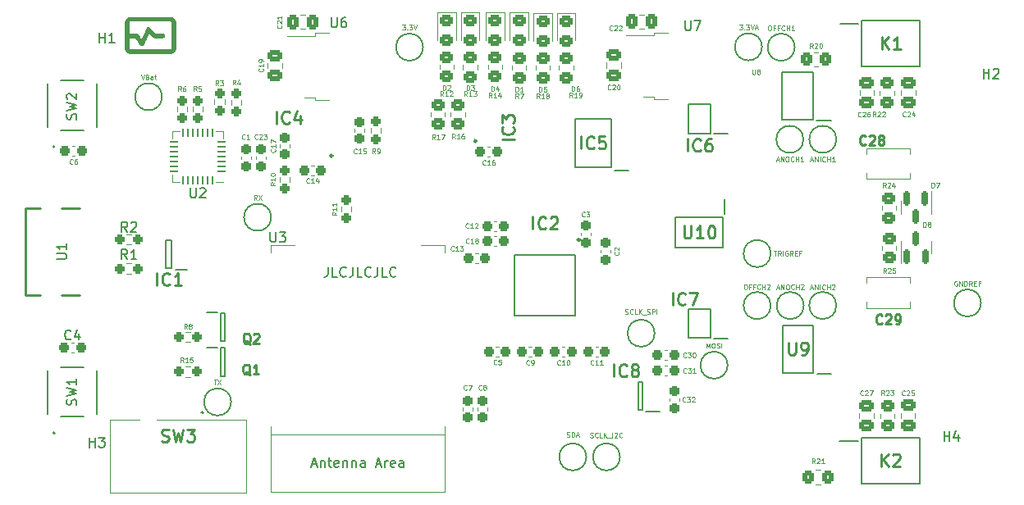
<source format=gbr>
%TF.GenerationSoftware,KiCad,Pcbnew,(6.0.4)*%
%TF.CreationDate,2023-03-24T19:38:28+01:00*%
%TF.ProjectId,test,74657374-2e6b-4696-9361-645f70636258,rev?*%
%TF.SameCoordinates,Original*%
%TF.FileFunction,Legend,Top*%
%TF.FilePolarity,Positive*%
%FSLAX46Y46*%
G04 Gerber Fmt 4.6, Leading zero omitted, Abs format (unit mm)*
G04 Created by KiCad (PCBNEW (6.0.4)) date 2023-03-24 19:38:28*
%MOMM*%
%LPD*%
G01*
G04 APERTURE LIST*
G04 Aperture macros list*
%AMRoundRect*
0 Rectangle with rounded corners*
0 $1 Rounding radius*
0 $2 $3 $4 $5 $6 $7 $8 $9 X,Y pos of 4 corners*
0 Add a 4 corners polygon primitive as box body*
4,1,4,$2,$3,$4,$5,$6,$7,$8,$9,$2,$3,0*
0 Add four circle primitives for the rounded corners*
1,1,$1+$1,$2,$3*
1,1,$1+$1,$4,$5*
1,1,$1+$1,$6,$7*
1,1,$1+$1,$8,$9*
0 Add four rect primitives between the rounded corners*
20,1,$1+$1,$2,$3,$4,$5,0*
20,1,$1+$1,$4,$5,$6,$7,0*
20,1,$1+$1,$6,$7,$8,$9,0*
20,1,$1+$1,$8,$9,$2,$3,0*%
G04 Aperture macros list end*
%ADD10C,0.150000*%
%ADD11C,0.125000*%
%ADD12C,0.254000*%
%ADD13C,0.250000*%
%ADD14C,0.120000*%
%ADD15C,0.200000*%
%ADD16C,0.100000*%
%ADD17C,0.254001*%
%ADD18C,0.059995*%
%ADD19C,0.127000*%
%ADD20C,2.000000*%
%ADD21RoundRect,0.237500X0.300000X0.237500X-0.300000X0.237500X-0.300000X-0.237500X0.300000X-0.237500X0*%
%ADD22RoundRect,0.250000X-0.450000X0.325000X-0.450000X-0.325000X0.450000X-0.325000X0.450000X0.325000X0*%
%ADD23RoundRect,0.237500X-0.250000X-0.237500X0.250000X-0.237500X0.250000X0.237500X-0.250000X0.237500X0*%
%ADD24RoundRect,0.237500X-0.300000X-0.237500X0.300000X-0.237500X0.300000X0.237500X-0.300000X0.237500X0*%
%ADD25R,1.900000X0.750000*%
%ADD26RoundRect,0.250000X0.475000X-0.337500X0.475000X0.337500X-0.475000X0.337500X-0.475000X-0.337500X0*%
%ADD27R,1.475000X1.400000*%
%ADD28C,1.650000*%
%ADD29C,0.750013*%
%ADD30O,2.000000X1.200000*%
%ADD31O,1.800000X1.200000*%
%ADD32R,1.300000X0.300000*%
%ADD33RoundRect,0.237500X-0.237500X0.300000X-0.237500X-0.300000X0.237500X-0.300000X0.237500X0.300000X0*%
%ADD34R,2.200000X1.200000*%
%ADD35R,6.400000X5.800000*%
%ADD36R,0.750000X1.000000*%
%ADD37RoundRect,0.250000X0.450000X-0.350000X0.450000X0.350000X-0.450000X0.350000X-0.450000X-0.350000X0*%
%ADD38RoundRect,0.237500X-0.237500X0.250000X-0.237500X-0.250000X0.237500X-0.250000X0.237500X0.250000X0*%
%ADD39C,3.100000*%
%ADD40C,5.400000*%
%ADD41R,0.300000X0.750000*%
%ADD42R,1.300000X0.900000*%
%ADD43RoundRect,0.237500X0.237500X-0.300000X0.237500X0.300000X-0.237500X0.300000X-0.237500X-0.300000X0*%
%ADD44RoundRect,0.150000X-0.150000X0.587500X-0.150000X-0.587500X0.150000X-0.587500X0.150000X0.587500X0*%
%ADD45RoundRect,0.062500X0.337500X0.062500X-0.337500X0.062500X-0.337500X-0.062500X0.337500X-0.062500X0*%
%ADD46RoundRect,0.062500X0.062500X0.337500X-0.062500X0.337500X-0.062500X-0.337500X0.062500X-0.337500X0*%
%ADD47R,3.350000X3.350000*%
%ADD48RoundRect,0.250000X0.337500X0.475000X-0.337500X0.475000X-0.337500X-0.475000X0.337500X-0.475000X0*%
%ADD49R,1.425000X0.450000*%
%ADD50R,1.500000X0.900000*%
%ADD51R,0.900000X1.500000*%
%ADD52R,0.900000X0.900000*%
%ADD53RoundRect,0.250000X-0.450000X0.350000X-0.450000X-0.350000X0.450000X-0.350000X0.450000X0.350000X0*%
%ADD54RoundRect,0.250000X-0.350000X-0.450000X0.350000X-0.450000X0.350000X0.450000X-0.350000X0.450000X0*%
%ADD55RoundRect,0.250000X-0.475000X0.337500X-0.475000X-0.337500X0.475000X-0.337500X0.475000X0.337500X0*%
%ADD56R,1.500000X0.650000*%
%ADD57R,1.475000X0.450000*%
%ADD58R,0.300000X1.475000*%
%ADD59R,1.475000X0.300000*%
%ADD60RoundRect,0.237500X0.250000X0.237500X-0.250000X0.237500X-0.250000X-0.237500X0.250000X-0.237500X0*%
%ADD61R,1.200000X0.600000*%
%ADD62R,1.100000X0.600000*%
%ADD63R,0.850000X0.300000*%
%ADD64R,0.300000X0.850000*%
%ADD65R,1.650000X1.650000*%
%ADD66RoundRect,0.150000X0.150000X-0.587500X0.150000X0.587500X-0.150000X0.587500X-0.150000X-0.587500X0*%
%ADD67RoundRect,0.237500X0.237500X-0.250000X0.237500X0.250000X-0.237500X0.250000X-0.237500X-0.250000X0*%
%ADD68R,1.400000X0.600000*%
%ADD69R,0.650000X1.500000*%
%ADD70R,1.700000X1.700000*%
%ADD71O,1.700000X1.700000*%
%ADD72C,2.800000*%
%ADD73C,1.550000*%
%ADD74C,1.980000*%
%ADD75C,5.325000*%
%ADD76C,3.585000*%
%ADD77C,1.950000*%
G04 APERTURE END LIST*
D10*
X29916666Y-26602380D02*
X29916666Y-27316666D01*
X29869047Y-27459523D01*
X29773809Y-27554761D01*
X29630952Y-27602380D01*
X29535714Y-27602380D01*
X30869047Y-27602380D02*
X30392857Y-27602380D01*
X30392857Y-26602380D01*
X31773809Y-27507142D02*
X31726190Y-27554761D01*
X31583333Y-27602380D01*
X31488095Y-27602380D01*
X31345238Y-27554761D01*
X31250000Y-27459523D01*
X31202380Y-27364285D01*
X31154761Y-27173809D01*
X31154761Y-27030952D01*
X31202380Y-26840476D01*
X31250000Y-26745238D01*
X31345238Y-26650000D01*
X31488095Y-26602380D01*
X31583333Y-26602380D01*
X31726190Y-26650000D01*
X31773809Y-26697619D01*
X32488095Y-26602380D02*
X32488095Y-27316666D01*
X32440476Y-27459523D01*
X32345238Y-27554761D01*
X32202380Y-27602380D01*
X32107142Y-27602380D01*
X33440476Y-27602380D02*
X32964285Y-27602380D01*
X32964285Y-26602380D01*
X34345238Y-27507142D02*
X34297619Y-27554761D01*
X34154761Y-27602380D01*
X34059523Y-27602380D01*
X33916666Y-27554761D01*
X33821428Y-27459523D01*
X33773809Y-27364285D01*
X33726190Y-27173809D01*
X33726190Y-27030952D01*
X33773809Y-26840476D01*
X33821428Y-26745238D01*
X33916666Y-26650000D01*
X34059523Y-26602380D01*
X34154761Y-26602380D01*
X34297619Y-26650000D01*
X34345238Y-26697619D01*
X35059523Y-26602380D02*
X35059523Y-27316666D01*
X35011904Y-27459523D01*
X34916666Y-27554761D01*
X34773809Y-27602380D01*
X34678571Y-27602380D01*
X36011904Y-27602380D02*
X35535714Y-27602380D01*
X35535714Y-26602380D01*
X36916666Y-27507142D02*
X36869047Y-27554761D01*
X36726190Y-27602380D01*
X36630952Y-27602380D01*
X36488095Y-27554761D01*
X36392857Y-27459523D01*
X36345238Y-27364285D01*
X36297619Y-27173809D01*
X36297619Y-27030952D01*
X36345238Y-26840476D01*
X36392857Y-26745238D01*
X36488095Y-26650000D01*
X36630952Y-26602380D01*
X36726190Y-26602380D01*
X36869047Y-26650000D01*
X36916666Y-26697619D01*
D11*
%TO.C,TP15*%
X60582142Y-31427380D02*
X60653571Y-31451190D01*
X60772619Y-31451190D01*
X60820238Y-31427380D01*
X60844047Y-31403571D01*
X60867857Y-31355952D01*
X60867857Y-31308333D01*
X60844047Y-31260714D01*
X60820238Y-31236904D01*
X60772619Y-31213095D01*
X60677380Y-31189285D01*
X60629761Y-31165476D01*
X60605952Y-31141666D01*
X60582142Y-31094047D01*
X60582142Y-31046428D01*
X60605952Y-30998809D01*
X60629761Y-30975000D01*
X60677380Y-30951190D01*
X60796428Y-30951190D01*
X60867857Y-30975000D01*
X61367857Y-31403571D02*
X61344047Y-31427380D01*
X61272619Y-31451190D01*
X61225000Y-31451190D01*
X61153571Y-31427380D01*
X61105952Y-31379761D01*
X61082142Y-31332142D01*
X61058333Y-31236904D01*
X61058333Y-31165476D01*
X61082142Y-31070238D01*
X61105952Y-31022619D01*
X61153571Y-30975000D01*
X61225000Y-30951190D01*
X61272619Y-30951190D01*
X61344047Y-30975000D01*
X61367857Y-30998809D01*
X61820238Y-31451190D02*
X61582142Y-31451190D01*
X61582142Y-30951190D01*
X61986904Y-31451190D02*
X61986904Y-30951190D01*
X62272619Y-31451190D02*
X62058333Y-31165476D01*
X62272619Y-30951190D02*
X61986904Y-31236904D01*
X62367857Y-31498809D02*
X62748809Y-31498809D01*
X62844047Y-31427380D02*
X62915476Y-31451190D01*
X63034523Y-31451190D01*
X63082142Y-31427380D01*
X63105952Y-31403571D01*
X63129761Y-31355952D01*
X63129761Y-31308333D01*
X63105952Y-31260714D01*
X63082142Y-31236904D01*
X63034523Y-31213095D01*
X62939285Y-31189285D01*
X62891666Y-31165476D01*
X62867857Y-31141666D01*
X62844047Y-31094047D01*
X62844047Y-31046428D01*
X62867857Y-30998809D01*
X62891666Y-30975000D01*
X62939285Y-30951190D01*
X63058333Y-30951190D01*
X63129761Y-30975000D01*
X63344047Y-31451190D02*
X63344047Y-30951190D01*
X63534523Y-30951190D01*
X63582142Y-30975000D01*
X63605952Y-30998809D01*
X63629761Y-31046428D01*
X63629761Y-31117857D01*
X63605952Y-31165476D01*
X63582142Y-31189285D01*
X63534523Y-31213095D01*
X63344047Y-31213095D01*
X63844047Y-31451190D02*
X63844047Y-30951190D01*
%TO.C,TP1*%
X10614285Y-6701190D02*
X10780952Y-7201190D01*
X10947619Y-6701190D01*
X11280952Y-6939285D02*
X11352380Y-6963095D01*
X11376190Y-6986904D01*
X11400000Y-7034523D01*
X11400000Y-7105952D01*
X11376190Y-7153571D01*
X11352380Y-7177380D01*
X11304761Y-7201190D01*
X11114285Y-7201190D01*
X11114285Y-6701190D01*
X11280952Y-6701190D01*
X11328571Y-6725000D01*
X11352380Y-6748809D01*
X11376190Y-6796428D01*
X11376190Y-6844047D01*
X11352380Y-6891666D01*
X11328571Y-6915476D01*
X11280952Y-6939285D01*
X11114285Y-6939285D01*
X11828571Y-7201190D02*
X11828571Y-6939285D01*
X11804761Y-6891666D01*
X11757142Y-6867857D01*
X11661904Y-6867857D01*
X11614285Y-6891666D01*
X11828571Y-7177380D02*
X11780952Y-7201190D01*
X11661904Y-7201190D01*
X11614285Y-7177380D01*
X11590476Y-7129761D01*
X11590476Y-7082142D01*
X11614285Y-7034523D01*
X11661904Y-7010714D01*
X11780952Y-7010714D01*
X11828571Y-6986904D01*
X11995238Y-6867857D02*
X12185714Y-6867857D01*
X12066666Y-6701190D02*
X12066666Y-7129761D01*
X12090476Y-7177380D01*
X12138095Y-7201190D01*
X12185714Y-7201190D01*
%TO.C,C6*%
X3576666Y-15903571D02*
X3552857Y-15927380D01*
X3481428Y-15951190D01*
X3433809Y-15951190D01*
X3362380Y-15927380D01*
X3314761Y-15879761D01*
X3290952Y-15832142D01*
X3267142Y-15736904D01*
X3267142Y-15665476D01*
X3290952Y-15570238D01*
X3314761Y-15522619D01*
X3362380Y-15475000D01*
X3433809Y-15451190D01*
X3481428Y-15451190D01*
X3552857Y-15475000D01*
X3576666Y-15498809D01*
X4005238Y-15451190D02*
X3910000Y-15451190D01*
X3862380Y-15475000D01*
X3838571Y-15498809D01*
X3790952Y-15570238D01*
X3767142Y-15665476D01*
X3767142Y-15855952D01*
X3790952Y-15903571D01*
X3814761Y-15927380D01*
X3862380Y-15951190D01*
X3957619Y-15951190D01*
X4005238Y-15927380D01*
X4029047Y-15903571D01*
X4052857Y-15855952D01*
X4052857Y-15736904D01*
X4029047Y-15689285D01*
X4005238Y-15665476D01*
X3957619Y-15641666D01*
X3862380Y-15641666D01*
X3814761Y-15665476D01*
X3790952Y-15689285D01*
X3767142Y-15736904D01*
%TO.C,D1*%
X49280952Y-8476190D02*
X49280952Y-7976190D01*
X49400000Y-7976190D01*
X49471428Y-8000000D01*
X49519047Y-8047619D01*
X49542857Y-8095238D01*
X49566666Y-8190476D01*
X49566666Y-8261904D01*
X49542857Y-8357142D01*
X49519047Y-8404761D01*
X49471428Y-8452380D01*
X49400000Y-8476190D01*
X49280952Y-8476190D01*
X50042857Y-8476190D02*
X49757142Y-8476190D01*
X49900000Y-8476190D02*
X49900000Y-7976190D01*
X49852380Y-8047619D01*
X49804761Y-8095238D01*
X49757142Y-8119047D01*
D10*
%TO.C,R1*%
X9213333Y-25772380D02*
X8880000Y-25296190D01*
X8641904Y-25772380D02*
X8641904Y-24772380D01*
X9022857Y-24772380D01*
X9118095Y-24820000D01*
X9165714Y-24867619D01*
X9213333Y-24962857D01*
X9213333Y-25105714D01*
X9165714Y-25200952D01*
X9118095Y-25248571D01*
X9022857Y-25296190D01*
X8641904Y-25296190D01*
X10165714Y-25772380D02*
X9594285Y-25772380D01*
X9880000Y-25772380D02*
X9880000Y-24772380D01*
X9784761Y-24915238D01*
X9689523Y-25010476D01*
X9594285Y-25058095D01*
D11*
%TO.C,C31*%
X66903571Y-37478571D02*
X66879761Y-37502380D01*
X66808333Y-37526190D01*
X66760714Y-37526190D01*
X66689285Y-37502380D01*
X66641666Y-37454761D01*
X66617857Y-37407142D01*
X66594047Y-37311904D01*
X66594047Y-37240476D01*
X66617857Y-37145238D01*
X66641666Y-37097619D01*
X66689285Y-37050000D01*
X66760714Y-37026190D01*
X66808333Y-37026190D01*
X66879761Y-37050000D01*
X66903571Y-37073809D01*
X67070238Y-37026190D02*
X67379761Y-37026190D01*
X67213095Y-37216666D01*
X67284523Y-37216666D01*
X67332142Y-37240476D01*
X67355952Y-37264285D01*
X67379761Y-37311904D01*
X67379761Y-37430952D01*
X67355952Y-37478571D01*
X67332142Y-37502380D01*
X67284523Y-37526190D01*
X67141666Y-37526190D01*
X67094047Y-37502380D01*
X67070238Y-37478571D01*
X67855952Y-37526190D02*
X67570238Y-37526190D01*
X67713095Y-37526190D02*
X67713095Y-37026190D01*
X67665476Y-37097619D01*
X67617857Y-37145238D01*
X67570238Y-37169047D01*
D12*
%TO.C,K2*%
X87012619Y-47154523D02*
X87012619Y-45884523D01*
X87738333Y-47154523D02*
X87194047Y-46428809D01*
X87738333Y-45884523D02*
X87012619Y-46610238D01*
X88222142Y-46005476D02*
X88282619Y-45945000D01*
X88403571Y-45884523D01*
X88705952Y-45884523D01*
X88826904Y-45945000D01*
X88887380Y-46005476D01*
X88947857Y-46126428D01*
X88947857Y-46247380D01*
X88887380Y-46428809D01*
X88161666Y-47154523D01*
X88947857Y-47154523D01*
D11*
%TO.C,C5*%
X47316666Y-36603571D02*
X47292857Y-36627380D01*
X47221428Y-36651190D01*
X47173809Y-36651190D01*
X47102380Y-36627380D01*
X47054761Y-36579761D01*
X47030952Y-36532142D01*
X47007142Y-36436904D01*
X47007142Y-36365476D01*
X47030952Y-36270238D01*
X47054761Y-36222619D01*
X47102380Y-36175000D01*
X47173809Y-36151190D01*
X47221428Y-36151190D01*
X47292857Y-36175000D01*
X47316666Y-36198809D01*
X47769047Y-36151190D02*
X47530952Y-36151190D01*
X47507142Y-36389285D01*
X47530952Y-36365476D01*
X47578571Y-36341666D01*
X47697619Y-36341666D01*
X47745238Y-36365476D01*
X47769047Y-36389285D01*
X47792857Y-36436904D01*
X47792857Y-36555952D01*
X47769047Y-36603571D01*
X47745238Y-36627380D01*
X47697619Y-36651190D01*
X47578571Y-36651190D01*
X47530952Y-36627380D01*
X47507142Y-36603571D01*
%TO.C,C25*%
X89428571Y-39803571D02*
X89404761Y-39827380D01*
X89333333Y-39851190D01*
X89285714Y-39851190D01*
X89214285Y-39827380D01*
X89166666Y-39779761D01*
X89142857Y-39732142D01*
X89119047Y-39636904D01*
X89119047Y-39565476D01*
X89142857Y-39470238D01*
X89166666Y-39422619D01*
X89214285Y-39375000D01*
X89285714Y-39351190D01*
X89333333Y-39351190D01*
X89404761Y-39375000D01*
X89428571Y-39398809D01*
X89619047Y-39398809D02*
X89642857Y-39375000D01*
X89690476Y-39351190D01*
X89809523Y-39351190D01*
X89857142Y-39375000D01*
X89880952Y-39398809D01*
X89904761Y-39446428D01*
X89904761Y-39494047D01*
X89880952Y-39565476D01*
X89595238Y-39851190D01*
X89904761Y-39851190D01*
X90357142Y-39351190D02*
X90119047Y-39351190D01*
X90095238Y-39589285D01*
X90119047Y-39565476D01*
X90166666Y-39541666D01*
X90285714Y-39541666D01*
X90333333Y-39565476D01*
X90357142Y-39589285D01*
X90380952Y-39636904D01*
X90380952Y-39755952D01*
X90357142Y-39803571D01*
X90333333Y-39827380D01*
X90285714Y-39851190D01*
X90166666Y-39851190D01*
X90119047Y-39827380D01*
X90095238Y-39803571D01*
D13*
%TO.C,C29*%
X87082142Y-32382142D02*
X87034523Y-32429761D01*
X86891666Y-32477380D01*
X86796428Y-32477380D01*
X86653571Y-32429761D01*
X86558333Y-32334523D01*
X86510714Y-32239285D01*
X86463095Y-32048809D01*
X86463095Y-31905952D01*
X86510714Y-31715476D01*
X86558333Y-31620238D01*
X86653571Y-31525000D01*
X86796428Y-31477380D01*
X86891666Y-31477380D01*
X87034523Y-31525000D01*
X87082142Y-31572619D01*
X87463095Y-31572619D02*
X87510714Y-31525000D01*
X87605952Y-31477380D01*
X87844047Y-31477380D01*
X87939285Y-31525000D01*
X87986904Y-31572619D01*
X88034523Y-31667857D01*
X88034523Y-31763095D01*
X87986904Y-31905952D01*
X87415476Y-32477380D01*
X88034523Y-32477380D01*
X88510714Y-32477380D02*
X88701190Y-32477380D01*
X88796428Y-32429761D01*
X88844047Y-32382142D01*
X88939285Y-32239285D01*
X88986904Y-32048809D01*
X88986904Y-31667857D01*
X88939285Y-31572619D01*
X88891666Y-31525000D01*
X88796428Y-31477380D01*
X88605952Y-31477380D01*
X88510714Y-31525000D01*
X88463095Y-31572619D01*
X88415476Y-31667857D01*
X88415476Y-31905952D01*
X88463095Y-32001190D01*
X88510714Y-32048809D01*
X88605952Y-32096428D01*
X88796428Y-32096428D01*
X88891666Y-32048809D01*
X88939285Y-32001190D01*
X88986904Y-31905952D01*
D12*
%TO.C,SW3*%
X12756666Y-44564047D02*
X12938095Y-44624523D01*
X13240476Y-44624523D01*
X13361428Y-44564047D01*
X13421904Y-44503571D01*
X13482380Y-44382619D01*
X13482380Y-44261666D01*
X13421904Y-44140714D01*
X13361428Y-44080238D01*
X13240476Y-44019761D01*
X12998571Y-43959285D01*
X12877619Y-43898809D01*
X12817142Y-43838333D01*
X12756666Y-43717380D01*
X12756666Y-43596428D01*
X12817142Y-43475476D01*
X12877619Y-43415000D01*
X12998571Y-43354523D01*
X13300952Y-43354523D01*
X13482380Y-43415000D01*
X13905714Y-43354523D02*
X14208095Y-44624523D01*
X14450000Y-43717380D01*
X14691904Y-44624523D01*
X14994285Y-43354523D01*
X15357142Y-43354523D02*
X16143333Y-43354523D01*
X15720000Y-43838333D01*
X15901428Y-43838333D01*
X16022380Y-43898809D01*
X16082857Y-43959285D01*
X16143333Y-44080238D01*
X16143333Y-44382619D01*
X16082857Y-44503571D01*
X16022380Y-44564047D01*
X15901428Y-44624523D01*
X15538571Y-44624523D01*
X15417619Y-44564047D01*
X15357142Y-44503571D01*
D11*
%TO.C,TP2*%
X37586904Y-1576190D02*
X37896428Y-1576190D01*
X37729761Y-1766666D01*
X37801190Y-1766666D01*
X37848809Y-1790476D01*
X37872619Y-1814285D01*
X37896428Y-1861904D01*
X37896428Y-1980952D01*
X37872619Y-2028571D01*
X37848809Y-2052380D01*
X37801190Y-2076190D01*
X37658333Y-2076190D01*
X37610714Y-2052380D01*
X37586904Y-2028571D01*
X38110714Y-2028571D02*
X38134523Y-2052380D01*
X38110714Y-2076190D01*
X38086904Y-2052380D01*
X38110714Y-2028571D01*
X38110714Y-2076190D01*
X38301190Y-1576190D02*
X38610714Y-1576190D01*
X38444047Y-1766666D01*
X38515476Y-1766666D01*
X38563095Y-1790476D01*
X38586904Y-1814285D01*
X38610714Y-1861904D01*
X38610714Y-1980952D01*
X38586904Y-2028571D01*
X38563095Y-2052380D01*
X38515476Y-2076190D01*
X38372619Y-2076190D01*
X38325000Y-2052380D01*
X38301190Y-2028571D01*
X38753571Y-1576190D02*
X38920238Y-2076190D01*
X39086904Y-1576190D01*
D10*
%TO.C,U1*%
X1952380Y-25761904D02*
X2761904Y-25761904D01*
X2857142Y-25714285D01*
X2904761Y-25666666D01*
X2952380Y-25571428D01*
X2952380Y-25380952D01*
X2904761Y-25285714D01*
X2857142Y-25238095D01*
X2761904Y-25190476D01*
X1952380Y-25190476D01*
X2952380Y-24190476D02*
X2952380Y-24761904D01*
X2952380Y-24476190D02*
X1952380Y-24476190D01*
X2095238Y-24571428D01*
X2190476Y-24666666D01*
X2238095Y-24761904D01*
D11*
%TO.C,C8*%
X45766666Y-39228571D02*
X45742857Y-39252380D01*
X45671428Y-39276190D01*
X45623809Y-39276190D01*
X45552380Y-39252380D01*
X45504761Y-39204761D01*
X45480952Y-39157142D01*
X45457142Y-39061904D01*
X45457142Y-38990476D01*
X45480952Y-38895238D01*
X45504761Y-38847619D01*
X45552380Y-38800000D01*
X45623809Y-38776190D01*
X45671428Y-38776190D01*
X45742857Y-38800000D01*
X45766666Y-38823809D01*
X46052380Y-38990476D02*
X46004761Y-38966666D01*
X45980952Y-38942857D01*
X45957142Y-38895238D01*
X45957142Y-38871428D01*
X45980952Y-38823809D01*
X46004761Y-38800000D01*
X46052380Y-38776190D01*
X46147619Y-38776190D01*
X46195238Y-38800000D01*
X46219047Y-38823809D01*
X46242857Y-38871428D01*
X46242857Y-38895238D01*
X46219047Y-38942857D01*
X46195238Y-38966666D01*
X46147619Y-38990476D01*
X46052380Y-38990476D01*
X46004761Y-39014285D01*
X45980952Y-39038095D01*
X45957142Y-39085714D01*
X45957142Y-39180952D01*
X45980952Y-39228571D01*
X46004761Y-39252380D01*
X46052380Y-39276190D01*
X46147619Y-39276190D01*
X46195238Y-39252380D01*
X46219047Y-39228571D01*
X46242857Y-39180952D01*
X46242857Y-39085714D01*
X46219047Y-39038095D01*
X46195238Y-39014285D01*
X46147619Y-38990476D01*
D10*
%TO.C,U7*%
X66788095Y-1152380D02*
X66788095Y-1961904D01*
X66835714Y-2057142D01*
X66883333Y-2104761D01*
X66978571Y-2152380D01*
X67169047Y-2152380D01*
X67264285Y-2104761D01*
X67311904Y-2057142D01*
X67359523Y-1961904D01*
X67359523Y-1152380D01*
X67740476Y-1152380D02*
X68407142Y-1152380D01*
X67978571Y-2152380D01*
D11*
%TO.C,TP10*%
X72948809Y-28376190D02*
X73044047Y-28376190D01*
X73091666Y-28400000D01*
X73139285Y-28447619D01*
X73163095Y-28542857D01*
X73163095Y-28709523D01*
X73139285Y-28804761D01*
X73091666Y-28852380D01*
X73044047Y-28876190D01*
X72948809Y-28876190D01*
X72901190Y-28852380D01*
X72853571Y-28804761D01*
X72829761Y-28709523D01*
X72829761Y-28542857D01*
X72853571Y-28447619D01*
X72901190Y-28400000D01*
X72948809Y-28376190D01*
X73544047Y-28614285D02*
X73377380Y-28614285D01*
X73377380Y-28876190D02*
X73377380Y-28376190D01*
X73615476Y-28376190D01*
X73972619Y-28614285D02*
X73805952Y-28614285D01*
X73805952Y-28876190D02*
X73805952Y-28376190D01*
X74044047Y-28376190D01*
X74520238Y-28828571D02*
X74496428Y-28852380D01*
X74425000Y-28876190D01*
X74377380Y-28876190D01*
X74305952Y-28852380D01*
X74258333Y-28804761D01*
X74234523Y-28757142D01*
X74210714Y-28661904D01*
X74210714Y-28590476D01*
X74234523Y-28495238D01*
X74258333Y-28447619D01*
X74305952Y-28400000D01*
X74377380Y-28376190D01*
X74425000Y-28376190D01*
X74496428Y-28400000D01*
X74520238Y-28423809D01*
X74734523Y-28876190D02*
X74734523Y-28376190D01*
X74734523Y-28614285D02*
X75020238Y-28614285D01*
X75020238Y-28876190D02*
X75020238Y-28376190D01*
X75234523Y-28423809D02*
X75258333Y-28400000D01*
X75305952Y-28376190D01*
X75425000Y-28376190D01*
X75472619Y-28400000D01*
X75496428Y-28423809D01*
X75520238Y-28471428D01*
X75520238Y-28519047D01*
X75496428Y-28590476D01*
X75210714Y-28876190D01*
X75520238Y-28876190D01*
%TO.C,TP5*%
X79725000Y-15558333D02*
X79963095Y-15558333D01*
X79677380Y-15701190D02*
X79844047Y-15201190D01*
X80010714Y-15701190D01*
X80177380Y-15701190D02*
X80177380Y-15201190D01*
X80463095Y-15701190D01*
X80463095Y-15201190D01*
X80701190Y-15701190D02*
X80701190Y-15201190D01*
X81225000Y-15653571D02*
X81201190Y-15677380D01*
X81129761Y-15701190D01*
X81082142Y-15701190D01*
X81010714Y-15677380D01*
X80963095Y-15629761D01*
X80939285Y-15582142D01*
X80915476Y-15486904D01*
X80915476Y-15415476D01*
X80939285Y-15320238D01*
X80963095Y-15272619D01*
X81010714Y-15225000D01*
X81082142Y-15201190D01*
X81129761Y-15201190D01*
X81201190Y-15225000D01*
X81225000Y-15248809D01*
X81439285Y-15701190D02*
X81439285Y-15201190D01*
X81439285Y-15439285D02*
X81725000Y-15439285D01*
X81725000Y-15701190D02*
X81725000Y-15201190D01*
X82225000Y-15701190D02*
X81939285Y-15701190D01*
X82082142Y-15701190D02*
X82082142Y-15201190D01*
X82034523Y-15272619D01*
X81986904Y-15320238D01*
X81939285Y-15344047D01*
D13*
%TO.C,C28*%
X85382142Y-13907142D02*
X85334523Y-13954761D01*
X85191666Y-14002380D01*
X85096428Y-14002380D01*
X84953571Y-13954761D01*
X84858333Y-13859523D01*
X84810714Y-13764285D01*
X84763095Y-13573809D01*
X84763095Y-13430952D01*
X84810714Y-13240476D01*
X84858333Y-13145238D01*
X84953571Y-13050000D01*
X85096428Y-13002380D01*
X85191666Y-13002380D01*
X85334523Y-13050000D01*
X85382142Y-13097619D01*
X85763095Y-13097619D02*
X85810714Y-13050000D01*
X85905952Y-13002380D01*
X86144047Y-13002380D01*
X86239285Y-13050000D01*
X86286904Y-13097619D01*
X86334523Y-13192857D01*
X86334523Y-13288095D01*
X86286904Y-13430952D01*
X85715476Y-14002380D01*
X86334523Y-14002380D01*
X86905952Y-13430952D02*
X86810714Y-13383333D01*
X86763095Y-13335714D01*
X86715476Y-13240476D01*
X86715476Y-13192857D01*
X86763095Y-13097619D01*
X86810714Y-13050000D01*
X86905952Y-13002380D01*
X87096428Y-13002380D01*
X87191666Y-13050000D01*
X87239285Y-13097619D01*
X87286904Y-13192857D01*
X87286904Y-13240476D01*
X87239285Y-13335714D01*
X87191666Y-13383333D01*
X87096428Y-13430952D01*
X86905952Y-13430952D01*
X86810714Y-13478571D01*
X86763095Y-13526190D01*
X86715476Y-13621428D01*
X86715476Y-13811904D01*
X86763095Y-13907142D01*
X86810714Y-13954761D01*
X86905952Y-14002380D01*
X87096428Y-14002380D01*
X87191666Y-13954761D01*
X87239285Y-13907142D01*
X87286904Y-13811904D01*
X87286904Y-13621428D01*
X87239285Y-13526190D01*
X87191666Y-13478571D01*
X87096428Y-13430952D01*
D10*
%TO.C,SW2*%
X3904761Y-11333333D02*
X3952380Y-11190476D01*
X3952380Y-10952380D01*
X3904761Y-10857142D01*
X3857142Y-10809523D01*
X3761904Y-10761904D01*
X3666666Y-10761904D01*
X3571428Y-10809523D01*
X3523809Y-10857142D01*
X3476190Y-10952380D01*
X3428571Y-11142857D01*
X3380952Y-11238095D01*
X3333333Y-11285714D01*
X3238095Y-11333333D01*
X3142857Y-11333333D01*
X3047619Y-11285714D01*
X3000000Y-11238095D01*
X2952380Y-11142857D01*
X2952380Y-10904761D01*
X3000000Y-10761904D01*
X2952380Y-10428571D02*
X3952380Y-10190476D01*
X3238095Y-10000000D01*
X3952380Y-9809523D01*
X2952380Y-9571428D01*
X3047619Y-9238095D02*
X3000000Y-9190476D01*
X2952380Y-9095238D01*
X2952380Y-8857142D01*
X3000000Y-8761904D01*
X3047619Y-8714285D01*
X3142857Y-8666666D01*
X3238095Y-8666666D01*
X3380952Y-8714285D01*
X3952380Y-9285714D01*
X3952380Y-8666666D01*
D11*
%TO.C,R17*%
X40953571Y-13376190D02*
X40786904Y-13138095D01*
X40667857Y-13376190D02*
X40667857Y-12876190D01*
X40858333Y-12876190D01*
X40905952Y-12900000D01*
X40929761Y-12923809D01*
X40953571Y-12971428D01*
X40953571Y-13042857D01*
X40929761Y-13090476D01*
X40905952Y-13114285D01*
X40858333Y-13138095D01*
X40667857Y-13138095D01*
X41429761Y-13376190D02*
X41144047Y-13376190D01*
X41286904Y-13376190D02*
X41286904Y-12876190D01*
X41239285Y-12947619D01*
X41191666Y-12995238D01*
X41144047Y-13019047D01*
X41596428Y-12876190D02*
X41929761Y-12876190D01*
X41715476Y-13376190D01*
%TO.C,R9*%
X34789166Y-14851190D02*
X34622500Y-14613095D01*
X34503452Y-14851190D02*
X34503452Y-14351190D01*
X34693928Y-14351190D01*
X34741547Y-14375000D01*
X34765357Y-14398809D01*
X34789166Y-14446428D01*
X34789166Y-14517857D01*
X34765357Y-14565476D01*
X34741547Y-14589285D01*
X34693928Y-14613095D01*
X34503452Y-14613095D01*
X35027261Y-14851190D02*
X35122500Y-14851190D01*
X35170119Y-14827380D01*
X35193928Y-14803571D01*
X35241547Y-14732142D01*
X35265357Y-14636904D01*
X35265357Y-14446428D01*
X35241547Y-14398809D01*
X35217738Y-14375000D01*
X35170119Y-14351190D01*
X35074880Y-14351190D01*
X35027261Y-14375000D01*
X35003452Y-14398809D01*
X34979642Y-14446428D01*
X34979642Y-14565476D01*
X35003452Y-14613095D01*
X35027261Y-14636904D01*
X35074880Y-14660714D01*
X35170119Y-14660714D01*
X35217738Y-14636904D01*
X35241547Y-14613095D01*
X35265357Y-14565476D01*
D10*
%TO.C,H4*%
X93488095Y-44552380D02*
X93488095Y-43552380D01*
X93488095Y-44028571D02*
X94059523Y-44028571D01*
X94059523Y-44552380D02*
X94059523Y-43552380D01*
X94964285Y-43885714D02*
X94964285Y-44552380D01*
X94726190Y-43504761D02*
X94488095Y-44219047D01*
X95107142Y-44219047D01*
D11*
%TO.C,C7*%
X44226666Y-39228571D02*
X44202857Y-39252380D01*
X44131428Y-39276190D01*
X44083809Y-39276190D01*
X44012380Y-39252380D01*
X43964761Y-39204761D01*
X43940952Y-39157142D01*
X43917142Y-39061904D01*
X43917142Y-38990476D01*
X43940952Y-38895238D01*
X43964761Y-38847619D01*
X44012380Y-38800000D01*
X44083809Y-38776190D01*
X44131428Y-38776190D01*
X44202857Y-38800000D01*
X44226666Y-38823809D01*
X44393333Y-38776190D02*
X44726666Y-38776190D01*
X44512380Y-39276190D01*
%TO.C,TP7*%
X76182142Y-15533333D02*
X76420238Y-15533333D01*
X76134523Y-15676190D02*
X76301190Y-15176190D01*
X76467857Y-15676190D01*
X76634523Y-15676190D02*
X76634523Y-15176190D01*
X76920238Y-15676190D01*
X76920238Y-15176190D01*
X77253571Y-15176190D02*
X77348809Y-15176190D01*
X77396428Y-15200000D01*
X77444047Y-15247619D01*
X77467857Y-15342857D01*
X77467857Y-15509523D01*
X77444047Y-15604761D01*
X77396428Y-15652380D01*
X77348809Y-15676190D01*
X77253571Y-15676190D01*
X77205952Y-15652380D01*
X77158333Y-15604761D01*
X77134523Y-15509523D01*
X77134523Y-15342857D01*
X77158333Y-15247619D01*
X77205952Y-15200000D01*
X77253571Y-15176190D01*
X77967857Y-15628571D02*
X77944047Y-15652380D01*
X77872619Y-15676190D01*
X77825000Y-15676190D01*
X77753571Y-15652380D01*
X77705952Y-15604761D01*
X77682142Y-15557142D01*
X77658333Y-15461904D01*
X77658333Y-15390476D01*
X77682142Y-15295238D01*
X77705952Y-15247619D01*
X77753571Y-15200000D01*
X77825000Y-15176190D01*
X77872619Y-15176190D01*
X77944047Y-15200000D01*
X77967857Y-15223809D01*
X78182142Y-15676190D02*
X78182142Y-15176190D01*
X78182142Y-15414285D02*
X78467857Y-15414285D01*
X78467857Y-15676190D02*
X78467857Y-15176190D01*
X78967857Y-15676190D02*
X78682142Y-15676190D01*
X78825000Y-15676190D02*
X78825000Y-15176190D01*
X78777380Y-15247619D01*
X78729761Y-15295238D01*
X78682142Y-15319047D01*
D12*
%TO.C,IC3*%
X49124523Y-13439761D02*
X47854523Y-13439761D01*
X49003571Y-12109285D02*
X49064047Y-12169761D01*
X49124523Y-12351190D01*
X49124523Y-12472142D01*
X49064047Y-12653571D01*
X48943095Y-12774523D01*
X48822142Y-12835000D01*
X48580238Y-12895476D01*
X48398809Y-12895476D01*
X48156904Y-12835000D01*
X48035952Y-12774523D01*
X47915000Y-12653571D01*
X47854523Y-12472142D01*
X47854523Y-12351190D01*
X47915000Y-12169761D01*
X47975476Y-12109285D01*
X47854523Y-11685952D02*
X47854523Y-10899761D01*
X48338333Y-11323095D01*
X48338333Y-11141666D01*
X48398809Y-11020714D01*
X48459285Y-10960238D01*
X48580238Y-10899761D01*
X48882619Y-10899761D01*
X49003571Y-10960238D01*
X49064047Y-11020714D01*
X49124523Y-11141666D01*
X49124523Y-11504523D01*
X49064047Y-11625476D01*
X49003571Y-11685952D01*
D11*
%TO.C,C15*%
X32876071Y-14828571D02*
X32852261Y-14852380D01*
X32780833Y-14876190D01*
X32733214Y-14876190D01*
X32661785Y-14852380D01*
X32614166Y-14804761D01*
X32590357Y-14757142D01*
X32566547Y-14661904D01*
X32566547Y-14590476D01*
X32590357Y-14495238D01*
X32614166Y-14447619D01*
X32661785Y-14400000D01*
X32733214Y-14376190D01*
X32780833Y-14376190D01*
X32852261Y-14400000D01*
X32876071Y-14423809D01*
X33352261Y-14876190D02*
X33066547Y-14876190D01*
X33209404Y-14876190D02*
X33209404Y-14376190D01*
X33161785Y-14447619D01*
X33114166Y-14495238D01*
X33066547Y-14519047D01*
X33804642Y-14376190D02*
X33566547Y-14376190D01*
X33542738Y-14614285D01*
X33566547Y-14590476D01*
X33614166Y-14566666D01*
X33733214Y-14566666D01*
X33780833Y-14590476D01*
X33804642Y-14614285D01*
X33828452Y-14661904D01*
X33828452Y-14780952D01*
X33804642Y-14828571D01*
X33780833Y-14852380D01*
X33733214Y-14876190D01*
X33614166Y-14876190D01*
X33566547Y-14852380D01*
X33542738Y-14828571D01*
%TO.C,D7*%
X92205952Y-18376190D02*
X92205952Y-17876190D01*
X92325000Y-17876190D01*
X92396428Y-17900000D01*
X92444047Y-17947619D01*
X92467857Y-17995238D01*
X92491666Y-18090476D01*
X92491666Y-18161904D01*
X92467857Y-18257142D01*
X92444047Y-18304761D01*
X92396428Y-18352380D01*
X92325000Y-18376190D01*
X92205952Y-18376190D01*
X92658333Y-17876190D02*
X92991666Y-17876190D01*
X92777380Y-18376190D01*
%TO.C,C30*%
X66878571Y-35878571D02*
X66854761Y-35902380D01*
X66783333Y-35926190D01*
X66735714Y-35926190D01*
X66664285Y-35902380D01*
X66616666Y-35854761D01*
X66592857Y-35807142D01*
X66569047Y-35711904D01*
X66569047Y-35640476D01*
X66592857Y-35545238D01*
X66616666Y-35497619D01*
X66664285Y-35450000D01*
X66735714Y-35426190D01*
X66783333Y-35426190D01*
X66854761Y-35450000D01*
X66878571Y-35473809D01*
X67045238Y-35426190D02*
X67354761Y-35426190D01*
X67188095Y-35616666D01*
X67259523Y-35616666D01*
X67307142Y-35640476D01*
X67330952Y-35664285D01*
X67354761Y-35711904D01*
X67354761Y-35830952D01*
X67330952Y-35878571D01*
X67307142Y-35902380D01*
X67259523Y-35926190D01*
X67116666Y-35926190D01*
X67069047Y-35902380D01*
X67045238Y-35878571D01*
X67664285Y-35426190D02*
X67711904Y-35426190D01*
X67759523Y-35450000D01*
X67783333Y-35473809D01*
X67807142Y-35521428D01*
X67830952Y-35616666D01*
X67830952Y-35735714D01*
X67807142Y-35830952D01*
X67783333Y-35878571D01*
X67759523Y-35902380D01*
X67711904Y-35926190D01*
X67664285Y-35926190D01*
X67616666Y-35902380D01*
X67592857Y-35878571D01*
X67569047Y-35830952D01*
X67545238Y-35735714D01*
X67545238Y-35616666D01*
X67569047Y-35521428D01*
X67592857Y-35473809D01*
X67616666Y-35450000D01*
X67664285Y-35426190D01*
D10*
%TO.C,SW1*%
X3904761Y-40833333D02*
X3952380Y-40690476D01*
X3952380Y-40452380D01*
X3904761Y-40357142D01*
X3857142Y-40309523D01*
X3761904Y-40261904D01*
X3666666Y-40261904D01*
X3571428Y-40309523D01*
X3523809Y-40357142D01*
X3476190Y-40452380D01*
X3428571Y-40642857D01*
X3380952Y-40738095D01*
X3333333Y-40785714D01*
X3238095Y-40833333D01*
X3142857Y-40833333D01*
X3047619Y-40785714D01*
X3000000Y-40738095D01*
X2952380Y-40642857D01*
X2952380Y-40404761D01*
X3000000Y-40261904D01*
X2952380Y-39928571D02*
X3952380Y-39690476D01*
X3238095Y-39500000D01*
X3952380Y-39309523D01*
X2952380Y-39071428D01*
X3952380Y-38166666D02*
X3952380Y-38738095D01*
X3952380Y-38452380D02*
X2952380Y-38452380D01*
X3095238Y-38547619D01*
X3190476Y-38642857D01*
X3238095Y-38738095D01*
D11*
%TO.C,C10*%
X53878571Y-36653571D02*
X53854761Y-36677380D01*
X53783333Y-36701190D01*
X53735714Y-36701190D01*
X53664285Y-36677380D01*
X53616666Y-36629761D01*
X53592857Y-36582142D01*
X53569047Y-36486904D01*
X53569047Y-36415476D01*
X53592857Y-36320238D01*
X53616666Y-36272619D01*
X53664285Y-36225000D01*
X53735714Y-36201190D01*
X53783333Y-36201190D01*
X53854761Y-36225000D01*
X53878571Y-36248809D01*
X54354761Y-36701190D02*
X54069047Y-36701190D01*
X54211904Y-36701190D02*
X54211904Y-36201190D01*
X54164285Y-36272619D01*
X54116666Y-36320238D01*
X54069047Y-36344047D01*
X54664285Y-36201190D02*
X54711904Y-36201190D01*
X54759523Y-36225000D01*
X54783333Y-36248809D01*
X54807142Y-36296428D01*
X54830952Y-36391666D01*
X54830952Y-36510714D01*
X54807142Y-36605952D01*
X54783333Y-36653571D01*
X54759523Y-36677380D01*
X54711904Y-36701190D01*
X54664285Y-36701190D01*
X54616666Y-36677380D01*
X54592857Y-36653571D01*
X54569047Y-36605952D01*
X54545238Y-36510714D01*
X54545238Y-36391666D01*
X54569047Y-36296428D01*
X54592857Y-36248809D01*
X54616666Y-36225000D01*
X54664285Y-36201190D01*
%TO.C,TP13*%
X54567857Y-44127380D02*
X54639285Y-44151190D01*
X54758333Y-44151190D01*
X54805952Y-44127380D01*
X54829761Y-44103571D01*
X54853571Y-44055952D01*
X54853571Y-44008333D01*
X54829761Y-43960714D01*
X54805952Y-43936904D01*
X54758333Y-43913095D01*
X54663095Y-43889285D01*
X54615476Y-43865476D01*
X54591666Y-43841666D01*
X54567857Y-43794047D01*
X54567857Y-43746428D01*
X54591666Y-43698809D01*
X54615476Y-43675000D01*
X54663095Y-43651190D01*
X54782142Y-43651190D01*
X54853571Y-43675000D01*
X55067857Y-44151190D02*
X55067857Y-43651190D01*
X55186904Y-43651190D01*
X55258333Y-43675000D01*
X55305952Y-43722619D01*
X55329761Y-43770238D01*
X55353571Y-43865476D01*
X55353571Y-43936904D01*
X55329761Y-44032142D01*
X55305952Y-44079761D01*
X55258333Y-44127380D01*
X55186904Y-44151190D01*
X55067857Y-44151190D01*
X55544047Y-44008333D02*
X55782142Y-44008333D01*
X55496428Y-44151190D02*
X55663095Y-43651190D01*
X55829761Y-44151190D01*
D10*
%TO.C,U2*%
X15713095Y-18427380D02*
X15713095Y-19236904D01*
X15760714Y-19332142D01*
X15808333Y-19379761D01*
X15903571Y-19427380D01*
X16094047Y-19427380D01*
X16189285Y-19379761D01*
X16236904Y-19332142D01*
X16284523Y-19236904D01*
X16284523Y-18427380D01*
X16713095Y-18522619D02*
X16760714Y-18475000D01*
X16855952Y-18427380D01*
X17094047Y-18427380D01*
X17189285Y-18475000D01*
X17236904Y-18522619D01*
X17284523Y-18617857D01*
X17284523Y-18713095D01*
X17236904Y-18855952D01*
X16665476Y-19427380D01*
X17284523Y-19427380D01*
D11*
%TO.C,C9*%
X50694166Y-36653571D02*
X50670357Y-36677380D01*
X50598928Y-36701190D01*
X50551309Y-36701190D01*
X50479880Y-36677380D01*
X50432261Y-36629761D01*
X50408452Y-36582142D01*
X50384642Y-36486904D01*
X50384642Y-36415476D01*
X50408452Y-36320238D01*
X50432261Y-36272619D01*
X50479880Y-36225000D01*
X50551309Y-36201190D01*
X50598928Y-36201190D01*
X50670357Y-36225000D01*
X50694166Y-36248809D01*
X50932261Y-36701190D02*
X51027500Y-36701190D01*
X51075119Y-36677380D01*
X51098928Y-36653571D01*
X51146547Y-36582142D01*
X51170357Y-36486904D01*
X51170357Y-36296428D01*
X51146547Y-36248809D01*
X51122738Y-36225000D01*
X51075119Y-36201190D01*
X50979880Y-36201190D01*
X50932261Y-36225000D01*
X50908452Y-36248809D01*
X50884642Y-36296428D01*
X50884642Y-36415476D01*
X50908452Y-36463095D01*
X50932261Y-36486904D01*
X50979880Y-36510714D01*
X51075119Y-36510714D01*
X51122738Y-36486904D01*
X51146547Y-36463095D01*
X51170357Y-36415476D01*
%TO.C,C22*%
X59278571Y-2103571D02*
X59254761Y-2127380D01*
X59183333Y-2151190D01*
X59135714Y-2151190D01*
X59064285Y-2127380D01*
X59016666Y-2079761D01*
X58992857Y-2032142D01*
X58969047Y-1936904D01*
X58969047Y-1865476D01*
X58992857Y-1770238D01*
X59016666Y-1722619D01*
X59064285Y-1675000D01*
X59135714Y-1651190D01*
X59183333Y-1651190D01*
X59254761Y-1675000D01*
X59278571Y-1698809D01*
X59469047Y-1698809D02*
X59492857Y-1675000D01*
X59540476Y-1651190D01*
X59659523Y-1651190D01*
X59707142Y-1675000D01*
X59730952Y-1698809D01*
X59754761Y-1746428D01*
X59754761Y-1794047D01*
X59730952Y-1865476D01*
X59445238Y-2151190D01*
X59754761Y-2151190D01*
X59945238Y-1698809D02*
X59969047Y-1675000D01*
X60016666Y-1651190D01*
X60135714Y-1651190D01*
X60183333Y-1675000D01*
X60207142Y-1698809D01*
X60230952Y-1746428D01*
X60230952Y-1794047D01*
X60207142Y-1865476D01*
X59921428Y-2151190D01*
X60230952Y-2151190D01*
%TO.C,R11*%
X30826190Y-20921428D02*
X30588095Y-21088095D01*
X30826190Y-21207142D02*
X30326190Y-21207142D01*
X30326190Y-21016666D01*
X30350000Y-20969047D01*
X30373809Y-20945238D01*
X30421428Y-20921428D01*
X30492857Y-20921428D01*
X30540476Y-20945238D01*
X30564285Y-20969047D01*
X30588095Y-21016666D01*
X30588095Y-21207142D01*
X30826190Y-20445238D02*
X30826190Y-20730952D01*
X30826190Y-20588095D02*
X30326190Y-20588095D01*
X30397619Y-20635714D01*
X30445238Y-20683333D01*
X30469047Y-20730952D01*
X30826190Y-19969047D02*
X30826190Y-20254761D01*
X30826190Y-20111904D02*
X30326190Y-20111904D01*
X30397619Y-20159523D01*
X30445238Y-20207142D01*
X30469047Y-20254761D01*
%TO.C,R24*%
X87478571Y-18376190D02*
X87311904Y-18138095D01*
X87192857Y-18376190D02*
X87192857Y-17876190D01*
X87383333Y-17876190D01*
X87430952Y-17900000D01*
X87454761Y-17923809D01*
X87478571Y-17971428D01*
X87478571Y-18042857D01*
X87454761Y-18090476D01*
X87430952Y-18114285D01*
X87383333Y-18138095D01*
X87192857Y-18138095D01*
X87669047Y-17923809D02*
X87692857Y-17900000D01*
X87740476Y-17876190D01*
X87859523Y-17876190D01*
X87907142Y-17900000D01*
X87930952Y-17923809D01*
X87954761Y-17971428D01*
X87954761Y-18019047D01*
X87930952Y-18090476D01*
X87645238Y-18376190D01*
X87954761Y-18376190D01*
X88383333Y-18042857D02*
X88383333Y-18376190D01*
X88264285Y-17852380D02*
X88145238Y-18209523D01*
X88454761Y-18209523D01*
D12*
%TO.C,IC6*%
X67020238Y-14624523D02*
X67020238Y-13354523D01*
X68350714Y-14503571D02*
X68290238Y-14564047D01*
X68108809Y-14624523D01*
X67987857Y-14624523D01*
X67806428Y-14564047D01*
X67685476Y-14443095D01*
X67625000Y-14322142D01*
X67564523Y-14080238D01*
X67564523Y-13898809D01*
X67625000Y-13656904D01*
X67685476Y-13535952D01*
X67806428Y-13415000D01*
X67987857Y-13354523D01*
X68108809Y-13354523D01*
X68290238Y-13415000D01*
X68350714Y-13475476D01*
X69439285Y-13354523D02*
X69197380Y-13354523D01*
X69076428Y-13415000D01*
X69015952Y-13475476D01*
X68895000Y-13656904D01*
X68834523Y-13898809D01*
X68834523Y-14382619D01*
X68895000Y-14503571D01*
X68955476Y-14564047D01*
X69076428Y-14624523D01*
X69318333Y-14624523D01*
X69439285Y-14564047D01*
X69499761Y-14503571D01*
X69560238Y-14382619D01*
X69560238Y-14080238D01*
X69499761Y-13959285D01*
X69439285Y-13898809D01*
X69318333Y-13838333D01*
X69076428Y-13838333D01*
X68955476Y-13898809D01*
X68895000Y-13959285D01*
X68834523Y-14080238D01*
D10*
%TO.C,U3*%
X23963095Y-23002380D02*
X23963095Y-23811904D01*
X24010714Y-23907142D01*
X24058333Y-23954761D01*
X24153571Y-24002380D01*
X24344047Y-24002380D01*
X24439285Y-23954761D01*
X24486904Y-23907142D01*
X24534523Y-23811904D01*
X24534523Y-23002380D01*
X24915476Y-23002380D02*
X25534523Y-23002380D01*
X25201190Y-23383333D01*
X25344047Y-23383333D01*
X25439285Y-23430952D01*
X25486904Y-23478571D01*
X25534523Y-23573809D01*
X25534523Y-23811904D01*
X25486904Y-23907142D01*
X25439285Y-23954761D01*
X25344047Y-24002380D01*
X25058333Y-24002380D01*
X24963095Y-23954761D01*
X24915476Y-23907142D01*
X28238095Y-46966666D02*
X28714285Y-46966666D01*
X28142857Y-47252380D02*
X28476190Y-46252380D01*
X28809523Y-47252380D01*
X29142857Y-46585714D02*
X29142857Y-47252380D01*
X29142857Y-46680952D02*
X29190476Y-46633333D01*
X29285714Y-46585714D01*
X29428571Y-46585714D01*
X29523809Y-46633333D01*
X29571428Y-46728571D01*
X29571428Y-47252380D01*
X29904761Y-46585714D02*
X30285714Y-46585714D01*
X30047619Y-46252380D02*
X30047619Y-47109523D01*
X30095238Y-47204761D01*
X30190476Y-47252380D01*
X30285714Y-47252380D01*
X31000000Y-47204761D02*
X30904761Y-47252380D01*
X30714285Y-47252380D01*
X30619047Y-47204761D01*
X30571428Y-47109523D01*
X30571428Y-46728571D01*
X30619047Y-46633333D01*
X30714285Y-46585714D01*
X30904761Y-46585714D01*
X31000000Y-46633333D01*
X31047619Y-46728571D01*
X31047619Y-46823809D01*
X30571428Y-46919047D01*
X31476190Y-46585714D02*
X31476190Y-47252380D01*
X31476190Y-46680952D02*
X31523809Y-46633333D01*
X31619047Y-46585714D01*
X31761904Y-46585714D01*
X31857142Y-46633333D01*
X31904761Y-46728571D01*
X31904761Y-47252380D01*
X32380952Y-46585714D02*
X32380952Y-47252380D01*
X32380952Y-46680952D02*
X32428571Y-46633333D01*
X32523809Y-46585714D01*
X32666666Y-46585714D01*
X32761904Y-46633333D01*
X32809523Y-46728571D01*
X32809523Y-47252380D01*
X33714285Y-47252380D02*
X33714285Y-46728571D01*
X33666666Y-46633333D01*
X33571428Y-46585714D01*
X33380952Y-46585714D01*
X33285714Y-46633333D01*
X33714285Y-47204761D02*
X33619047Y-47252380D01*
X33380952Y-47252380D01*
X33285714Y-47204761D01*
X33238095Y-47109523D01*
X33238095Y-47014285D01*
X33285714Y-46919047D01*
X33380952Y-46871428D01*
X33619047Y-46871428D01*
X33714285Y-46823809D01*
X34904761Y-46966666D02*
X35380952Y-46966666D01*
X34809523Y-47252380D02*
X35142857Y-46252380D01*
X35476190Y-47252380D01*
X35809523Y-47252380D02*
X35809523Y-46585714D01*
X35809523Y-46776190D02*
X35857142Y-46680952D01*
X35904761Y-46633333D01*
X36000000Y-46585714D01*
X36095238Y-46585714D01*
X36809523Y-47204761D02*
X36714285Y-47252380D01*
X36523809Y-47252380D01*
X36428571Y-47204761D01*
X36380952Y-47109523D01*
X36380952Y-46728571D01*
X36428571Y-46633333D01*
X36523809Y-46585714D01*
X36714285Y-46585714D01*
X36809523Y-46633333D01*
X36857142Y-46728571D01*
X36857142Y-46823809D01*
X36380952Y-46919047D01*
X37714285Y-47252380D02*
X37714285Y-46728571D01*
X37666666Y-46633333D01*
X37571428Y-46585714D01*
X37380952Y-46585714D01*
X37285714Y-46633333D01*
X37714285Y-47204761D02*
X37619047Y-47252380D01*
X37380952Y-47252380D01*
X37285714Y-47204761D01*
X37238095Y-47109523D01*
X37238095Y-47014285D01*
X37285714Y-46919047D01*
X37380952Y-46871428D01*
X37619047Y-46871428D01*
X37714285Y-46823809D01*
D11*
%TO.C,R19*%
X55153571Y-9076190D02*
X54986904Y-8838095D01*
X54867857Y-9076190D02*
X54867857Y-8576190D01*
X55058333Y-8576190D01*
X55105952Y-8600000D01*
X55129761Y-8623809D01*
X55153571Y-8671428D01*
X55153571Y-8742857D01*
X55129761Y-8790476D01*
X55105952Y-8814285D01*
X55058333Y-8838095D01*
X54867857Y-8838095D01*
X55629761Y-9076190D02*
X55344047Y-9076190D01*
X55486904Y-9076190D02*
X55486904Y-8576190D01*
X55439285Y-8647619D01*
X55391666Y-8695238D01*
X55344047Y-8719047D01*
X55867857Y-9076190D02*
X55963095Y-9076190D01*
X56010714Y-9052380D01*
X56034523Y-9028571D01*
X56082142Y-8957142D01*
X56105952Y-8861904D01*
X56105952Y-8671428D01*
X56082142Y-8623809D01*
X56058333Y-8600000D01*
X56010714Y-8576190D01*
X55915476Y-8576190D01*
X55867857Y-8600000D01*
X55844047Y-8623809D01*
X55820238Y-8671428D01*
X55820238Y-8790476D01*
X55844047Y-8838095D01*
X55867857Y-8861904D01*
X55915476Y-8885714D01*
X56010714Y-8885714D01*
X56058333Y-8861904D01*
X56082142Y-8838095D01*
X56105952Y-8790476D01*
%TO.C,R20*%
X79953571Y-3976190D02*
X79786904Y-3738095D01*
X79667857Y-3976190D02*
X79667857Y-3476190D01*
X79858333Y-3476190D01*
X79905952Y-3500000D01*
X79929761Y-3523809D01*
X79953571Y-3571428D01*
X79953571Y-3642857D01*
X79929761Y-3690476D01*
X79905952Y-3714285D01*
X79858333Y-3738095D01*
X79667857Y-3738095D01*
X80144047Y-3523809D02*
X80167857Y-3500000D01*
X80215476Y-3476190D01*
X80334523Y-3476190D01*
X80382142Y-3500000D01*
X80405952Y-3523809D01*
X80429761Y-3571428D01*
X80429761Y-3619047D01*
X80405952Y-3690476D01*
X80120238Y-3976190D01*
X80429761Y-3976190D01*
X80739285Y-3476190D02*
X80786904Y-3476190D01*
X80834523Y-3500000D01*
X80858333Y-3523809D01*
X80882142Y-3571428D01*
X80905952Y-3666666D01*
X80905952Y-3785714D01*
X80882142Y-3880952D01*
X80858333Y-3928571D01*
X80834523Y-3952380D01*
X80786904Y-3976190D01*
X80739285Y-3976190D01*
X80691666Y-3952380D01*
X80667857Y-3928571D01*
X80644047Y-3880952D01*
X80620238Y-3785714D01*
X80620238Y-3666666D01*
X80644047Y-3571428D01*
X80667857Y-3523809D01*
X80691666Y-3500000D01*
X80739285Y-3476190D01*
%TO.C,C16*%
X46171071Y-16003571D02*
X46147261Y-16027380D01*
X46075833Y-16051190D01*
X46028214Y-16051190D01*
X45956785Y-16027380D01*
X45909166Y-15979761D01*
X45885357Y-15932142D01*
X45861547Y-15836904D01*
X45861547Y-15765476D01*
X45885357Y-15670238D01*
X45909166Y-15622619D01*
X45956785Y-15575000D01*
X46028214Y-15551190D01*
X46075833Y-15551190D01*
X46147261Y-15575000D01*
X46171071Y-15598809D01*
X46647261Y-16051190D02*
X46361547Y-16051190D01*
X46504404Y-16051190D02*
X46504404Y-15551190D01*
X46456785Y-15622619D01*
X46409166Y-15670238D01*
X46361547Y-15694047D01*
X47075833Y-15551190D02*
X46980595Y-15551190D01*
X46932976Y-15575000D01*
X46909166Y-15598809D01*
X46861547Y-15670238D01*
X46837738Y-15765476D01*
X46837738Y-15955952D01*
X46861547Y-16003571D01*
X46885357Y-16027380D01*
X46932976Y-16051190D01*
X47028214Y-16051190D01*
X47075833Y-16027380D01*
X47099642Y-16003571D01*
X47123452Y-15955952D01*
X47123452Y-15836904D01*
X47099642Y-15789285D01*
X47075833Y-15765476D01*
X47028214Y-15741666D01*
X46932976Y-15741666D01*
X46885357Y-15765476D01*
X46861547Y-15789285D01*
X46837738Y-15836904D01*
D10*
%TO.C,H1*%
X6338095Y-3402380D02*
X6338095Y-2402380D01*
X6338095Y-2878571D02*
X6909523Y-2878571D01*
X6909523Y-3402380D02*
X6909523Y-2402380D01*
X7909523Y-3402380D02*
X7338095Y-3402380D01*
X7623809Y-3402380D02*
X7623809Y-2402380D01*
X7528571Y-2545238D01*
X7433333Y-2640476D01*
X7338095Y-2688095D01*
D11*
%TO.C,C14*%
X28003571Y-17878571D02*
X27979761Y-17902380D01*
X27908333Y-17926190D01*
X27860714Y-17926190D01*
X27789285Y-17902380D01*
X27741666Y-17854761D01*
X27717857Y-17807142D01*
X27694047Y-17711904D01*
X27694047Y-17640476D01*
X27717857Y-17545238D01*
X27741666Y-17497619D01*
X27789285Y-17450000D01*
X27860714Y-17426190D01*
X27908333Y-17426190D01*
X27979761Y-17450000D01*
X28003571Y-17473809D01*
X28479761Y-17926190D02*
X28194047Y-17926190D01*
X28336904Y-17926190D02*
X28336904Y-17426190D01*
X28289285Y-17497619D01*
X28241666Y-17545238D01*
X28194047Y-17569047D01*
X28908333Y-17592857D02*
X28908333Y-17926190D01*
X28789285Y-17402380D02*
X28670238Y-17759523D01*
X28979761Y-17759523D01*
%TO.C,R23*%
X87318571Y-39826190D02*
X87151904Y-39588095D01*
X87032857Y-39826190D02*
X87032857Y-39326190D01*
X87223333Y-39326190D01*
X87270952Y-39350000D01*
X87294761Y-39373809D01*
X87318571Y-39421428D01*
X87318571Y-39492857D01*
X87294761Y-39540476D01*
X87270952Y-39564285D01*
X87223333Y-39588095D01*
X87032857Y-39588095D01*
X87509047Y-39373809D02*
X87532857Y-39350000D01*
X87580476Y-39326190D01*
X87699523Y-39326190D01*
X87747142Y-39350000D01*
X87770952Y-39373809D01*
X87794761Y-39421428D01*
X87794761Y-39469047D01*
X87770952Y-39540476D01*
X87485238Y-39826190D01*
X87794761Y-39826190D01*
X87961428Y-39326190D02*
X88270952Y-39326190D01*
X88104285Y-39516666D01*
X88175714Y-39516666D01*
X88223333Y-39540476D01*
X88247142Y-39564285D01*
X88270952Y-39611904D01*
X88270952Y-39730952D01*
X88247142Y-39778571D01*
X88223333Y-39802380D01*
X88175714Y-39826190D01*
X88032857Y-39826190D01*
X87985238Y-39802380D01*
X87961428Y-39778571D01*
%TO.C,C24*%
X89528571Y-11003571D02*
X89504761Y-11027380D01*
X89433333Y-11051190D01*
X89385714Y-11051190D01*
X89314285Y-11027380D01*
X89266666Y-10979761D01*
X89242857Y-10932142D01*
X89219047Y-10836904D01*
X89219047Y-10765476D01*
X89242857Y-10670238D01*
X89266666Y-10622619D01*
X89314285Y-10575000D01*
X89385714Y-10551190D01*
X89433333Y-10551190D01*
X89504761Y-10575000D01*
X89528571Y-10598809D01*
X89719047Y-10598809D02*
X89742857Y-10575000D01*
X89790476Y-10551190D01*
X89909523Y-10551190D01*
X89957142Y-10575000D01*
X89980952Y-10598809D01*
X90004761Y-10646428D01*
X90004761Y-10694047D01*
X89980952Y-10765476D01*
X89695238Y-11051190D01*
X90004761Y-11051190D01*
X90433333Y-10717857D02*
X90433333Y-11051190D01*
X90314285Y-10527380D02*
X90195238Y-10884523D01*
X90504761Y-10884523D01*
%TO.C,C3*%
X56416666Y-21333571D02*
X56392857Y-21357380D01*
X56321428Y-21381190D01*
X56273809Y-21381190D01*
X56202380Y-21357380D01*
X56154761Y-21309761D01*
X56130952Y-21262142D01*
X56107142Y-21166904D01*
X56107142Y-21095476D01*
X56130952Y-21000238D01*
X56154761Y-20952619D01*
X56202380Y-20905000D01*
X56273809Y-20881190D01*
X56321428Y-20881190D01*
X56392857Y-20905000D01*
X56416666Y-20928809D01*
X56583333Y-20881190D02*
X56892857Y-20881190D01*
X56726190Y-21071666D01*
X56797619Y-21071666D01*
X56845238Y-21095476D01*
X56869047Y-21119285D01*
X56892857Y-21166904D01*
X56892857Y-21285952D01*
X56869047Y-21333571D01*
X56845238Y-21357380D01*
X56797619Y-21381190D01*
X56654761Y-21381190D01*
X56607142Y-21357380D01*
X56583333Y-21333571D01*
%TO.C,C21*%
X25103571Y-1621428D02*
X25127380Y-1645238D01*
X25151190Y-1716666D01*
X25151190Y-1764285D01*
X25127380Y-1835714D01*
X25079761Y-1883333D01*
X25032142Y-1907142D01*
X24936904Y-1930952D01*
X24865476Y-1930952D01*
X24770238Y-1907142D01*
X24722619Y-1883333D01*
X24675000Y-1835714D01*
X24651190Y-1764285D01*
X24651190Y-1716666D01*
X24675000Y-1645238D01*
X24698809Y-1621428D01*
X24698809Y-1430952D02*
X24675000Y-1407142D01*
X24651190Y-1359523D01*
X24651190Y-1240476D01*
X24675000Y-1192857D01*
X24698809Y-1169047D01*
X24746428Y-1145238D01*
X24794047Y-1145238D01*
X24865476Y-1169047D01*
X25151190Y-1454761D01*
X25151190Y-1145238D01*
X25151190Y-669047D02*
X25151190Y-954761D01*
X25151190Y-811904D02*
X24651190Y-811904D01*
X24722619Y-859523D01*
X24770238Y-907142D01*
X24794047Y-954761D01*
%TO.C,TP12*%
X56982142Y-44177380D02*
X57053571Y-44201190D01*
X57172619Y-44201190D01*
X57220238Y-44177380D01*
X57244047Y-44153571D01*
X57267857Y-44105952D01*
X57267857Y-44058333D01*
X57244047Y-44010714D01*
X57220238Y-43986904D01*
X57172619Y-43963095D01*
X57077380Y-43939285D01*
X57029761Y-43915476D01*
X57005952Y-43891666D01*
X56982142Y-43844047D01*
X56982142Y-43796428D01*
X57005952Y-43748809D01*
X57029761Y-43725000D01*
X57077380Y-43701190D01*
X57196428Y-43701190D01*
X57267857Y-43725000D01*
X57767857Y-44153571D02*
X57744047Y-44177380D01*
X57672619Y-44201190D01*
X57625000Y-44201190D01*
X57553571Y-44177380D01*
X57505952Y-44129761D01*
X57482142Y-44082142D01*
X57458333Y-43986904D01*
X57458333Y-43915476D01*
X57482142Y-43820238D01*
X57505952Y-43772619D01*
X57553571Y-43725000D01*
X57625000Y-43701190D01*
X57672619Y-43701190D01*
X57744047Y-43725000D01*
X57767857Y-43748809D01*
X58220238Y-44201190D02*
X57982142Y-44201190D01*
X57982142Y-43701190D01*
X58386904Y-44201190D02*
X58386904Y-43701190D01*
X58672619Y-44201190D02*
X58458333Y-43915476D01*
X58672619Y-43701190D02*
X58386904Y-43986904D01*
X58767857Y-44248809D02*
X59148809Y-44248809D01*
X59267857Y-44201190D02*
X59267857Y-43701190D01*
X59482142Y-43748809D02*
X59505952Y-43725000D01*
X59553571Y-43701190D01*
X59672619Y-43701190D01*
X59720238Y-43725000D01*
X59744047Y-43748809D01*
X59767857Y-43796428D01*
X59767857Y-43844047D01*
X59744047Y-43915476D01*
X59458333Y-44201190D01*
X59767857Y-44201190D01*
X60267857Y-44153571D02*
X60244047Y-44177380D01*
X60172619Y-44201190D01*
X60125000Y-44201190D01*
X60053571Y-44177380D01*
X60005952Y-44129761D01*
X59982142Y-44082142D01*
X59958333Y-43986904D01*
X59958333Y-43915476D01*
X59982142Y-43820238D01*
X60005952Y-43772619D01*
X60053571Y-43725000D01*
X60125000Y-43701190D01*
X60172619Y-43701190D01*
X60244047Y-43725000D01*
X60267857Y-43748809D01*
D10*
%TO.C,H2*%
X97563095Y-7102380D02*
X97563095Y-6102380D01*
X97563095Y-6578571D02*
X98134523Y-6578571D01*
X98134523Y-7102380D02*
X98134523Y-6102380D01*
X98563095Y-6197619D02*
X98610714Y-6150000D01*
X98705952Y-6102380D01*
X98944047Y-6102380D01*
X99039285Y-6150000D01*
X99086904Y-6197619D01*
X99134523Y-6292857D01*
X99134523Y-6388095D01*
X99086904Y-6530952D01*
X98515476Y-7102380D01*
X99134523Y-7102380D01*
D11*
%TO.C,D2*%
X41780952Y-8301190D02*
X41780952Y-7801190D01*
X41900000Y-7801190D01*
X41971428Y-7825000D01*
X42019047Y-7872619D01*
X42042857Y-7920238D01*
X42066666Y-8015476D01*
X42066666Y-8086904D01*
X42042857Y-8182142D01*
X42019047Y-8229761D01*
X41971428Y-8277380D01*
X41900000Y-8301190D01*
X41780952Y-8301190D01*
X42257142Y-7848809D02*
X42280952Y-7825000D01*
X42328571Y-7801190D01*
X42447619Y-7801190D01*
X42495238Y-7825000D01*
X42519047Y-7848809D01*
X42542857Y-7896428D01*
X42542857Y-7944047D01*
X42519047Y-8015476D01*
X42233333Y-8301190D01*
X42542857Y-8301190D01*
%TO.C,U8*%
X73719047Y-6176190D02*
X73719047Y-6580952D01*
X73742857Y-6628571D01*
X73766666Y-6652380D01*
X73814285Y-6676190D01*
X73909523Y-6676190D01*
X73957142Y-6652380D01*
X73980952Y-6628571D01*
X74004761Y-6580952D01*
X74004761Y-6176190D01*
X74314285Y-6390476D02*
X74266666Y-6366666D01*
X74242857Y-6342857D01*
X74219047Y-6295238D01*
X74219047Y-6271428D01*
X74242857Y-6223809D01*
X74266666Y-6200000D01*
X74314285Y-6176190D01*
X74409523Y-6176190D01*
X74457142Y-6200000D01*
X74480952Y-6223809D01*
X74504761Y-6271428D01*
X74504761Y-6295238D01*
X74480952Y-6342857D01*
X74457142Y-6366666D01*
X74409523Y-6390476D01*
X74314285Y-6390476D01*
X74266666Y-6414285D01*
X74242857Y-6438095D01*
X74219047Y-6485714D01*
X74219047Y-6580952D01*
X74242857Y-6628571D01*
X74266666Y-6652380D01*
X74314285Y-6676190D01*
X74409523Y-6676190D01*
X74457142Y-6652380D01*
X74480952Y-6628571D01*
X74504761Y-6580952D01*
X74504761Y-6485714D01*
X74480952Y-6438095D01*
X74457142Y-6414285D01*
X74409523Y-6390476D01*
%TO.C,R22*%
X86453571Y-11051190D02*
X86286904Y-10813095D01*
X86167857Y-11051190D02*
X86167857Y-10551190D01*
X86358333Y-10551190D01*
X86405952Y-10575000D01*
X86429761Y-10598809D01*
X86453571Y-10646428D01*
X86453571Y-10717857D01*
X86429761Y-10765476D01*
X86405952Y-10789285D01*
X86358333Y-10813095D01*
X86167857Y-10813095D01*
X86644047Y-10598809D02*
X86667857Y-10575000D01*
X86715476Y-10551190D01*
X86834523Y-10551190D01*
X86882142Y-10575000D01*
X86905952Y-10598809D01*
X86929761Y-10646428D01*
X86929761Y-10694047D01*
X86905952Y-10765476D01*
X86620238Y-11051190D01*
X86929761Y-11051190D01*
X87120238Y-10598809D02*
X87144047Y-10575000D01*
X87191666Y-10551190D01*
X87310714Y-10551190D01*
X87358333Y-10575000D01*
X87382142Y-10598809D01*
X87405952Y-10646428D01*
X87405952Y-10694047D01*
X87382142Y-10765476D01*
X87096428Y-11051190D01*
X87405952Y-11051190D01*
%TO.C,C11*%
X57326071Y-36653571D02*
X57302261Y-36677380D01*
X57230833Y-36701190D01*
X57183214Y-36701190D01*
X57111785Y-36677380D01*
X57064166Y-36629761D01*
X57040357Y-36582142D01*
X57016547Y-36486904D01*
X57016547Y-36415476D01*
X57040357Y-36320238D01*
X57064166Y-36272619D01*
X57111785Y-36225000D01*
X57183214Y-36201190D01*
X57230833Y-36201190D01*
X57302261Y-36225000D01*
X57326071Y-36248809D01*
X57802261Y-36701190D02*
X57516547Y-36701190D01*
X57659404Y-36701190D02*
X57659404Y-36201190D01*
X57611785Y-36272619D01*
X57564166Y-36320238D01*
X57516547Y-36344047D01*
X58278452Y-36701190D02*
X57992738Y-36701190D01*
X58135595Y-36701190D02*
X58135595Y-36201190D01*
X58087976Y-36272619D01*
X58040357Y-36320238D01*
X57992738Y-36344047D01*
D12*
%TO.C,IC7*%
X65460238Y-30524523D02*
X65460238Y-29254523D01*
X66790714Y-30403571D02*
X66730238Y-30464047D01*
X66548809Y-30524523D01*
X66427857Y-30524523D01*
X66246428Y-30464047D01*
X66125476Y-30343095D01*
X66065000Y-30222142D01*
X66004523Y-29980238D01*
X66004523Y-29798809D01*
X66065000Y-29556904D01*
X66125476Y-29435952D01*
X66246428Y-29315000D01*
X66427857Y-29254523D01*
X66548809Y-29254523D01*
X66730238Y-29315000D01*
X66790714Y-29375476D01*
X67214047Y-29254523D02*
X68060714Y-29254523D01*
X67516428Y-30524523D01*
D10*
%TO.C,C4*%
X3383333Y-34007142D02*
X3335714Y-34054761D01*
X3192857Y-34102380D01*
X3097619Y-34102380D01*
X2954761Y-34054761D01*
X2859523Y-33959523D01*
X2811904Y-33864285D01*
X2764285Y-33673809D01*
X2764285Y-33530952D01*
X2811904Y-33340476D01*
X2859523Y-33245238D01*
X2954761Y-33150000D01*
X3097619Y-33102380D01*
X3192857Y-33102380D01*
X3335714Y-33150000D01*
X3383333Y-33197619D01*
X4240476Y-33435714D02*
X4240476Y-34102380D01*
X4002380Y-33054761D02*
X3764285Y-33769047D01*
X4383333Y-33769047D01*
D11*
%TO.C,R14*%
X46828571Y-9101190D02*
X46661904Y-8863095D01*
X46542857Y-9101190D02*
X46542857Y-8601190D01*
X46733333Y-8601190D01*
X46780952Y-8625000D01*
X46804761Y-8648809D01*
X46828571Y-8696428D01*
X46828571Y-8767857D01*
X46804761Y-8815476D01*
X46780952Y-8839285D01*
X46733333Y-8863095D01*
X46542857Y-8863095D01*
X47304761Y-9101190D02*
X47019047Y-9101190D01*
X47161904Y-9101190D02*
X47161904Y-8601190D01*
X47114285Y-8672619D01*
X47066666Y-8720238D01*
X47019047Y-8744047D01*
X47733333Y-8767857D02*
X47733333Y-9101190D01*
X47614285Y-8577380D02*
X47495238Y-8934523D01*
X47804761Y-8934523D01*
%TO.C,C19*%
X23203571Y-6096428D02*
X23227380Y-6120238D01*
X23251190Y-6191666D01*
X23251190Y-6239285D01*
X23227380Y-6310714D01*
X23179761Y-6358333D01*
X23132142Y-6382142D01*
X23036904Y-6405952D01*
X22965476Y-6405952D01*
X22870238Y-6382142D01*
X22822619Y-6358333D01*
X22775000Y-6310714D01*
X22751190Y-6239285D01*
X22751190Y-6191666D01*
X22775000Y-6120238D01*
X22798809Y-6096428D01*
X23251190Y-5620238D02*
X23251190Y-5905952D01*
X23251190Y-5763095D02*
X22751190Y-5763095D01*
X22822619Y-5810714D01*
X22870238Y-5858333D01*
X22894047Y-5905952D01*
X23251190Y-5382142D02*
X23251190Y-5286904D01*
X23227380Y-5239285D01*
X23203571Y-5215476D01*
X23132142Y-5167857D01*
X23036904Y-5144047D01*
X22846428Y-5144047D01*
X22798809Y-5167857D01*
X22775000Y-5191666D01*
X22751190Y-5239285D01*
X22751190Y-5334523D01*
X22775000Y-5382142D01*
X22798809Y-5405952D01*
X22846428Y-5429761D01*
X22965476Y-5429761D01*
X23013095Y-5405952D01*
X23036904Y-5382142D01*
X23060714Y-5334523D01*
X23060714Y-5239285D01*
X23036904Y-5191666D01*
X23013095Y-5167857D01*
X22965476Y-5144047D01*
%TO.C,R13*%
X44278571Y-8951190D02*
X44111904Y-8713095D01*
X43992857Y-8951190D02*
X43992857Y-8451190D01*
X44183333Y-8451190D01*
X44230952Y-8475000D01*
X44254761Y-8498809D01*
X44278571Y-8546428D01*
X44278571Y-8617857D01*
X44254761Y-8665476D01*
X44230952Y-8689285D01*
X44183333Y-8713095D01*
X43992857Y-8713095D01*
X44754761Y-8951190D02*
X44469047Y-8951190D01*
X44611904Y-8951190D02*
X44611904Y-8451190D01*
X44564285Y-8522619D01*
X44516666Y-8570238D01*
X44469047Y-8594047D01*
X44921428Y-8451190D02*
X45230952Y-8451190D01*
X45064285Y-8641666D01*
X45135714Y-8641666D01*
X45183333Y-8665476D01*
X45207142Y-8689285D01*
X45230952Y-8736904D01*
X45230952Y-8855952D01*
X45207142Y-8903571D01*
X45183333Y-8927380D01*
X45135714Y-8951190D01*
X44992857Y-8951190D01*
X44945238Y-8927380D01*
X44921428Y-8903571D01*
%TO.C,TP6*%
X79720000Y-28758333D02*
X79958095Y-28758333D01*
X79672380Y-28901190D02*
X79839047Y-28401190D01*
X80005714Y-28901190D01*
X80172380Y-28901190D02*
X80172380Y-28401190D01*
X80458095Y-28901190D01*
X80458095Y-28401190D01*
X80696190Y-28901190D02*
X80696190Y-28401190D01*
X81220000Y-28853571D02*
X81196190Y-28877380D01*
X81124761Y-28901190D01*
X81077142Y-28901190D01*
X81005714Y-28877380D01*
X80958095Y-28829761D01*
X80934285Y-28782142D01*
X80910476Y-28686904D01*
X80910476Y-28615476D01*
X80934285Y-28520238D01*
X80958095Y-28472619D01*
X81005714Y-28425000D01*
X81077142Y-28401190D01*
X81124761Y-28401190D01*
X81196190Y-28425000D01*
X81220000Y-28448809D01*
X81434285Y-28901190D02*
X81434285Y-28401190D01*
X81434285Y-28639285D02*
X81720000Y-28639285D01*
X81720000Y-28901190D02*
X81720000Y-28401190D01*
X81934285Y-28448809D02*
X81958095Y-28425000D01*
X82005714Y-28401190D01*
X82124761Y-28401190D01*
X82172380Y-28425000D01*
X82196190Y-28448809D01*
X82220000Y-28496428D01*
X82220000Y-28544047D01*
X82196190Y-28615476D01*
X81910476Y-28901190D01*
X82220000Y-28901190D01*
%TO.C,C12*%
X44428571Y-22528571D02*
X44404761Y-22552380D01*
X44333333Y-22576190D01*
X44285714Y-22576190D01*
X44214285Y-22552380D01*
X44166666Y-22504761D01*
X44142857Y-22457142D01*
X44119047Y-22361904D01*
X44119047Y-22290476D01*
X44142857Y-22195238D01*
X44166666Y-22147619D01*
X44214285Y-22100000D01*
X44285714Y-22076190D01*
X44333333Y-22076190D01*
X44404761Y-22100000D01*
X44428571Y-22123809D01*
X44904761Y-22576190D02*
X44619047Y-22576190D01*
X44761904Y-22576190D02*
X44761904Y-22076190D01*
X44714285Y-22147619D01*
X44666666Y-22195238D01*
X44619047Y-22219047D01*
X45095238Y-22123809D02*
X45119047Y-22100000D01*
X45166666Y-22076190D01*
X45285714Y-22076190D01*
X45333333Y-22100000D01*
X45357142Y-22123809D01*
X45380952Y-22171428D01*
X45380952Y-22219047D01*
X45357142Y-22290476D01*
X45071428Y-22576190D01*
X45380952Y-22576190D01*
%TO.C,TP8*%
X76232142Y-28733333D02*
X76470238Y-28733333D01*
X76184523Y-28876190D02*
X76351190Y-28376190D01*
X76517857Y-28876190D01*
X76684523Y-28876190D02*
X76684523Y-28376190D01*
X76970238Y-28876190D01*
X76970238Y-28376190D01*
X77303571Y-28376190D02*
X77398809Y-28376190D01*
X77446428Y-28400000D01*
X77494047Y-28447619D01*
X77517857Y-28542857D01*
X77517857Y-28709523D01*
X77494047Y-28804761D01*
X77446428Y-28852380D01*
X77398809Y-28876190D01*
X77303571Y-28876190D01*
X77255952Y-28852380D01*
X77208333Y-28804761D01*
X77184523Y-28709523D01*
X77184523Y-28542857D01*
X77208333Y-28447619D01*
X77255952Y-28400000D01*
X77303571Y-28376190D01*
X78017857Y-28828571D02*
X77994047Y-28852380D01*
X77922619Y-28876190D01*
X77875000Y-28876190D01*
X77803571Y-28852380D01*
X77755952Y-28804761D01*
X77732142Y-28757142D01*
X77708333Y-28661904D01*
X77708333Y-28590476D01*
X77732142Y-28495238D01*
X77755952Y-28447619D01*
X77803571Y-28400000D01*
X77875000Y-28376190D01*
X77922619Y-28376190D01*
X77994047Y-28400000D01*
X78017857Y-28423809D01*
X78232142Y-28876190D02*
X78232142Y-28376190D01*
X78232142Y-28614285D02*
X78517857Y-28614285D01*
X78517857Y-28876190D02*
X78517857Y-28376190D01*
X78732142Y-28423809D02*
X78755952Y-28400000D01*
X78803571Y-28376190D01*
X78922619Y-28376190D01*
X78970238Y-28400000D01*
X78994047Y-28423809D01*
X79017857Y-28471428D01*
X79017857Y-28519047D01*
X78994047Y-28590476D01*
X78708333Y-28876190D01*
X79017857Y-28876190D01*
D12*
%TO.C,U9*%
X77442380Y-34364523D02*
X77442380Y-35392619D01*
X77502857Y-35513571D01*
X77563333Y-35574047D01*
X77684285Y-35634523D01*
X77926190Y-35634523D01*
X78047142Y-35574047D01*
X78107619Y-35513571D01*
X78168095Y-35392619D01*
X78168095Y-34364523D01*
X78833333Y-35634523D02*
X79075238Y-35634523D01*
X79196190Y-35574047D01*
X79256666Y-35513571D01*
X79377619Y-35332142D01*
X79438095Y-35090238D01*
X79438095Y-34606428D01*
X79377619Y-34485476D01*
X79317142Y-34425000D01*
X79196190Y-34364523D01*
X78954285Y-34364523D01*
X78833333Y-34425000D01*
X78772857Y-34485476D01*
X78712380Y-34606428D01*
X78712380Y-34908809D01*
X78772857Y-35029761D01*
X78833333Y-35090238D01*
X78954285Y-35150714D01*
X79196190Y-35150714D01*
X79317142Y-35090238D01*
X79377619Y-35029761D01*
X79438095Y-34908809D01*
%TO.C,IC5*%
X56030238Y-14374523D02*
X56030238Y-13104523D01*
X57360714Y-14253571D02*
X57300238Y-14314047D01*
X57118809Y-14374523D01*
X56997857Y-14374523D01*
X56816428Y-14314047D01*
X56695476Y-14193095D01*
X56635000Y-14072142D01*
X56574523Y-13830238D01*
X56574523Y-13648809D01*
X56635000Y-13406904D01*
X56695476Y-13285952D01*
X56816428Y-13165000D01*
X56997857Y-13104523D01*
X57118809Y-13104523D01*
X57300238Y-13165000D01*
X57360714Y-13225476D01*
X58509761Y-13104523D02*
X57905000Y-13104523D01*
X57844523Y-13709285D01*
X57905000Y-13648809D01*
X58025952Y-13588333D01*
X58328333Y-13588333D01*
X58449285Y-13648809D01*
X58509761Y-13709285D01*
X58570238Y-13830238D01*
X58570238Y-14132619D01*
X58509761Y-14253571D01*
X58449285Y-14314047D01*
X58328333Y-14374523D01*
X58025952Y-14374523D01*
X57905000Y-14314047D01*
X57844523Y-14253571D01*
%TO.C,IC2*%
X51060238Y-22674523D02*
X51060238Y-21404523D01*
X52390714Y-22553571D02*
X52330238Y-22614047D01*
X52148809Y-22674523D01*
X52027857Y-22674523D01*
X51846428Y-22614047D01*
X51725476Y-22493095D01*
X51665000Y-22372142D01*
X51604523Y-22130238D01*
X51604523Y-21948809D01*
X51665000Y-21706904D01*
X51725476Y-21585952D01*
X51846428Y-21465000D01*
X52027857Y-21404523D01*
X52148809Y-21404523D01*
X52330238Y-21465000D01*
X52390714Y-21525476D01*
X52874523Y-21525476D02*
X52935000Y-21465000D01*
X53055952Y-21404523D01*
X53358333Y-21404523D01*
X53479285Y-21465000D01*
X53539761Y-21525476D01*
X53600238Y-21646428D01*
X53600238Y-21767380D01*
X53539761Y-21948809D01*
X52814047Y-22674523D01*
X53600238Y-22674523D01*
D11*
%TO.C,D4*%
X46780952Y-8426190D02*
X46780952Y-7926190D01*
X46900000Y-7926190D01*
X46971428Y-7950000D01*
X47019047Y-7997619D01*
X47042857Y-8045238D01*
X47066666Y-8140476D01*
X47066666Y-8211904D01*
X47042857Y-8307142D01*
X47019047Y-8354761D01*
X46971428Y-8402380D01*
X46900000Y-8426190D01*
X46780952Y-8426190D01*
X47495238Y-8092857D02*
X47495238Y-8426190D01*
X47376190Y-7902380D02*
X47257142Y-8259523D01*
X47566666Y-8259523D01*
%TO.C,R8*%
X15366666Y-32976190D02*
X15200000Y-32738095D01*
X15080952Y-32976190D02*
X15080952Y-32476190D01*
X15271428Y-32476190D01*
X15319047Y-32500000D01*
X15342857Y-32523809D01*
X15366666Y-32571428D01*
X15366666Y-32642857D01*
X15342857Y-32690476D01*
X15319047Y-32714285D01*
X15271428Y-32738095D01*
X15080952Y-32738095D01*
X15652380Y-32690476D02*
X15604761Y-32666666D01*
X15580952Y-32642857D01*
X15557142Y-32595238D01*
X15557142Y-32571428D01*
X15580952Y-32523809D01*
X15604761Y-32500000D01*
X15652380Y-32476190D01*
X15747619Y-32476190D01*
X15795238Y-32500000D01*
X15819047Y-32523809D01*
X15842857Y-32571428D01*
X15842857Y-32595238D01*
X15819047Y-32642857D01*
X15795238Y-32666666D01*
X15747619Y-32690476D01*
X15652380Y-32690476D01*
X15604761Y-32714285D01*
X15580952Y-32738095D01*
X15557142Y-32785714D01*
X15557142Y-32880952D01*
X15580952Y-32928571D01*
X15604761Y-32952380D01*
X15652380Y-32976190D01*
X15747619Y-32976190D01*
X15795238Y-32952380D01*
X15819047Y-32928571D01*
X15842857Y-32880952D01*
X15842857Y-32785714D01*
X15819047Y-32738095D01*
X15795238Y-32714285D01*
X15747619Y-32690476D01*
%TO.C,C26*%
X84903571Y-11028571D02*
X84879761Y-11052380D01*
X84808333Y-11076190D01*
X84760714Y-11076190D01*
X84689285Y-11052380D01*
X84641666Y-11004761D01*
X84617857Y-10957142D01*
X84594047Y-10861904D01*
X84594047Y-10790476D01*
X84617857Y-10695238D01*
X84641666Y-10647619D01*
X84689285Y-10600000D01*
X84760714Y-10576190D01*
X84808333Y-10576190D01*
X84879761Y-10600000D01*
X84903571Y-10623809D01*
X85094047Y-10623809D02*
X85117857Y-10600000D01*
X85165476Y-10576190D01*
X85284523Y-10576190D01*
X85332142Y-10600000D01*
X85355952Y-10623809D01*
X85379761Y-10671428D01*
X85379761Y-10719047D01*
X85355952Y-10790476D01*
X85070238Y-11076190D01*
X85379761Y-11076190D01*
X85808333Y-10576190D02*
X85713095Y-10576190D01*
X85665476Y-10600000D01*
X85641666Y-10623809D01*
X85594047Y-10695238D01*
X85570238Y-10790476D01*
X85570238Y-10980952D01*
X85594047Y-11028571D01*
X85617857Y-11052380D01*
X85665476Y-11076190D01*
X85760714Y-11076190D01*
X85808333Y-11052380D01*
X85832142Y-11028571D01*
X85855952Y-10980952D01*
X85855952Y-10861904D01*
X85832142Y-10814285D01*
X85808333Y-10790476D01*
X85760714Y-10766666D01*
X85665476Y-10766666D01*
X85617857Y-10790476D01*
X85594047Y-10814285D01*
X85570238Y-10861904D01*
%TO.C,R7*%
X49566666Y-9151190D02*
X49400000Y-8913095D01*
X49280952Y-9151190D02*
X49280952Y-8651190D01*
X49471428Y-8651190D01*
X49519047Y-8675000D01*
X49542857Y-8698809D01*
X49566666Y-8746428D01*
X49566666Y-8817857D01*
X49542857Y-8865476D01*
X49519047Y-8889285D01*
X49471428Y-8913095D01*
X49280952Y-8913095D01*
X49733333Y-8651190D02*
X50066666Y-8651190D01*
X49852380Y-9151190D01*
%TO.C,TP11*%
X75922619Y-24926190D02*
X76208333Y-24926190D01*
X76065476Y-25426190D02*
X76065476Y-24926190D01*
X76660714Y-25426190D02*
X76494047Y-25188095D01*
X76375000Y-25426190D02*
X76375000Y-24926190D01*
X76565476Y-24926190D01*
X76613095Y-24950000D01*
X76636904Y-24973809D01*
X76660714Y-25021428D01*
X76660714Y-25092857D01*
X76636904Y-25140476D01*
X76613095Y-25164285D01*
X76565476Y-25188095D01*
X76375000Y-25188095D01*
X76875000Y-25426190D02*
X76875000Y-24926190D01*
X77375000Y-24950000D02*
X77327380Y-24926190D01*
X77255952Y-24926190D01*
X77184523Y-24950000D01*
X77136904Y-24997619D01*
X77113095Y-25045238D01*
X77089285Y-25140476D01*
X77089285Y-25211904D01*
X77113095Y-25307142D01*
X77136904Y-25354761D01*
X77184523Y-25402380D01*
X77255952Y-25426190D01*
X77303571Y-25426190D01*
X77375000Y-25402380D01*
X77398809Y-25378571D01*
X77398809Y-25211904D01*
X77303571Y-25211904D01*
X77898809Y-25426190D02*
X77732142Y-25188095D01*
X77613095Y-25426190D02*
X77613095Y-24926190D01*
X77803571Y-24926190D01*
X77851190Y-24950000D01*
X77875000Y-24973809D01*
X77898809Y-25021428D01*
X77898809Y-25092857D01*
X77875000Y-25140476D01*
X77851190Y-25164285D01*
X77803571Y-25188095D01*
X77613095Y-25188095D01*
X78113095Y-25164285D02*
X78279761Y-25164285D01*
X78351190Y-25426190D02*
X78113095Y-25426190D01*
X78113095Y-24926190D01*
X78351190Y-24926190D01*
X78732142Y-25164285D02*
X78565476Y-25164285D01*
X78565476Y-25426190D02*
X78565476Y-24926190D01*
X78803571Y-24926190D01*
D12*
%TO.C,IC1*%
X12260238Y-28474523D02*
X12260238Y-27204523D01*
X13590714Y-28353571D02*
X13530238Y-28414047D01*
X13348809Y-28474523D01*
X13227857Y-28474523D01*
X13046428Y-28414047D01*
X12925476Y-28293095D01*
X12865000Y-28172142D01*
X12804523Y-27930238D01*
X12804523Y-27748809D01*
X12865000Y-27506904D01*
X12925476Y-27385952D01*
X13046428Y-27265000D01*
X13227857Y-27204523D01*
X13348809Y-27204523D01*
X13530238Y-27265000D01*
X13590714Y-27325476D01*
X14800238Y-28474523D02*
X14074523Y-28474523D01*
X14437380Y-28474523D02*
X14437380Y-27204523D01*
X14316428Y-27385952D01*
X14195476Y-27506904D01*
X14074523Y-27567380D01*
D13*
%TO.C,Q2*%
X21904761Y-34547619D02*
X21809523Y-34500000D01*
X21714285Y-34404761D01*
X21571428Y-34261904D01*
X21476190Y-34214285D01*
X21380952Y-34214285D01*
X21428571Y-34452380D02*
X21333333Y-34404761D01*
X21238095Y-34309523D01*
X21190476Y-34119047D01*
X21190476Y-33785714D01*
X21238095Y-33595238D01*
X21333333Y-33500000D01*
X21428571Y-33452380D01*
X21619047Y-33452380D01*
X21714285Y-33500000D01*
X21809523Y-33595238D01*
X21857142Y-33785714D01*
X21857142Y-34119047D01*
X21809523Y-34309523D01*
X21714285Y-34404761D01*
X21619047Y-34452380D01*
X21428571Y-34452380D01*
X22238095Y-33547619D02*
X22285714Y-33500000D01*
X22380952Y-33452380D01*
X22619047Y-33452380D01*
X22714285Y-33500000D01*
X22761904Y-33547619D01*
X22809523Y-33642857D01*
X22809523Y-33738095D01*
X22761904Y-33880952D01*
X22190476Y-34452380D01*
X22809523Y-34452380D01*
D12*
%TO.C,IC4*%
X24610238Y-11774523D02*
X24610238Y-10504523D01*
X25940714Y-11653571D02*
X25880238Y-11714047D01*
X25698809Y-11774523D01*
X25577857Y-11774523D01*
X25396428Y-11714047D01*
X25275476Y-11593095D01*
X25215000Y-11472142D01*
X25154523Y-11230238D01*
X25154523Y-11048809D01*
X25215000Y-10806904D01*
X25275476Y-10685952D01*
X25396428Y-10565000D01*
X25577857Y-10504523D01*
X25698809Y-10504523D01*
X25880238Y-10565000D01*
X25940714Y-10625476D01*
X27029285Y-10927857D02*
X27029285Y-11774523D01*
X26726904Y-10444047D02*
X26424523Y-11351190D01*
X27210714Y-11351190D01*
D11*
%TO.C,R10*%
X24476190Y-17846428D02*
X24238095Y-18013095D01*
X24476190Y-18132142D02*
X23976190Y-18132142D01*
X23976190Y-17941666D01*
X24000000Y-17894047D01*
X24023809Y-17870238D01*
X24071428Y-17846428D01*
X24142857Y-17846428D01*
X24190476Y-17870238D01*
X24214285Y-17894047D01*
X24238095Y-17941666D01*
X24238095Y-18132142D01*
X24476190Y-17370238D02*
X24476190Y-17655952D01*
X24476190Y-17513095D02*
X23976190Y-17513095D01*
X24047619Y-17560714D01*
X24095238Y-17608333D01*
X24119047Y-17655952D01*
X23976190Y-17060714D02*
X23976190Y-17013095D01*
X24000000Y-16965476D01*
X24023809Y-16941666D01*
X24071428Y-16917857D01*
X24166666Y-16894047D01*
X24285714Y-16894047D01*
X24380952Y-16917857D01*
X24428571Y-16941666D01*
X24452380Y-16965476D01*
X24476190Y-17013095D01*
X24476190Y-17060714D01*
X24452380Y-17108333D01*
X24428571Y-17132142D01*
X24380952Y-17155952D01*
X24285714Y-17179761D01*
X24166666Y-17179761D01*
X24071428Y-17155952D01*
X24023809Y-17132142D01*
X24000000Y-17108333D01*
X23976190Y-17060714D01*
%TO.C,TP17*%
X22566666Y-19651190D02*
X22400000Y-19413095D01*
X22280952Y-19651190D02*
X22280952Y-19151190D01*
X22471428Y-19151190D01*
X22519047Y-19175000D01*
X22542857Y-19198809D01*
X22566666Y-19246428D01*
X22566666Y-19317857D01*
X22542857Y-19365476D01*
X22519047Y-19389285D01*
X22471428Y-19413095D01*
X22280952Y-19413095D01*
X22733333Y-19151190D02*
X23066666Y-19651190D01*
X23066666Y-19151190D02*
X22733333Y-19651190D01*
%TO.C,D8*%
X91355952Y-22451190D02*
X91355952Y-21951190D01*
X91475000Y-21951190D01*
X91546428Y-21975000D01*
X91594047Y-22022619D01*
X91617857Y-22070238D01*
X91641666Y-22165476D01*
X91641666Y-22236904D01*
X91617857Y-22332142D01*
X91594047Y-22379761D01*
X91546428Y-22427380D01*
X91475000Y-22451190D01*
X91355952Y-22451190D01*
X91927380Y-22165476D02*
X91879761Y-22141666D01*
X91855952Y-22117857D01*
X91832142Y-22070238D01*
X91832142Y-22046428D01*
X91855952Y-21998809D01*
X91879761Y-21975000D01*
X91927380Y-21951190D01*
X92022619Y-21951190D01*
X92070238Y-21975000D01*
X92094047Y-21998809D01*
X92117857Y-22046428D01*
X92117857Y-22070238D01*
X92094047Y-22117857D01*
X92070238Y-22141666D01*
X92022619Y-22165476D01*
X91927380Y-22165476D01*
X91879761Y-22189285D01*
X91855952Y-22213095D01*
X91832142Y-22260714D01*
X91832142Y-22355952D01*
X91855952Y-22403571D01*
X91879761Y-22427380D01*
X91927380Y-22451190D01*
X92022619Y-22451190D01*
X92070238Y-22427380D01*
X92094047Y-22403571D01*
X92117857Y-22355952D01*
X92117857Y-22260714D01*
X92094047Y-22213095D01*
X92070238Y-22189285D01*
X92022619Y-22165476D01*
%TO.C,R5*%
X16366666Y-8426190D02*
X16200000Y-8188095D01*
X16080952Y-8426190D02*
X16080952Y-7926190D01*
X16271428Y-7926190D01*
X16319047Y-7950000D01*
X16342857Y-7973809D01*
X16366666Y-8021428D01*
X16366666Y-8092857D01*
X16342857Y-8140476D01*
X16319047Y-8164285D01*
X16271428Y-8188095D01*
X16080952Y-8188095D01*
X16819047Y-7926190D02*
X16580952Y-7926190D01*
X16557142Y-8164285D01*
X16580952Y-8140476D01*
X16628571Y-8116666D01*
X16747619Y-8116666D01*
X16795238Y-8140476D01*
X16819047Y-8164285D01*
X16842857Y-8211904D01*
X16842857Y-8330952D01*
X16819047Y-8378571D01*
X16795238Y-8402380D01*
X16747619Y-8426190D01*
X16628571Y-8426190D01*
X16580952Y-8402380D01*
X16557142Y-8378571D01*
%TO.C,R25*%
X87503571Y-27201190D02*
X87336904Y-26963095D01*
X87217857Y-27201190D02*
X87217857Y-26701190D01*
X87408333Y-26701190D01*
X87455952Y-26725000D01*
X87479761Y-26748809D01*
X87503571Y-26796428D01*
X87503571Y-26867857D01*
X87479761Y-26915476D01*
X87455952Y-26939285D01*
X87408333Y-26963095D01*
X87217857Y-26963095D01*
X87694047Y-26748809D02*
X87717857Y-26725000D01*
X87765476Y-26701190D01*
X87884523Y-26701190D01*
X87932142Y-26725000D01*
X87955952Y-26748809D01*
X87979761Y-26796428D01*
X87979761Y-26844047D01*
X87955952Y-26915476D01*
X87670238Y-27201190D01*
X87979761Y-27201190D01*
X88432142Y-26701190D02*
X88194047Y-26701190D01*
X88170238Y-26939285D01*
X88194047Y-26915476D01*
X88241666Y-26891666D01*
X88360714Y-26891666D01*
X88408333Y-26915476D01*
X88432142Y-26939285D01*
X88455952Y-26986904D01*
X88455952Y-27105952D01*
X88432142Y-27153571D01*
X88408333Y-27177380D01*
X88360714Y-27201190D01*
X88241666Y-27201190D01*
X88194047Y-27177380D01*
X88170238Y-27153571D01*
%TO.C,D6*%
X55080952Y-8426190D02*
X55080952Y-7926190D01*
X55200000Y-7926190D01*
X55271428Y-7950000D01*
X55319047Y-7997619D01*
X55342857Y-8045238D01*
X55366666Y-8140476D01*
X55366666Y-8211904D01*
X55342857Y-8307142D01*
X55319047Y-8354761D01*
X55271428Y-8402380D01*
X55200000Y-8426190D01*
X55080952Y-8426190D01*
X55795238Y-7926190D02*
X55700000Y-7926190D01*
X55652380Y-7950000D01*
X55628571Y-7973809D01*
X55580952Y-8045238D01*
X55557142Y-8140476D01*
X55557142Y-8330952D01*
X55580952Y-8378571D01*
X55604761Y-8402380D01*
X55652380Y-8426190D01*
X55747619Y-8426190D01*
X55795238Y-8402380D01*
X55819047Y-8378571D01*
X55842857Y-8330952D01*
X55842857Y-8211904D01*
X55819047Y-8164285D01*
X55795238Y-8140476D01*
X55747619Y-8116666D01*
X55652380Y-8116666D01*
X55604761Y-8140476D01*
X55580952Y-8164285D01*
X55557142Y-8211904D01*
%TO.C,R16*%
X43028571Y-13351190D02*
X42861904Y-13113095D01*
X42742857Y-13351190D02*
X42742857Y-12851190D01*
X42933333Y-12851190D01*
X42980952Y-12875000D01*
X43004761Y-12898809D01*
X43028571Y-12946428D01*
X43028571Y-13017857D01*
X43004761Y-13065476D01*
X42980952Y-13089285D01*
X42933333Y-13113095D01*
X42742857Y-13113095D01*
X43504761Y-13351190D02*
X43219047Y-13351190D01*
X43361904Y-13351190D02*
X43361904Y-12851190D01*
X43314285Y-12922619D01*
X43266666Y-12970238D01*
X43219047Y-12994047D01*
X43933333Y-12851190D02*
X43838095Y-12851190D01*
X43790476Y-12875000D01*
X43766666Y-12898809D01*
X43719047Y-12970238D01*
X43695238Y-13065476D01*
X43695238Y-13255952D01*
X43719047Y-13303571D01*
X43742857Y-13327380D01*
X43790476Y-13351190D01*
X43885714Y-13351190D01*
X43933333Y-13327380D01*
X43957142Y-13303571D01*
X43980952Y-13255952D01*
X43980952Y-13136904D01*
X43957142Y-13089285D01*
X43933333Y-13065476D01*
X43885714Y-13041666D01*
X43790476Y-13041666D01*
X43742857Y-13065476D01*
X43719047Y-13089285D01*
X43695238Y-13136904D01*
%TO.C,R6*%
X14766666Y-8426190D02*
X14600000Y-8188095D01*
X14480952Y-8426190D02*
X14480952Y-7926190D01*
X14671428Y-7926190D01*
X14719047Y-7950000D01*
X14742857Y-7973809D01*
X14766666Y-8021428D01*
X14766666Y-8092857D01*
X14742857Y-8140476D01*
X14719047Y-8164285D01*
X14671428Y-8188095D01*
X14480952Y-8188095D01*
X15195238Y-7926190D02*
X15100000Y-7926190D01*
X15052380Y-7950000D01*
X15028571Y-7973809D01*
X14980952Y-8045238D01*
X14957142Y-8140476D01*
X14957142Y-8330952D01*
X14980952Y-8378571D01*
X15004761Y-8402380D01*
X15052380Y-8426190D01*
X15147619Y-8426190D01*
X15195238Y-8402380D01*
X15219047Y-8378571D01*
X15242857Y-8330952D01*
X15242857Y-8211904D01*
X15219047Y-8164285D01*
X15195238Y-8140476D01*
X15147619Y-8116666D01*
X15052380Y-8116666D01*
X15004761Y-8140476D01*
X14980952Y-8164285D01*
X14957142Y-8211904D01*
%TO.C,R4*%
X20366666Y-7776190D02*
X20200000Y-7538095D01*
X20080952Y-7776190D02*
X20080952Y-7276190D01*
X20271428Y-7276190D01*
X20319047Y-7300000D01*
X20342857Y-7323809D01*
X20366666Y-7371428D01*
X20366666Y-7442857D01*
X20342857Y-7490476D01*
X20319047Y-7514285D01*
X20271428Y-7538095D01*
X20080952Y-7538095D01*
X20795238Y-7442857D02*
X20795238Y-7776190D01*
X20676190Y-7252380D02*
X20557142Y-7609523D01*
X20866666Y-7609523D01*
D12*
%TO.C,IC8*%
X59410238Y-37899523D02*
X59410238Y-36629523D01*
X60740714Y-37778571D02*
X60680238Y-37839047D01*
X60498809Y-37899523D01*
X60377857Y-37899523D01*
X60196428Y-37839047D01*
X60075476Y-37718095D01*
X60015000Y-37597142D01*
X59954523Y-37355238D01*
X59954523Y-37173809D01*
X60015000Y-36931904D01*
X60075476Y-36810952D01*
X60196428Y-36690000D01*
X60377857Y-36629523D01*
X60498809Y-36629523D01*
X60680238Y-36690000D01*
X60740714Y-36750476D01*
X61466428Y-37173809D02*
X61345476Y-37113333D01*
X61285000Y-37052857D01*
X61224523Y-36931904D01*
X61224523Y-36871428D01*
X61285000Y-36750476D01*
X61345476Y-36690000D01*
X61466428Y-36629523D01*
X61708333Y-36629523D01*
X61829285Y-36690000D01*
X61889761Y-36750476D01*
X61950238Y-36871428D01*
X61950238Y-36931904D01*
X61889761Y-37052857D01*
X61829285Y-37113333D01*
X61708333Y-37173809D01*
X61466428Y-37173809D01*
X61345476Y-37234285D01*
X61285000Y-37294761D01*
X61224523Y-37415714D01*
X61224523Y-37657619D01*
X61285000Y-37778571D01*
X61345476Y-37839047D01*
X61466428Y-37899523D01*
X61708333Y-37899523D01*
X61829285Y-37839047D01*
X61889761Y-37778571D01*
X61950238Y-37657619D01*
X61950238Y-37415714D01*
X61889761Y-37294761D01*
X61829285Y-37234285D01*
X61708333Y-37173809D01*
D11*
%TO.C,C20*%
X59078571Y-8228571D02*
X59054761Y-8252380D01*
X58983333Y-8276190D01*
X58935714Y-8276190D01*
X58864285Y-8252380D01*
X58816666Y-8204761D01*
X58792857Y-8157142D01*
X58769047Y-8061904D01*
X58769047Y-7990476D01*
X58792857Y-7895238D01*
X58816666Y-7847619D01*
X58864285Y-7800000D01*
X58935714Y-7776190D01*
X58983333Y-7776190D01*
X59054761Y-7800000D01*
X59078571Y-7823809D01*
X59269047Y-7823809D02*
X59292857Y-7800000D01*
X59340476Y-7776190D01*
X59459523Y-7776190D01*
X59507142Y-7800000D01*
X59530952Y-7823809D01*
X59554761Y-7871428D01*
X59554761Y-7919047D01*
X59530952Y-7990476D01*
X59245238Y-8276190D01*
X59554761Y-8276190D01*
X59864285Y-7776190D02*
X59911904Y-7776190D01*
X59959523Y-7800000D01*
X59983333Y-7823809D01*
X60007142Y-7871428D01*
X60030952Y-7966666D01*
X60030952Y-8085714D01*
X60007142Y-8180952D01*
X59983333Y-8228571D01*
X59959523Y-8252380D01*
X59911904Y-8276190D01*
X59864285Y-8276190D01*
X59816666Y-8252380D01*
X59792857Y-8228571D01*
X59769047Y-8180952D01*
X59745238Y-8085714D01*
X59745238Y-7966666D01*
X59769047Y-7871428D01*
X59792857Y-7823809D01*
X59816666Y-7800000D01*
X59864285Y-7776190D01*
D10*
%TO.C,R2*%
X9213333Y-22952380D02*
X8880000Y-22476190D01*
X8641904Y-22952380D02*
X8641904Y-21952380D01*
X9022857Y-21952380D01*
X9118095Y-22000000D01*
X9165714Y-22047619D01*
X9213333Y-22142857D01*
X9213333Y-22285714D01*
X9165714Y-22380952D01*
X9118095Y-22428571D01*
X9022857Y-22476190D01*
X8641904Y-22476190D01*
X9594285Y-22047619D02*
X9641904Y-22000000D01*
X9737142Y-21952380D01*
X9975238Y-21952380D01*
X10070476Y-22000000D01*
X10118095Y-22047619D01*
X10165714Y-22142857D01*
X10165714Y-22238095D01*
X10118095Y-22380952D01*
X9546666Y-22952380D01*
X10165714Y-22952380D01*
D11*
%TO.C,C32*%
X66803571Y-40478571D02*
X66779761Y-40502380D01*
X66708333Y-40526190D01*
X66660714Y-40526190D01*
X66589285Y-40502380D01*
X66541666Y-40454761D01*
X66517857Y-40407142D01*
X66494047Y-40311904D01*
X66494047Y-40240476D01*
X66517857Y-40145238D01*
X66541666Y-40097619D01*
X66589285Y-40050000D01*
X66660714Y-40026190D01*
X66708333Y-40026190D01*
X66779761Y-40050000D01*
X66803571Y-40073809D01*
X66970238Y-40026190D02*
X67279761Y-40026190D01*
X67113095Y-40216666D01*
X67184523Y-40216666D01*
X67232142Y-40240476D01*
X67255952Y-40264285D01*
X67279761Y-40311904D01*
X67279761Y-40430952D01*
X67255952Y-40478571D01*
X67232142Y-40502380D01*
X67184523Y-40526190D01*
X67041666Y-40526190D01*
X66994047Y-40502380D01*
X66970238Y-40478571D01*
X67470238Y-40073809D02*
X67494047Y-40050000D01*
X67541666Y-40026190D01*
X67660714Y-40026190D01*
X67708333Y-40050000D01*
X67732142Y-40073809D01*
X67755952Y-40121428D01*
X67755952Y-40169047D01*
X67732142Y-40240476D01*
X67446428Y-40526190D01*
X67755952Y-40526190D01*
%TO.C,R21*%
X80168571Y-46866190D02*
X80001904Y-46628095D01*
X79882857Y-46866190D02*
X79882857Y-46366190D01*
X80073333Y-46366190D01*
X80120952Y-46390000D01*
X80144761Y-46413809D01*
X80168571Y-46461428D01*
X80168571Y-46532857D01*
X80144761Y-46580476D01*
X80120952Y-46604285D01*
X80073333Y-46628095D01*
X79882857Y-46628095D01*
X80359047Y-46413809D02*
X80382857Y-46390000D01*
X80430476Y-46366190D01*
X80549523Y-46366190D01*
X80597142Y-46390000D01*
X80620952Y-46413809D01*
X80644761Y-46461428D01*
X80644761Y-46509047D01*
X80620952Y-46580476D01*
X80335238Y-46866190D01*
X80644761Y-46866190D01*
X81120952Y-46866190D02*
X80835238Y-46866190D01*
X80978095Y-46866190D02*
X80978095Y-46366190D01*
X80930476Y-46437619D01*
X80882857Y-46485238D01*
X80835238Y-46509047D01*
%TO.C,TP16*%
X18144047Y-38201190D02*
X18429761Y-38201190D01*
X18286904Y-38701190D02*
X18286904Y-38201190D01*
X18548809Y-38201190D02*
X18882142Y-38701190D01*
X18882142Y-38201190D02*
X18548809Y-38701190D01*
%TO.C,TP9*%
X75453809Y-1651190D02*
X75549047Y-1651190D01*
X75596666Y-1675000D01*
X75644285Y-1722619D01*
X75668095Y-1817857D01*
X75668095Y-1984523D01*
X75644285Y-2079761D01*
X75596666Y-2127380D01*
X75549047Y-2151190D01*
X75453809Y-2151190D01*
X75406190Y-2127380D01*
X75358571Y-2079761D01*
X75334761Y-1984523D01*
X75334761Y-1817857D01*
X75358571Y-1722619D01*
X75406190Y-1675000D01*
X75453809Y-1651190D01*
X76049047Y-1889285D02*
X75882380Y-1889285D01*
X75882380Y-2151190D02*
X75882380Y-1651190D01*
X76120476Y-1651190D01*
X76477619Y-1889285D02*
X76310952Y-1889285D01*
X76310952Y-2151190D02*
X76310952Y-1651190D01*
X76549047Y-1651190D01*
X77025238Y-2103571D02*
X77001428Y-2127380D01*
X76930000Y-2151190D01*
X76882380Y-2151190D01*
X76810952Y-2127380D01*
X76763333Y-2079761D01*
X76739523Y-2032142D01*
X76715714Y-1936904D01*
X76715714Y-1865476D01*
X76739523Y-1770238D01*
X76763333Y-1722619D01*
X76810952Y-1675000D01*
X76882380Y-1651190D01*
X76930000Y-1651190D01*
X77001428Y-1675000D01*
X77025238Y-1698809D01*
X77239523Y-2151190D02*
X77239523Y-1651190D01*
X77239523Y-1889285D02*
X77525238Y-1889285D01*
X77525238Y-2151190D02*
X77525238Y-1651190D01*
X78025238Y-2151190D02*
X77739523Y-2151190D01*
X77882380Y-2151190D02*
X77882380Y-1651190D01*
X77834761Y-1722619D01*
X77787142Y-1770238D01*
X77739523Y-1794047D01*
%TO.C,TP3*%
X72347619Y-1576190D02*
X72657142Y-1576190D01*
X72490476Y-1766666D01*
X72561904Y-1766666D01*
X72609523Y-1790476D01*
X72633333Y-1814285D01*
X72657142Y-1861904D01*
X72657142Y-1980952D01*
X72633333Y-2028571D01*
X72609523Y-2052380D01*
X72561904Y-2076190D01*
X72419047Y-2076190D01*
X72371428Y-2052380D01*
X72347619Y-2028571D01*
X72871428Y-2028571D02*
X72895238Y-2052380D01*
X72871428Y-2076190D01*
X72847619Y-2052380D01*
X72871428Y-2028571D01*
X72871428Y-2076190D01*
X73061904Y-1576190D02*
X73371428Y-1576190D01*
X73204761Y-1766666D01*
X73276190Y-1766666D01*
X73323809Y-1790476D01*
X73347619Y-1814285D01*
X73371428Y-1861904D01*
X73371428Y-1980952D01*
X73347619Y-2028571D01*
X73323809Y-2052380D01*
X73276190Y-2076190D01*
X73133333Y-2076190D01*
X73085714Y-2052380D01*
X73061904Y-2028571D01*
X73514285Y-1576190D02*
X73680952Y-2076190D01*
X73847619Y-1576190D01*
X73990476Y-1933333D02*
X74228571Y-1933333D01*
X73942857Y-2076190D02*
X74109523Y-1576190D01*
X74276190Y-2076190D01*
%TO.C,C13*%
X42903571Y-24878571D02*
X42879761Y-24902380D01*
X42808333Y-24926190D01*
X42760714Y-24926190D01*
X42689285Y-24902380D01*
X42641666Y-24854761D01*
X42617857Y-24807142D01*
X42594047Y-24711904D01*
X42594047Y-24640476D01*
X42617857Y-24545238D01*
X42641666Y-24497619D01*
X42689285Y-24450000D01*
X42760714Y-24426190D01*
X42808333Y-24426190D01*
X42879761Y-24450000D01*
X42903571Y-24473809D01*
X43379761Y-24926190D02*
X43094047Y-24926190D01*
X43236904Y-24926190D02*
X43236904Y-24426190D01*
X43189285Y-24497619D01*
X43141666Y-24545238D01*
X43094047Y-24569047D01*
X43546428Y-24426190D02*
X43855952Y-24426190D01*
X43689285Y-24616666D01*
X43760714Y-24616666D01*
X43808333Y-24640476D01*
X43832142Y-24664285D01*
X43855952Y-24711904D01*
X43855952Y-24830952D01*
X43832142Y-24878571D01*
X43808333Y-24902380D01*
X43760714Y-24926190D01*
X43617857Y-24926190D01*
X43570238Y-24902380D01*
X43546428Y-24878571D01*
D12*
%TO.C,U10*%
X66652619Y-22329523D02*
X66652619Y-23357619D01*
X66713095Y-23478571D01*
X66773571Y-23539047D01*
X66894523Y-23599523D01*
X67136428Y-23599523D01*
X67257380Y-23539047D01*
X67317857Y-23478571D01*
X67378333Y-23357619D01*
X67378333Y-22329523D01*
X68648333Y-23599523D02*
X67922619Y-23599523D01*
X68285476Y-23599523D02*
X68285476Y-22329523D01*
X68164523Y-22510952D01*
X68043571Y-22631904D01*
X67922619Y-22692380D01*
X69434523Y-22329523D02*
X69555476Y-22329523D01*
X69676428Y-22390000D01*
X69736904Y-22450476D01*
X69797380Y-22571428D01*
X69857857Y-22813333D01*
X69857857Y-23115714D01*
X69797380Y-23357619D01*
X69736904Y-23478571D01*
X69676428Y-23539047D01*
X69555476Y-23599523D01*
X69434523Y-23599523D01*
X69313571Y-23539047D01*
X69253095Y-23478571D01*
X69192619Y-23357619D01*
X69132142Y-23115714D01*
X69132142Y-22813333D01*
X69192619Y-22571428D01*
X69253095Y-22450476D01*
X69313571Y-22390000D01*
X69434523Y-22329523D01*
D10*
%TO.C,H3*%
X5313095Y-45202380D02*
X5313095Y-44202380D01*
X5313095Y-44678571D02*
X5884523Y-44678571D01*
X5884523Y-45202380D02*
X5884523Y-44202380D01*
X6265476Y-44202380D02*
X6884523Y-44202380D01*
X6551190Y-44583333D01*
X6694047Y-44583333D01*
X6789285Y-44630952D01*
X6836904Y-44678571D01*
X6884523Y-44773809D01*
X6884523Y-45011904D01*
X6836904Y-45107142D01*
X6789285Y-45154761D01*
X6694047Y-45202380D01*
X6408333Y-45202380D01*
X6313095Y-45154761D01*
X6265476Y-45107142D01*
D11*
%TO.C,C2*%
X59903571Y-25033333D02*
X59927380Y-25057142D01*
X59951190Y-25128571D01*
X59951190Y-25176190D01*
X59927380Y-25247619D01*
X59879761Y-25295238D01*
X59832142Y-25319047D01*
X59736904Y-25342857D01*
X59665476Y-25342857D01*
X59570238Y-25319047D01*
X59522619Y-25295238D01*
X59475000Y-25247619D01*
X59451190Y-25176190D01*
X59451190Y-25128571D01*
X59475000Y-25057142D01*
X59498809Y-25033333D01*
X59498809Y-24842857D02*
X59475000Y-24819047D01*
X59451190Y-24771428D01*
X59451190Y-24652380D01*
X59475000Y-24604761D01*
X59498809Y-24580952D01*
X59546428Y-24557142D01*
X59594047Y-24557142D01*
X59665476Y-24580952D01*
X59951190Y-24866666D01*
X59951190Y-24557142D01*
D10*
%TO.C,U6*%
X30268095Y-832380D02*
X30268095Y-1641904D01*
X30315714Y-1737142D01*
X30363333Y-1784761D01*
X30458571Y-1832380D01*
X30649047Y-1832380D01*
X30744285Y-1784761D01*
X30791904Y-1737142D01*
X30839523Y-1641904D01*
X30839523Y-832380D01*
X31744285Y-832380D02*
X31553809Y-832380D01*
X31458571Y-880000D01*
X31410952Y-927619D01*
X31315714Y-1070476D01*
X31268095Y-1260952D01*
X31268095Y-1641904D01*
X31315714Y-1737142D01*
X31363333Y-1784761D01*
X31458571Y-1832380D01*
X31649047Y-1832380D01*
X31744285Y-1784761D01*
X31791904Y-1737142D01*
X31839523Y-1641904D01*
X31839523Y-1403809D01*
X31791904Y-1308571D01*
X31744285Y-1260952D01*
X31649047Y-1213333D01*
X31458571Y-1213333D01*
X31363333Y-1260952D01*
X31315714Y-1308571D01*
X31268095Y-1403809D01*
D11*
%TO.C,R15*%
X15003571Y-36426190D02*
X14836904Y-36188095D01*
X14717857Y-36426190D02*
X14717857Y-35926190D01*
X14908333Y-35926190D01*
X14955952Y-35950000D01*
X14979761Y-35973809D01*
X15003571Y-36021428D01*
X15003571Y-36092857D01*
X14979761Y-36140476D01*
X14955952Y-36164285D01*
X14908333Y-36188095D01*
X14717857Y-36188095D01*
X15479761Y-36426190D02*
X15194047Y-36426190D01*
X15336904Y-36426190D02*
X15336904Y-35926190D01*
X15289285Y-35997619D01*
X15241666Y-36045238D01*
X15194047Y-36069047D01*
X15932142Y-35926190D02*
X15694047Y-35926190D01*
X15670238Y-36164285D01*
X15694047Y-36140476D01*
X15741666Y-36116666D01*
X15860714Y-36116666D01*
X15908333Y-36140476D01*
X15932142Y-36164285D01*
X15955952Y-36211904D01*
X15955952Y-36330952D01*
X15932142Y-36378571D01*
X15908333Y-36402380D01*
X15860714Y-36426190D01*
X15741666Y-36426190D01*
X15694047Y-36402380D01*
X15670238Y-36378571D01*
%TO.C,C23*%
X22653571Y-13328571D02*
X22629761Y-13352380D01*
X22558333Y-13376190D01*
X22510714Y-13376190D01*
X22439285Y-13352380D01*
X22391666Y-13304761D01*
X22367857Y-13257142D01*
X22344047Y-13161904D01*
X22344047Y-13090476D01*
X22367857Y-12995238D01*
X22391666Y-12947619D01*
X22439285Y-12900000D01*
X22510714Y-12876190D01*
X22558333Y-12876190D01*
X22629761Y-12900000D01*
X22653571Y-12923809D01*
X22844047Y-12923809D02*
X22867857Y-12900000D01*
X22915476Y-12876190D01*
X23034523Y-12876190D01*
X23082142Y-12900000D01*
X23105952Y-12923809D01*
X23129761Y-12971428D01*
X23129761Y-13019047D01*
X23105952Y-13090476D01*
X22820238Y-13376190D01*
X23129761Y-13376190D01*
X23296428Y-12876190D02*
X23605952Y-12876190D01*
X23439285Y-13066666D01*
X23510714Y-13066666D01*
X23558333Y-13090476D01*
X23582142Y-13114285D01*
X23605952Y-13161904D01*
X23605952Y-13280952D01*
X23582142Y-13328571D01*
X23558333Y-13352380D01*
X23510714Y-13376190D01*
X23367857Y-13376190D01*
X23320238Y-13352380D01*
X23296428Y-13328571D01*
%TO.C,R18*%
X51753571Y-9176190D02*
X51586904Y-8938095D01*
X51467857Y-9176190D02*
X51467857Y-8676190D01*
X51658333Y-8676190D01*
X51705952Y-8700000D01*
X51729761Y-8723809D01*
X51753571Y-8771428D01*
X51753571Y-8842857D01*
X51729761Y-8890476D01*
X51705952Y-8914285D01*
X51658333Y-8938095D01*
X51467857Y-8938095D01*
X52229761Y-9176190D02*
X51944047Y-9176190D01*
X52086904Y-9176190D02*
X52086904Y-8676190D01*
X52039285Y-8747619D01*
X51991666Y-8795238D01*
X51944047Y-8819047D01*
X52515476Y-8890476D02*
X52467857Y-8866666D01*
X52444047Y-8842857D01*
X52420238Y-8795238D01*
X52420238Y-8771428D01*
X52444047Y-8723809D01*
X52467857Y-8700000D01*
X52515476Y-8676190D01*
X52610714Y-8676190D01*
X52658333Y-8700000D01*
X52682142Y-8723809D01*
X52705952Y-8771428D01*
X52705952Y-8795238D01*
X52682142Y-8842857D01*
X52658333Y-8866666D01*
X52610714Y-8890476D01*
X52515476Y-8890476D01*
X52467857Y-8914285D01*
X52444047Y-8938095D01*
X52420238Y-8985714D01*
X52420238Y-9080952D01*
X52444047Y-9128571D01*
X52467857Y-9152380D01*
X52515476Y-9176190D01*
X52610714Y-9176190D01*
X52658333Y-9152380D01*
X52682142Y-9128571D01*
X52705952Y-9080952D01*
X52705952Y-8985714D01*
X52682142Y-8938095D01*
X52658333Y-8914285D01*
X52610714Y-8890476D01*
%TO.C,D3*%
X44230952Y-8326190D02*
X44230952Y-7826190D01*
X44350000Y-7826190D01*
X44421428Y-7850000D01*
X44469047Y-7897619D01*
X44492857Y-7945238D01*
X44516666Y-8040476D01*
X44516666Y-8111904D01*
X44492857Y-8207142D01*
X44469047Y-8254761D01*
X44421428Y-8302380D01*
X44350000Y-8326190D01*
X44230952Y-8326190D01*
X44683333Y-7826190D02*
X44992857Y-7826190D01*
X44826190Y-8016666D01*
X44897619Y-8016666D01*
X44945238Y-8040476D01*
X44969047Y-8064285D01*
X44992857Y-8111904D01*
X44992857Y-8230952D01*
X44969047Y-8278571D01*
X44945238Y-8302380D01*
X44897619Y-8326190D01*
X44754761Y-8326190D01*
X44707142Y-8302380D01*
X44683333Y-8278571D01*
%TO.C,R3*%
X18616666Y-7826190D02*
X18450000Y-7588095D01*
X18330952Y-7826190D02*
X18330952Y-7326190D01*
X18521428Y-7326190D01*
X18569047Y-7350000D01*
X18592857Y-7373809D01*
X18616666Y-7421428D01*
X18616666Y-7492857D01*
X18592857Y-7540476D01*
X18569047Y-7564285D01*
X18521428Y-7588095D01*
X18330952Y-7588095D01*
X18783333Y-7326190D02*
X19092857Y-7326190D01*
X18926190Y-7516666D01*
X18997619Y-7516666D01*
X19045238Y-7540476D01*
X19069047Y-7564285D01*
X19092857Y-7611904D01*
X19092857Y-7730952D01*
X19069047Y-7778571D01*
X19045238Y-7802380D01*
X18997619Y-7826190D01*
X18854761Y-7826190D01*
X18807142Y-7802380D01*
X18783333Y-7778571D01*
%TO.C,R12*%
X41828571Y-8951190D02*
X41661904Y-8713095D01*
X41542857Y-8951190D02*
X41542857Y-8451190D01*
X41733333Y-8451190D01*
X41780952Y-8475000D01*
X41804761Y-8498809D01*
X41828571Y-8546428D01*
X41828571Y-8617857D01*
X41804761Y-8665476D01*
X41780952Y-8689285D01*
X41733333Y-8713095D01*
X41542857Y-8713095D01*
X42304761Y-8951190D02*
X42019047Y-8951190D01*
X42161904Y-8951190D02*
X42161904Y-8451190D01*
X42114285Y-8522619D01*
X42066666Y-8570238D01*
X42019047Y-8594047D01*
X42495238Y-8498809D02*
X42519047Y-8475000D01*
X42566666Y-8451190D01*
X42685714Y-8451190D01*
X42733333Y-8475000D01*
X42757142Y-8498809D01*
X42780952Y-8546428D01*
X42780952Y-8594047D01*
X42757142Y-8665476D01*
X42471428Y-8951190D01*
X42780952Y-8951190D01*
D13*
%TO.C,Q1*%
X21879761Y-37747619D02*
X21784523Y-37700000D01*
X21689285Y-37604761D01*
X21546428Y-37461904D01*
X21451190Y-37414285D01*
X21355952Y-37414285D01*
X21403571Y-37652380D02*
X21308333Y-37604761D01*
X21213095Y-37509523D01*
X21165476Y-37319047D01*
X21165476Y-36985714D01*
X21213095Y-36795238D01*
X21308333Y-36700000D01*
X21403571Y-36652380D01*
X21594047Y-36652380D01*
X21689285Y-36700000D01*
X21784523Y-36795238D01*
X21832142Y-36985714D01*
X21832142Y-37319047D01*
X21784523Y-37509523D01*
X21689285Y-37604761D01*
X21594047Y-37652380D01*
X21403571Y-37652380D01*
X22784523Y-37652380D02*
X22213095Y-37652380D01*
X22498809Y-37652380D02*
X22498809Y-36652380D01*
X22403571Y-36795238D01*
X22308333Y-36890476D01*
X22213095Y-36938095D01*
D11*
%TO.C,C17*%
X24453571Y-14411428D02*
X24477380Y-14435238D01*
X24501190Y-14506666D01*
X24501190Y-14554285D01*
X24477380Y-14625714D01*
X24429761Y-14673333D01*
X24382142Y-14697142D01*
X24286904Y-14720952D01*
X24215476Y-14720952D01*
X24120238Y-14697142D01*
X24072619Y-14673333D01*
X24025000Y-14625714D01*
X24001190Y-14554285D01*
X24001190Y-14506666D01*
X24025000Y-14435238D01*
X24048809Y-14411428D01*
X24501190Y-13935238D02*
X24501190Y-14220952D01*
X24501190Y-14078095D02*
X24001190Y-14078095D01*
X24072619Y-14125714D01*
X24120238Y-14173333D01*
X24144047Y-14220952D01*
X24001190Y-13768571D02*
X24001190Y-13435238D01*
X24501190Y-13649523D01*
%TO.C,TP4*%
X94828571Y-28050000D02*
X94780952Y-28026190D01*
X94709523Y-28026190D01*
X94638095Y-28050000D01*
X94590476Y-28097619D01*
X94566666Y-28145238D01*
X94542857Y-28240476D01*
X94542857Y-28311904D01*
X94566666Y-28407142D01*
X94590476Y-28454761D01*
X94638095Y-28502380D01*
X94709523Y-28526190D01*
X94757142Y-28526190D01*
X94828571Y-28502380D01*
X94852380Y-28478571D01*
X94852380Y-28311904D01*
X94757142Y-28311904D01*
X95066666Y-28526190D02*
X95066666Y-28026190D01*
X95352380Y-28526190D01*
X95352380Y-28026190D01*
X95590476Y-28526190D02*
X95590476Y-28026190D01*
X95709523Y-28026190D01*
X95780952Y-28050000D01*
X95828571Y-28097619D01*
X95852380Y-28145238D01*
X95876190Y-28240476D01*
X95876190Y-28311904D01*
X95852380Y-28407142D01*
X95828571Y-28454761D01*
X95780952Y-28502380D01*
X95709523Y-28526190D01*
X95590476Y-28526190D01*
X96376190Y-28526190D02*
X96209523Y-28288095D01*
X96090476Y-28526190D02*
X96090476Y-28026190D01*
X96280952Y-28026190D01*
X96328571Y-28050000D01*
X96352380Y-28073809D01*
X96376190Y-28121428D01*
X96376190Y-28192857D01*
X96352380Y-28240476D01*
X96328571Y-28264285D01*
X96280952Y-28288095D01*
X96090476Y-28288095D01*
X96590476Y-28264285D02*
X96757142Y-28264285D01*
X96828571Y-28526190D02*
X96590476Y-28526190D01*
X96590476Y-28026190D01*
X96828571Y-28026190D01*
X97209523Y-28264285D02*
X97042857Y-28264285D01*
X97042857Y-28526190D02*
X97042857Y-28026190D01*
X97280952Y-28026190D01*
%TO.C,C18*%
X44453571Y-24078571D02*
X44429761Y-24102380D01*
X44358333Y-24126190D01*
X44310714Y-24126190D01*
X44239285Y-24102380D01*
X44191666Y-24054761D01*
X44167857Y-24007142D01*
X44144047Y-23911904D01*
X44144047Y-23840476D01*
X44167857Y-23745238D01*
X44191666Y-23697619D01*
X44239285Y-23650000D01*
X44310714Y-23626190D01*
X44358333Y-23626190D01*
X44429761Y-23650000D01*
X44453571Y-23673809D01*
X44929761Y-24126190D02*
X44644047Y-24126190D01*
X44786904Y-24126190D02*
X44786904Y-23626190D01*
X44739285Y-23697619D01*
X44691666Y-23745238D01*
X44644047Y-23769047D01*
X45215476Y-23840476D02*
X45167857Y-23816666D01*
X45144047Y-23792857D01*
X45120238Y-23745238D01*
X45120238Y-23721428D01*
X45144047Y-23673809D01*
X45167857Y-23650000D01*
X45215476Y-23626190D01*
X45310714Y-23626190D01*
X45358333Y-23650000D01*
X45382142Y-23673809D01*
X45405952Y-23721428D01*
X45405952Y-23745238D01*
X45382142Y-23792857D01*
X45358333Y-23816666D01*
X45310714Y-23840476D01*
X45215476Y-23840476D01*
X45167857Y-23864285D01*
X45144047Y-23888095D01*
X45120238Y-23935714D01*
X45120238Y-24030952D01*
X45144047Y-24078571D01*
X45167857Y-24102380D01*
X45215476Y-24126190D01*
X45310714Y-24126190D01*
X45358333Y-24102380D01*
X45382142Y-24078571D01*
X45405952Y-24030952D01*
X45405952Y-23935714D01*
X45382142Y-23888095D01*
X45358333Y-23864285D01*
X45310714Y-23840476D01*
%TO.C,C1*%
X21341666Y-13328571D02*
X21317857Y-13352380D01*
X21246428Y-13376190D01*
X21198809Y-13376190D01*
X21127380Y-13352380D01*
X21079761Y-13304761D01*
X21055952Y-13257142D01*
X21032142Y-13161904D01*
X21032142Y-13090476D01*
X21055952Y-12995238D01*
X21079761Y-12947619D01*
X21127380Y-12900000D01*
X21198809Y-12876190D01*
X21246428Y-12876190D01*
X21317857Y-12900000D01*
X21341666Y-12923809D01*
X21817857Y-13376190D02*
X21532142Y-13376190D01*
X21675000Y-13376190D02*
X21675000Y-12876190D01*
X21627380Y-12947619D01*
X21579761Y-12995238D01*
X21532142Y-13019047D01*
%TO.C,TP14*%
X68964285Y-34951190D02*
X68964285Y-34451190D01*
X69130952Y-34808333D01*
X69297619Y-34451190D01*
X69297619Y-34951190D01*
X69630952Y-34451190D02*
X69726190Y-34451190D01*
X69773809Y-34475000D01*
X69821428Y-34522619D01*
X69845238Y-34617857D01*
X69845238Y-34784523D01*
X69821428Y-34879761D01*
X69773809Y-34927380D01*
X69726190Y-34951190D01*
X69630952Y-34951190D01*
X69583333Y-34927380D01*
X69535714Y-34879761D01*
X69511904Y-34784523D01*
X69511904Y-34617857D01*
X69535714Y-34522619D01*
X69583333Y-34475000D01*
X69630952Y-34451190D01*
X70035714Y-34927380D02*
X70107142Y-34951190D01*
X70226190Y-34951190D01*
X70273809Y-34927380D01*
X70297619Y-34903571D01*
X70321428Y-34855952D01*
X70321428Y-34808333D01*
X70297619Y-34760714D01*
X70273809Y-34736904D01*
X70226190Y-34713095D01*
X70130952Y-34689285D01*
X70083333Y-34665476D01*
X70059523Y-34641666D01*
X70035714Y-34594047D01*
X70035714Y-34546428D01*
X70059523Y-34498809D01*
X70083333Y-34475000D01*
X70130952Y-34451190D01*
X70250000Y-34451190D01*
X70321428Y-34475000D01*
X70535714Y-34951190D02*
X70535714Y-34451190D01*
D12*
%TO.C,K1*%
X87062619Y-4074523D02*
X87062619Y-2804523D01*
X87788333Y-4074523D02*
X87244047Y-3348809D01*
X87788333Y-2804523D02*
X87062619Y-3530238D01*
X88997857Y-4074523D02*
X88272142Y-4074523D01*
X88635000Y-4074523D02*
X88635000Y-2804523D01*
X88514047Y-2985952D01*
X88393095Y-3106904D01*
X88272142Y-3167380D01*
D11*
%TO.C,C27*%
X85153571Y-39803571D02*
X85129761Y-39827380D01*
X85058333Y-39851190D01*
X85010714Y-39851190D01*
X84939285Y-39827380D01*
X84891666Y-39779761D01*
X84867857Y-39732142D01*
X84844047Y-39636904D01*
X84844047Y-39565476D01*
X84867857Y-39470238D01*
X84891666Y-39422619D01*
X84939285Y-39375000D01*
X85010714Y-39351190D01*
X85058333Y-39351190D01*
X85129761Y-39375000D01*
X85153571Y-39398809D01*
X85344047Y-39398809D02*
X85367857Y-39375000D01*
X85415476Y-39351190D01*
X85534523Y-39351190D01*
X85582142Y-39375000D01*
X85605952Y-39398809D01*
X85629761Y-39446428D01*
X85629761Y-39494047D01*
X85605952Y-39565476D01*
X85320238Y-39851190D01*
X85629761Y-39851190D01*
X85796428Y-39351190D02*
X86129761Y-39351190D01*
X85915476Y-39851190D01*
%TO.C,D5*%
X51705952Y-8501190D02*
X51705952Y-8001190D01*
X51825000Y-8001190D01*
X51896428Y-8025000D01*
X51944047Y-8072619D01*
X51967857Y-8120238D01*
X51991666Y-8215476D01*
X51991666Y-8286904D01*
X51967857Y-8382142D01*
X51944047Y-8429761D01*
X51896428Y-8477380D01*
X51825000Y-8501190D01*
X51705952Y-8501190D01*
X52444047Y-8001190D02*
X52205952Y-8001190D01*
X52182142Y-8239285D01*
X52205952Y-8215476D01*
X52253571Y-8191666D01*
X52372619Y-8191666D01*
X52420238Y-8215476D01*
X52444047Y-8239285D01*
X52467857Y-8286904D01*
X52467857Y-8405952D01*
X52444047Y-8453571D01*
X52420238Y-8477380D01*
X52372619Y-8501190D01*
X52253571Y-8501190D01*
X52205952Y-8477380D01*
X52182142Y-8453571D01*
D10*
%TO.C,TP15*%
X63625000Y-33425000D02*
G75*
G03*
X63625000Y-33425000I-1400000J0D01*
G01*
%TO.C,TP1*%
X12800000Y-9000000D02*
G75*
G03*
X12800000Y-9000000I-1400000J0D01*
G01*
D14*
%TO.C,C6*%
X3806267Y-14070000D02*
X3513733Y-14070000D01*
X3806267Y-15090000D02*
X3513733Y-15090000D01*
%TO.C,D1*%
X50610000Y-3150000D02*
X50610000Y-290000D01*
X50610000Y-290000D02*
X48690000Y-290000D01*
X48690000Y-290000D02*
X48690000Y-3150000D01*
%TO.C,R1*%
X9125276Y-27272500D02*
X9634724Y-27272500D01*
X9125276Y-26227500D02*
X9634724Y-26227500D01*
%TO.C,C31*%
X64638733Y-36775000D02*
X64931267Y-36775000D01*
X64638733Y-37795000D02*
X64931267Y-37795000D01*
D15*
%TO.C,K2*%
X90950000Y-44190000D02*
X90950000Y-48970000D01*
X90950000Y-48970000D02*
X84950000Y-48970000D01*
X84950000Y-44190000D02*
X90950000Y-44190000D01*
X84950000Y-48970000D02*
X84950000Y-44190000D01*
X82700000Y-44585000D02*
X84600000Y-44585000D01*
D14*
%TO.C,C5*%
X47513767Y-34840000D02*
X47221233Y-34840000D01*
X47513767Y-35860000D02*
X47221233Y-35860000D01*
%TO.C,C25*%
X89045000Y-42171252D02*
X89045000Y-41648748D01*
X90515000Y-42171252D02*
X90515000Y-41648748D01*
D16*
%TO.C,C29*%
X89970000Y-30810000D02*
X85470000Y-30810000D01*
X89970000Y-28210000D02*
X89970000Y-27610000D01*
X89970000Y-30210000D02*
X89970000Y-30810000D01*
X85470000Y-30810000D02*
X85470000Y-30210000D01*
X85470000Y-27610000D02*
X85470000Y-28210000D01*
X89970000Y-27610000D02*
X85470000Y-27610000D01*
%TO.C,SW3*%
X7400000Y-42375000D02*
X21500000Y-42375000D01*
D15*
X16850000Y-41625000D02*
X16850000Y-41625000D01*
D16*
X7400000Y-49875000D02*
X7400000Y-42375000D01*
X21500000Y-42375000D02*
X21500000Y-49875000D01*
X21500000Y-49875000D02*
X7400000Y-49875000D01*
D15*
X17050000Y-41625000D02*
X17050000Y-41625000D01*
X17050000Y-41625000D02*
G75*
G03*
X16850000Y-41625000I-100000J0D01*
G01*
X16850000Y-41625000D02*
G75*
G03*
X17050000Y-41625000I100000J0D01*
G01*
D10*
%TO.C,TP2*%
X39730000Y-3880000D02*
G75*
G03*
X39730000Y-3880000I-1400000J0D01*
G01*
D17*
%TO.C,U1*%
X2433934Y-29470003D02*
X4297562Y-29470003D01*
X-1284100Y-20529997D02*
X197206Y-20529997D01*
X-1284100Y-29470003D02*
X197562Y-29470003D01*
X2434290Y-20529997D02*
X4297206Y-20529997D01*
X-1284100Y-29470003D02*
X-1284100Y-20529997D01*
D18*
X6596114Y-20523952D02*
G75*
G03*
X6596114Y-20523952I-29998J0D01*
G01*
D14*
%TO.C,C8*%
X46370000Y-41116233D02*
X46370000Y-41408767D01*
X45350000Y-41116233D02*
X45350000Y-41408767D01*
%TO.C,U7*%
X65030000Y-9300000D02*
X63530000Y-9300000D01*
X63530000Y-9300000D02*
X63530000Y-9030000D01*
X65030000Y-2400000D02*
X63530000Y-2400000D01*
X63530000Y-9030000D02*
X62430000Y-9030000D01*
X63530000Y-2400000D02*
X63530000Y-2670000D01*
X63530000Y-2670000D02*
X60700000Y-2670000D01*
D10*
%TO.C,TP10*%
X75600000Y-30570000D02*
G75*
G03*
X75600000Y-30570000I-1400000J0D01*
G01*
%TO.C,TP5*%
X82375000Y-13400000D02*
G75*
G03*
X82375000Y-13400000I-1400000J0D01*
G01*
D16*
%TO.C,C28*%
X85450000Y-17500000D02*
X89950000Y-17500000D01*
X89950000Y-14300000D02*
X89950000Y-14900000D01*
X89950000Y-17500000D02*
X89950000Y-16900000D01*
X85450000Y-16900000D02*
X85450000Y-17500000D01*
X85450000Y-14300000D02*
X89950000Y-14300000D01*
X85450000Y-14900000D02*
X85450000Y-14300000D01*
D19*
%TO.C,SW2*%
X950000Y-7650000D02*
X950000Y-12150000D01*
X2320000Y-12450000D02*
X4680000Y-12450000D01*
X4680000Y-7350000D02*
X2320000Y-7350000D01*
X6050000Y-7650000D02*
X6050000Y-12150000D01*
D15*
X1725000Y-14150000D02*
G75*
G03*
X1725000Y-14150000I-100000J0D01*
G01*
D14*
%TO.C,R17*%
X41985000Y-11052064D02*
X41985000Y-10597936D01*
X40515000Y-11052064D02*
X40515000Y-10597936D01*
%TO.C,R9*%
X35395000Y-12240276D02*
X35395000Y-12749724D01*
X34350000Y-12240276D02*
X34350000Y-12749724D01*
%TO.C,C7*%
X44810000Y-41116233D02*
X44810000Y-41408767D01*
X43790000Y-41116233D02*
X43790000Y-41408767D01*
D10*
%TO.C,TP7*%
X78975000Y-13400000D02*
G75*
G03*
X78975000Y-13400000I-1400000J0D01*
G01*
D13*
%TO.C,IC3*%
X45237500Y-13575000D02*
G75*
G03*
X45237500Y-13575000I-125000J0D01*
G01*
D14*
%TO.C,C15*%
X32677500Y-12621267D02*
X32677500Y-12328733D01*
X33697500Y-12621267D02*
X33697500Y-12328733D01*
%TO.C,D7*%
X92135000Y-20425000D02*
X92135000Y-21075000D01*
X92135000Y-20425000D02*
X92135000Y-18750000D01*
X89015000Y-20425000D02*
X89015000Y-21075000D01*
X89015000Y-20425000D02*
X89015000Y-19775000D01*
%TO.C,C30*%
X64638733Y-35175000D02*
X64931267Y-35175000D01*
X64638733Y-36195000D02*
X64931267Y-36195000D01*
D19*
%TO.C,SW1*%
X950000Y-37250000D02*
X950000Y-41750000D01*
X4680000Y-36950000D02*
X2320000Y-36950000D01*
X2320000Y-42050000D02*
X4680000Y-42050000D01*
X6050000Y-37250000D02*
X6050000Y-41750000D01*
D15*
X1725000Y-43750000D02*
G75*
G03*
X1725000Y-43750000I-100000J0D01*
G01*
D14*
%TO.C,C10*%
X54061233Y-35880000D02*
X54353767Y-35880000D01*
X54061233Y-34860000D02*
X54353767Y-34860000D01*
D10*
%TO.C,TP13*%
X56575000Y-46200000D02*
G75*
G03*
X56575000Y-46200000I-1400000J0D01*
G01*
D14*
%TO.C,U2*%
X18360000Y-17785000D02*
X19085000Y-17785000D01*
X13865000Y-17785000D02*
X13865000Y-17060000D01*
X13865000Y-12565000D02*
X13865000Y-13290000D01*
X19085000Y-12565000D02*
X19085000Y-13290000D01*
X14590000Y-17785000D02*
X13865000Y-17785000D01*
X14590000Y-12565000D02*
X13865000Y-12565000D01*
X18360000Y-12565000D02*
X19085000Y-12565000D01*
%TO.C,C9*%
X50923767Y-34850000D02*
X50631233Y-34850000D01*
X50923767Y-35870000D02*
X50631233Y-35870000D01*
%TO.C,C22*%
X62561252Y-515000D02*
X62038748Y-515000D01*
X62561252Y-1985000D02*
X62038748Y-1985000D01*
%TO.C,R11*%
X32297500Y-20345276D02*
X32297500Y-20854724D01*
X31252500Y-20345276D02*
X31252500Y-20854724D01*
%TO.C,R24*%
X88535000Y-20727064D02*
X88535000Y-20272936D01*
X87065000Y-20727064D02*
X87065000Y-20272936D01*
%TO.C,G\u002A\u002A\u002A*%
G36*
X11687566Y-760234D02*
G01*
X11818661Y-760257D01*
X11948984Y-760300D01*
X12078071Y-760363D01*
X12205459Y-760447D01*
X12330682Y-760550D01*
X12453279Y-760674D01*
X12572785Y-760818D01*
X12688737Y-760981D01*
X12800671Y-761165D01*
X12908124Y-761369D01*
X13010631Y-761593D01*
X13107730Y-761836D01*
X13198957Y-762100D01*
X13283847Y-762384D01*
X13361938Y-762688D01*
X13432766Y-763012D01*
X13495868Y-763356D01*
X13550778Y-763720D01*
X13597035Y-764104D01*
X13634175Y-764508D01*
X13661733Y-764933D01*
X13679246Y-765377D01*
X13685115Y-765684D01*
X13767282Y-778156D01*
X13844898Y-800419D01*
X13917842Y-832420D01*
X13985997Y-874105D01*
X14049244Y-925422D01*
X14058508Y-934146D01*
X14112313Y-991536D01*
X14156422Y-1051501D01*
X14191916Y-1115699D01*
X14216793Y-1176747D01*
X14220274Y-1186483D01*
X14223506Y-1195290D01*
X14226498Y-1203577D01*
X14229261Y-1211755D01*
X14231802Y-1220235D01*
X14234132Y-1229425D01*
X14236258Y-1239736D01*
X14238192Y-1251579D01*
X14239940Y-1265363D01*
X14241514Y-1281499D01*
X14242922Y-1300396D01*
X14244173Y-1322464D01*
X14245276Y-1348115D01*
X14246241Y-1377757D01*
X14247076Y-1411801D01*
X14247792Y-1450657D01*
X14248396Y-1494735D01*
X14248899Y-1544446D01*
X14249310Y-1600199D01*
X14249637Y-1662404D01*
X14249890Y-1731472D01*
X14250077Y-1807812D01*
X14250209Y-1891836D01*
X14250295Y-1983952D01*
X14250343Y-2084570D01*
X14250362Y-2194102D01*
X14250363Y-2312958D01*
X14250354Y-2441546D01*
X14250344Y-2580278D01*
X14250341Y-2675245D01*
X14250335Y-2820131D01*
X14250315Y-2954594D01*
X14250278Y-3079029D01*
X14250224Y-3193831D01*
X14250148Y-3299394D01*
X14250050Y-3396113D01*
X14249926Y-3484383D01*
X14249775Y-3564599D01*
X14249593Y-3637155D01*
X14249380Y-3702446D01*
X14249132Y-3760868D01*
X14248848Y-3812814D01*
X14248524Y-3858679D01*
X14248160Y-3898859D01*
X14247751Y-3933748D01*
X14247297Y-3963741D01*
X14246795Y-3989232D01*
X14246243Y-4010617D01*
X14245637Y-4028290D01*
X14244977Y-4042645D01*
X14244260Y-4054079D01*
X14243483Y-4062985D01*
X14242644Y-4069758D01*
X14242275Y-4072054D01*
X14223367Y-4151964D01*
X14195387Y-4226134D01*
X14158044Y-4295146D01*
X14111044Y-4359579D01*
X14080168Y-4394119D01*
X14021169Y-4449232D01*
X13958441Y-4494772D01*
X13890766Y-4531430D01*
X13816928Y-4559895D01*
X13760839Y-4575335D01*
X13712160Y-4586805D01*
X11624340Y-4587396D01*
X11474467Y-4587433D01*
X11327266Y-4587459D01*
X11183108Y-4587475D01*
X11042369Y-4587481D01*
X10905422Y-4587476D01*
X10772640Y-4587462D01*
X10644398Y-4587438D01*
X10521068Y-4587405D01*
X10403026Y-4587362D01*
X10290643Y-4587311D01*
X10184295Y-4587251D01*
X10084354Y-4587183D01*
X9991194Y-4587107D01*
X9905190Y-4587023D01*
X9826715Y-4586932D01*
X9756141Y-4586833D01*
X9693844Y-4586727D01*
X9640197Y-4586615D01*
X9595574Y-4586495D01*
X9560347Y-4586370D01*
X9534892Y-4586238D01*
X9519581Y-4586101D01*
X9514885Y-4585986D01*
X9436946Y-4573628D01*
X9360192Y-4551459D01*
X9286834Y-4520268D01*
X9219081Y-4480844D01*
X9217599Y-4479842D01*
X9190678Y-4459475D01*
X9160212Y-4433042D01*
X9128989Y-4403243D01*
X9099800Y-4372780D01*
X9075436Y-4344354D01*
X9069012Y-4335992D01*
X9026800Y-4270201D01*
X8993010Y-4198677D01*
X8968490Y-4123405D01*
X8958410Y-4076294D01*
X8957478Y-4070144D01*
X8956614Y-4062692D01*
X8955815Y-4053533D01*
X8955078Y-4042264D01*
X8954403Y-4028479D01*
X8953785Y-4011773D01*
X8953222Y-3991743D01*
X8952712Y-3967982D01*
X8952252Y-3940088D01*
X8951840Y-3907654D01*
X8951473Y-3870276D01*
X8951148Y-3827549D01*
X8950864Y-3779069D01*
X8950617Y-3724432D01*
X8950406Y-3663231D01*
X8950227Y-3595064D01*
X8950077Y-3519524D01*
X8949956Y-3436208D01*
X8949859Y-3344710D01*
X8949785Y-3244626D01*
X8949730Y-3135552D01*
X8949693Y-3017081D01*
X8949683Y-2961670D01*
X9414560Y-2961670D01*
X9416043Y-3482273D01*
X9417526Y-4002875D01*
X9429973Y-4029920D01*
X9451567Y-4065244D01*
X9479824Y-4092528D01*
X9513948Y-4111052D01*
X9522963Y-4114126D01*
X9529295Y-4114422D01*
X9546070Y-4114707D01*
X9572917Y-4114982D01*
X9609462Y-4115246D01*
X9655331Y-4115498D01*
X9710152Y-4115737D01*
X9773551Y-4115963D01*
X9845155Y-4116176D01*
X9924591Y-4116375D01*
X10011485Y-4116559D01*
X10105464Y-4116727D01*
X10206155Y-4116880D01*
X10313185Y-4117016D01*
X10426180Y-4117135D01*
X10544767Y-4117236D01*
X10668574Y-4117320D01*
X10797225Y-4117384D01*
X10930350Y-4117429D01*
X11067573Y-4117454D01*
X11208522Y-4117459D01*
X11352824Y-4117443D01*
X11500105Y-4117404D01*
X11608114Y-4117363D01*
X13679706Y-4116461D01*
X13701342Y-4104765D01*
X13733282Y-4081502D01*
X13759000Y-4050185D01*
X13770028Y-4029920D01*
X13782475Y-4002875D01*
X13783905Y-2688523D01*
X13784057Y-2532015D01*
X13784163Y-2386139D01*
X13784219Y-2250706D01*
X13784228Y-2125531D01*
X13784186Y-2010426D01*
X13784095Y-1905204D01*
X13783953Y-1809679D01*
X13783760Y-1723664D01*
X13783515Y-1646972D01*
X13783218Y-1579417D01*
X13782867Y-1520811D01*
X13782463Y-1470967D01*
X13782004Y-1429699D01*
X13781491Y-1396820D01*
X13780922Y-1372144D01*
X13780297Y-1355483D01*
X13779615Y-1346650D01*
X13779475Y-1345822D01*
X13766742Y-1310084D01*
X13744958Y-1278845D01*
X13715595Y-1254113D01*
X13709311Y-1250331D01*
X13679706Y-1233540D01*
X11611499Y-1232160D01*
X11406254Y-1232036D01*
X11211796Y-1231948D01*
X11028097Y-1231895D01*
X10855127Y-1231877D01*
X10692856Y-1231893D01*
X10541255Y-1231945D01*
X10400294Y-1232032D01*
X10269945Y-1232155D01*
X10150176Y-1232312D01*
X10040959Y-1232505D01*
X9942263Y-1232734D01*
X9854061Y-1232998D01*
X9776321Y-1233297D01*
X9709014Y-1233632D01*
X9652111Y-1234003D01*
X9605583Y-1234409D01*
X9569399Y-1234851D01*
X9543530Y-1235329D01*
X9527946Y-1235843D01*
X9522829Y-1236290D01*
X9488574Y-1250900D01*
X9458974Y-1274190D01*
X9436331Y-1304282D01*
X9433874Y-1308878D01*
X9417526Y-1340946D01*
X9416078Y-1918570D01*
X9414631Y-2496194D01*
X9840960Y-2497703D01*
X10267289Y-2499213D01*
X10307973Y-2519322D01*
X10349222Y-2544560D01*
X10375519Y-2568002D01*
X10385731Y-2580725D01*
X10401048Y-2602529D01*
X10421253Y-2633076D01*
X10446131Y-2672027D01*
X10475464Y-2719046D01*
X10509037Y-2773794D01*
X10540086Y-2825060D01*
X10567290Y-2870110D01*
X10592817Y-2912214D01*
X10616125Y-2950486D01*
X10636670Y-2984043D01*
X10653908Y-3011999D01*
X10667295Y-3033470D01*
X10676288Y-3047572D01*
X10680343Y-3053420D01*
X10680494Y-3053531D01*
X10683017Y-3048693D01*
X10689632Y-3034618D01*
X10700047Y-3011959D01*
X10713968Y-2981367D01*
X10731101Y-2943494D01*
X10751154Y-2898993D01*
X10773832Y-2848515D01*
X10798843Y-2792711D01*
X10825893Y-2732236D01*
X10854689Y-2667739D01*
X10884936Y-2599873D01*
X10909899Y-2543782D01*
X10950836Y-2451734D01*
X10987622Y-2369038D01*
X11020512Y-2295165D01*
X11049757Y-2229586D01*
X11075610Y-2171771D01*
X11098325Y-2121192D01*
X11118153Y-2077319D01*
X11135349Y-2039623D01*
X11150164Y-2007576D01*
X11162851Y-1980648D01*
X11173664Y-1958309D01*
X11182854Y-1940031D01*
X11190676Y-1925285D01*
X11197381Y-1913541D01*
X11203222Y-1904271D01*
X11208453Y-1896944D01*
X11213326Y-1891033D01*
X11218093Y-1886008D01*
X11223009Y-1881339D01*
X11228324Y-1876498D01*
X11229004Y-1875878D01*
X11269907Y-1845140D01*
X11314080Y-1824345D01*
X11360654Y-1813743D01*
X11408761Y-1813587D01*
X11431517Y-1817165D01*
X11475364Y-1830150D01*
X11513934Y-1850379D01*
X11550072Y-1879429D01*
X11558404Y-1887589D01*
X11567334Y-1896740D01*
X11583069Y-1913003D01*
X11604935Y-1935676D01*
X11632256Y-1964056D01*
X11664358Y-1997442D01*
X11700566Y-2035131D01*
X11740204Y-2076421D01*
X11782598Y-2120610D01*
X11827072Y-2166994D01*
X11866430Y-2208064D01*
X12142775Y-2496508D01*
X12521803Y-2496640D01*
X12599392Y-2496747D01*
X12669935Y-2497008D01*
X12732946Y-2497415D01*
X12787936Y-2497962D01*
X12834419Y-2498641D01*
X12871905Y-2499447D01*
X12899908Y-2500372D01*
X12917939Y-2501410D01*
X12924550Y-2502241D01*
X12970125Y-2517722D01*
X13009389Y-2540895D01*
X13042116Y-2570508D01*
X13068077Y-2605309D01*
X13087046Y-2644046D01*
X13098796Y-2685465D01*
X13103099Y-2728314D01*
X13099728Y-2771340D01*
X13088457Y-2813292D01*
X13069057Y-2852916D01*
X13041301Y-2888961D01*
X13004963Y-2920173D01*
X13000874Y-2922963D01*
X12991042Y-2929614D01*
X12982233Y-2935465D01*
X12973724Y-2940564D01*
X12964791Y-2944961D01*
X12954711Y-2948705D01*
X12942760Y-2951844D01*
X12928216Y-2954428D01*
X12910354Y-2956507D01*
X12888451Y-2958128D01*
X12861785Y-2959341D01*
X12829631Y-2960196D01*
X12791266Y-2960741D01*
X12745967Y-2961026D01*
X12693011Y-2961099D01*
X12631674Y-2961010D01*
X12561232Y-2960807D01*
X12480962Y-2960541D01*
X12448751Y-2960436D01*
X11986734Y-2958966D01*
X11956985Y-2946899D01*
X11934864Y-2935939D01*
X11912229Y-2921710D01*
X11902641Y-2914445D01*
X11894292Y-2906721D01*
X11879269Y-2891955D01*
X11858352Y-2870945D01*
X11832320Y-2844490D01*
X11801954Y-2813387D01*
X11768034Y-2778434D01*
X11731339Y-2740428D01*
X11692651Y-2700167D01*
X11671143Y-2677705D01*
X11632476Y-2637320D01*
X11596025Y-2599343D01*
X11562479Y-2564484D01*
X11532524Y-2533455D01*
X11506849Y-2506963D01*
X11486140Y-2485721D01*
X11471087Y-2470437D01*
X11462376Y-2461823D01*
X11460453Y-2460139D01*
X11457818Y-2464828D01*
X11451067Y-2478807D01*
X11440472Y-2501477D01*
X11426303Y-2532240D01*
X11408831Y-2570498D01*
X11388326Y-2615652D01*
X11365061Y-2667103D01*
X11339304Y-2724253D01*
X11311328Y-2786502D01*
X11281402Y-2853254D01*
X11249798Y-2923909D01*
X11216786Y-2997868D01*
X11188927Y-3060400D01*
X11154622Y-3137341D01*
X11121258Y-3211932D01*
X11089127Y-3283529D01*
X11058523Y-3351490D01*
X11029738Y-3415174D01*
X11003065Y-3473937D01*
X10978797Y-3527137D01*
X10957226Y-3574131D01*
X10938646Y-3614279D01*
X10923349Y-3646936D01*
X10911628Y-3671461D01*
X10903776Y-3687211D01*
X10900631Y-3692836D01*
X10870863Y-3728203D01*
X10834072Y-3756392D01*
X10791903Y-3776691D01*
X10746006Y-3788389D01*
X10698027Y-3790774D01*
X10678149Y-3788896D01*
X10643247Y-3780350D01*
X10607217Y-3765130D01*
X10573878Y-3745211D01*
X10547049Y-3722571D01*
X10544345Y-3719650D01*
X10537869Y-3710927D01*
X10526307Y-3693696D01*
X10510138Y-3668722D01*
X10489841Y-3636773D01*
X10465894Y-3598616D01*
X10438777Y-3555020D01*
X10408967Y-3506750D01*
X10376944Y-3454574D01*
X10343186Y-3399260D01*
X10308172Y-3341574D01*
X10299714Y-3327593D01*
X10078496Y-2961670D01*
X9414560Y-2961670D01*
X8949683Y-2961670D01*
X8949671Y-2888811D01*
X8949661Y-2750336D01*
X8949660Y-2675000D01*
X8949664Y-2531119D01*
X8949680Y-2397650D01*
X8949709Y-2274189D01*
X8949754Y-2160332D01*
X8949818Y-2055674D01*
X8949903Y-1959810D01*
X8950012Y-1872336D01*
X8950146Y-1792847D01*
X8950310Y-1720938D01*
X8950504Y-1656204D01*
X8950733Y-1598241D01*
X8950997Y-1546645D01*
X8951301Y-1501009D01*
X8951646Y-1460931D01*
X8952034Y-1426004D01*
X8952469Y-1395825D01*
X8952953Y-1369989D01*
X8953488Y-1348090D01*
X8954078Y-1329725D01*
X8954723Y-1314488D01*
X8955428Y-1301975D01*
X8956195Y-1291781D01*
X8957025Y-1283502D01*
X8957922Y-1276733D01*
X8958410Y-1273707D01*
X8976834Y-1197121D01*
X9005045Y-1123065D01*
X9042198Y-1053526D01*
X9069012Y-1014009D01*
X9092186Y-985682D01*
X9121272Y-954518D01*
X9153367Y-923316D01*
X9185567Y-894876D01*
X9214969Y-871999D01*
X9219641Y-868755D01*
X9284368Y-830966D01*
X9355324Y-800821D01*
X9430415Y-779051D01*
X9507549Y-766386D01*
X9514885Y-765684D01*
X9525439Y-765227D01*
X9546348Y-764789D01*
X9577146Y-764372D01*
X9617372Y-763974D01*
X9666561Y-763597D01*
X9724249Y-763239D01*
X9789974Y-762902D01*
X9863271Y-762585D01*
X9943677Y-762287D01*
X10030728Y-762010D01*
X10123960Y-761753D01*
X10222911Y-761516D01*
X10327116Y-761299D01*
X10436111Y-761102D01*
X10549434Y-760925D01*
X10666621Y-760768D01*
X10787207Y-760631D01*
X10910730Y-760514D01*
X11036725Y-760417D01*
X11164729Y-760340D01*
X11294279Y-760283D01*
X11424911Y-760247D01*
X11556161Y-760231D01*
X11687566Y-760234D01*
G37*
D15*
%TO.C,IC6*%
X69410000Y-12780000D02*
X67110000Y-12780000D01*
X67110000Y-9780000D02*
X69410000Y-9780000D01*
X71185000Y-12830000D02*
X69760000Y-12830000D01*
X69410000Y-9780000D02*
X69410000Y-12780000D01*
X67110000Y-12780000D02*
X67110000Y-9780000D01*
D14*
%TO.C,U3*%
X41250000Y-24300000D02*
X39500000Y-24300000D01*
X42000000Y-49800000D02*
X24000000Y-49800000D01*
X42000000Y-49800000D02*
X42000000Y-43050000D01*
X24750000Y-24300000D02*
X26500000Y-24300000D01*
X24000000Y-49800000D02*
X24000000Y-43050000D01*
X24000000Y-43860000D02*
X42000000Y-43860000D01*
X24000000Y-25050000D02*
X24000000Y-24300000D01*
X42000000Y-25050000D02*
X42000000Y-24300000D01*
X24000000Y-24300000D02*
X24750000Y-24300000D01*
X42000000Y-24300000D02*
X41250000Y-24300000D01*
%TO.C,R19*%
X53765000Y-5792936D02*
X53765000Y-6247064D01*
X55235000Y-5792936D02*
X55235000Y-6247064D01*
%TO.C,R20*%
X80047936Y-4390000D02*
X80502064Y-4390000D01*
X80047936Y-5860000D02*
X80502064Y-5860000D01*
%TO.C,C16*%
X46638767Y-14160000D02*
X46346233Y-14160000D01*
X46638767Y-15180000D02*
X46346233Y-15180000D01*
%TO.C,C14*%
X28466267Y-17120000D02*
X28173733Y-17120000D01*
X28466267Y-16100000D02*
X28173733Y-16100000D01*
%TO.C,R23*%
X86905000Y-41732936D02*
X86905000Y-42187064D01*
X88375000Y-41732936D02*
X88375000Y-42187064D01*
%TO.C,C24*%
X89065000Y-8338748D02*
X89065000Y-8861252D01*
X90535000Y-8338748D02*
X90535000Y-8861252D01*
%TO.C,C3*%
X56020000Y-23321267D02*
X56020000Y-23028733D01*
X57040000Y-23321267D02*
X57040000Y-23028733D01*
%TO.C,C21*%
X27591252Y-545000D02*
X27068748Y-545000D01*
X27591252Y-2015000D02*
X27068748Y-2015000D01*
D10*
%TO.C,TP12*%
X60050000Y-46200000D02*
G75*
G03*
X60050000Y-46200000I-1400000J0D01*
G01*
D14*
%TO.C,D2*%
X43110000Y-3150000D02*
X43110000Y-290000D01*
X43110000Y-290000D02*
X41190000Y-290000D01*
X41190000Y-290000D02*
X41190000Y-3150000D01*
D15*
%TO.C,U8*%
X80000000Y-11350000D02*
X76800000Y-11350000D01*
X76800000Y-6450000D02*
X80000000Y-6450000D01*
X76800000Y-11350000D02*
X76800000Y-6450000D01*
X81850000Y-11480000D02*
X80350000Y-11480000D01*
X80000000Y-6450000D02*
X80000000Y-11350000D01*
D14*
%TO.C,R22*%
X88335000Y-8372936D02*
X88335000Y-8827064D01*
X86865000Y-8372936D02*
X86865000Y-8827064D01*
%TO.C,C11*%
X57501233Y-35870000D02*
X57793767Y-35870000D01*
X57501233Y-34850000D02*
X57793767Y-34850000D01*
D15*
%TO.C,IC7*%
X69410000Y-30920000D02*
X69410000Y-33920000D01*
X67110000Y-30920000D02*
X69410000Y-30920000D01*
X69410000Y-33920000D02*
X67110000Y-33920000D01*
X67110000Y-33920000D02*
X67110000Y-30920000D01*
X71185000Y-33970000D02*
X69760000Y-33970000D01*
D14*
%TO.C,C4*%
X3696267Y-35440000D02*
X3403733Y-35440000D01*
X3696267Y-34420000D02*
X3403733Y-34420000D01*
%TO.C,R14*%
X47885000Y-5692936D02*
X47885000Y-6147064D01*
X46415000Y-5692936D02*
X46415000Y-6147064D01*
%TO.C,C19*%
X23695000Y-6041252D02*
X23695000Y-5518748D01*
X25165000Y-6041252D02*
X25165000Y-5518748D01*
%TO.C,R13*%
X45335000Y-5722936D02*
X45335000Y-6177064D01*
X43865000Y-5722936D02*
X43865000Y-6177064D01*
D10*
%TO.C,TP6*%
X82370000Y-30560000D02*
G75*
G03*
X82370000Y-30560000I-1400000J0D01*
G01*
D14*
%TO.C,C12*%
X47333767Y-21840000D02*
X47041233Y-21840000D01*
X47333767Y-22860000D02*
X47041233Y-22860000D01*
D10*
%TO.C,TP8*%
X79010000Y-30570000D02*
G75*
G03*
X79010000Y-30570000I-1400000J0D01*
G01*
D15*
%TO.C,U9*%
X80010000Y-32610000D02*
X80010000Y-37510000D01*
X81860000Y-37640000D02*
X80360000Y-37640000D01*
X76810000Y-37510000D02*
X76810000Y-32610000D01*
X76810000Y-32610000D02*
X80010000Y-32610000D01*
X80010000Y-37510000D02*
X76810000Y-37510000D01*
%TO.C,IC5*%
X55420000Y-11300000D02*
X59120000Y-11300000D01*
X55420000Y-16300000D02*
X55420000Y-11300000D01*
X60945000Y-16650000D02*
X59470000Y-16650000D01*
X59120000Y-11300000D02*
X59120000Y-16300000D01*
X59120000Y-16300000D02*
X55420000Y-16300000D01*
%TO.C,IC2*%
X49150000Y-31650000D02*
X49150000Y-25350000D01*
X55450000Y-25350000D02*
X55450000Y-31650000D01*
X49150000Y-25350000D02*
X55450000Y-25350000D01*
X55450000Y-31650000D02*
X49150000Y-31650000D01*
D13*
X55925000Y-23775000D02*
G75*
G03*
X55925000Y-23775000I-125000J0D01*
G01*
D14*
%TO.C,D4*%
X48110000Y-290000D02*
X46190000Y-290000D01*
X48110000Y-3150000D02*
X48110000Y-290000D01*
X46190000Y-290000D02*
X46190000Y-3150000D01*
%TO.C,R8*%
X15704724Y-34322500D02*
X15195276Y-34322500D01*
X15704724Y-33277500D02*
X15195276Y-33277500D01*
%TO.C,C26*%
X86235000Y-8338748D02*
X86235000Y-8861252D01*
X84765000Y-8338748D02*
X84765000Y-8861252D01*
%TO.C,R7*%
X50385000Y-5792936D02*
X50385000Y-6247064D01*
X48915000Y-5792936D02*
X48915000Y-6247064D01*
D10*
%TO.C,TP11*%
X75600000Y-25200000D02*
G75*
G03*
X75600000Y-25200000I-1400000J0D01*
G01*
D15*
%TO.C,IC1*%
X13800000Y-26712000D02*
X13200000Y-26712000D01*
X13200000Y-23788000D02*
X13800000Y-23788000D01*
X15350000Y-26850000D02*
X14150000Y-26850000D01*
X13200000Y-26712000D02*
X13200000Y-23788000D01*
X13800000Y-23788000D02*
X13800000Y-26712000D01*
%TO.C,Q2*%
X18850000Y-31350000D02*
X19250000Y-31350000D01*
X18850000Y-34250000D02*
X18850000Y-31350000D01*
X19250000Y-31350000D02*
X19250000Y-34250000D01*
X19250000Y-34250000D02*
X18850000Y-34250000D01*
X17400000Y-31300000D02*
X18500000Y-31300000D01*
D13*
%TO.C,IC4*%
X30400000Y-15100000D02*
G75*
G03*
X30400000Y-15100000I-125000J0D01*
G01*
D14*
%TO.C,R10*%
X25947500Y-17282776D02*
X25947500Y-17792224D01*
X24902500Y-17282776D02*
X24902500Y-17792224D01*
D10*
%TO.C,TP17*%
X24050000Y-21450000D02*
G75*
G03*
X24050000Y-21450000I-1400000J0D01*
G01*
D14*
%TO.C,D8*%
X92160000Y-24550000D02*
X92160000Y-25200000D01*
X89040000Y-24550000D02*
X89040000Y-26225000D01*
X89040000Y-24550000D02*
X89040000Y-23900000D01*
X92160000Y-24550000D02*
X92160000Y-23900000D01*
%TO.C,R5*%
X16972500Y-10045276D02*
X16972500Y-10554724D01*
X15927500Y-10045276D02*
X15927500Y-10554724D01*
%TO.C,R25*%
X88565000Y-24382936D02*
X88565000Y-24837064D01*
X87095000Y-24382936D02*
X87095000Y-24837064D01*
%TO.C,D6*%
X55460000Y-3200000D02*
X55460000Y-340000D01*
X53540000Y-340000D02*
X53540000Y-3200000D01*
X55460000Y-340000D02*
X53540000Y-340000D01*
%TO.C,R16*%
X44065000Y-11042064D02*
X44065000Y-10587936D01*
X42595000Y-11042064D02*
X42595000Y-10587936D01*
%TO.C,R6*%
X15372500Y-10554724D02*
X15372500Y-10045276D01*
X14327500Y-10554724D02*
X14327500Y-10045276D01*
%TO.C,R4*%
X19927500Y-9320276D02*
X19927500Y-9829724D01*
X20972500Y-9320276D02*
X20972500Y-9829724D01*
D15*
%TO.C,IC8*%
X62365000Y-41385000D02*
X61965000Y-41385000D01*
X64115000Y-41535000D02*
X62715000Y-41535000D01*
X61965000Y-41385000D02*
X61965000Y-38485000D01*
X62365000Y-38485000D02*
X62365000Y-41385000D01*
X61965000Y-38485000D02*
X62365000Y-38485000D01*
D14*
%TO.C,C20*%
X60135000Y-6011252D02*
X60135000Y-5488748D01*
X58665000Y-6011252D02*
X58665000Y-5488748D01*
%TO.C,R2*%
X9125276Y-23227500D02*
X9634724Y-23227500D01*
X9125276Y-24272500D02*
X9634724Y-24272500D01*
%TO.C,C32*%
X65125000Y-40431267D02*
X65125000Y-40138733D01*
X66145000Y-40431267D02*
X66145000Y-40138733D01*
%TO.C,R21*%
X80262936Y-47555000D02*
X80717064Y-47555000D01*
X80262936Y-49025000D02*
X80717064Y-49025000D01*
D10*
%TO.C,TP16*%
X19925000Y-40525000D02*
G75*
G03*
X19925000Y-40525000I-1400000J0D01*
G01*
%TO.C,TP9*%
X78080000Y-3890000D02*
G75*
G03*
X78080000Y-3890000I-1400000J0D01*
G01*
%TO.C,TP3*%
X74700000Y-3850000D02*
G75*
G03*
X74700000Y-3850000I-1400000J0D01*
G01*
D14*
%TO.C,C13*%
X45421267Y-25165000D02*
X45128733Y-25165000D01*
X45421267Y-26185000D02*
X45128733Y-26185000D01*
D15*
%TO.C,U10*%
X65775000Y-21425000D02*
X70675000Y-21425000D01*
X70805000Y-19575000D02*
X70805000Y-21075000D01*
X70675000Y-24625000D02*
X65775000Y-24625000D01*
X65775000Y-24625000D02*
X65775000Y-21425000D01*
X70675000Y-21425000D02*
X70675000Y-24625000D01*
D14*
%TO.C,C2*%
X58070000Y-24803733D02*
X58070000Y-25096267D01*
X59090000Y-24803733D02*
X59090000Y-25096267D01*
%TO.C,U6*%
X30060000Y-2430000D02*
X28560000Y-2430000D01*
X28560000Y-2430000D02*
X28560000Y-2700000D01*
X28560000Y-9330000D02*
X28560000Y-9060000D01*
X28560000Y-9060000D02*
X27460000Y-9060000D01*
X30060000Y-9330000D02*
X28560000Y-9330000D01*
X28560000Y-2700000D02*
X25730000Y-2700000D01*
%TO.C,R15*%
X15704724Y-36877500D02*
X15195276Y-36877500D01*
X15704724Y-37922500D02*
X15195276Y-37922500D01*
%TO.C,C23*%
X22465000Y-15153733D02*
X22465000Y-15446267D01*
X23485000Y-15153733D02*
X23485000Y-15446267D01*
%TO.C,R18*%
X51365000Y-5792936D02*
X51365000Y-6247064D01*
X52835000Y-5792936D02*
X52835000Y-6247064D01*
%TO.C,D3*%
X45560000Y-3150000D02*
X45560000Y-290000D01*
X45560000Y-290000D02*
X43640000Y-290000D01*
X43640000Y-290000D02*
X43640000Y-3150000D01*
%TO.C,R3*%
X18202500Y-9295276D02*
X18202500Y-9804724D01*
X19247500Y-9295276D02*
X19247500Y-9804724D01*
%TO.C,R12*%
X41415000Y-5697936D02*
X41415000Y-6152064D01*
X42885000Y-5697936D02*
X42885000Y-6152064D01*
D15*
%TO.C,Q1*%
X18850000Y-34950000D02*
X19250000Y-34950000D01*
X17400000Y-34900000D02*
X18500000Y-34900000D01*
X18850000Y-37850000D02*
X18850000Y-34950000D01*
X19250000Y-37850000D02*
X18850000Y-37850000D01*
X19250000Y-34950000D02*
X19250000Y-37850000D01*
D14*
%TO.C,C17*%
X24910000Y-14236267D02*
X24910000Y-13943733D01*
X25930000Y-14236267D02*
X25930000Y-13943733D01*
D10*
%TO.C,TP4*%
X97300000Y-30300000D02*
G75*
G03*
X97300000Y-30300000I-1400000J0D01*
G01*
D14*
%TO.C,C18*%
X47336267Y-23390000D02*
X47043733Y-23390000D01*
X47336267Y-24410000D02*
X47043733Y-24410000D01*
%TO.C,C1*%
X21960000Y-15153733D02*
X21960000Y-15446267D01*
X20940000Y-15153733D02*
X20940000Y-15446267D01*
D10*
%TO.C,TP14*%
X71150000Y-36725000D02*
G75*
G03*
X71150000Y-36725000I-1400000J0D01*
G01*
D15*
%TO.C,K1*%
X91000000Y-1110000D02*
X91000000Y-5890000D01*
X82750000Y-1505000D02*
X84650000Y-1505000D01*
X85000000Y-1110000D02*
X91000000Y-1110000D01*
X85000000Y-5890000D02*
X85000000Y-1110000D01*
X91000000Y-5890000D02*
X85000000Y-5890000D01*
D14*
%TO.C,C27*%
X86225000Y-42193752D02*
X86225000Y-41671248D01*
X84755000Y-42193752D02*
X84755000Y-41671248D01*
%TO.C,D5*%
X53060000Y-360000D02*
X51140000Y-360000D01*
X53060000Y-3220000D02*
X53060000Y-360000D01*
X51140000Y-360000D02*
X51140000Y-3220000D01*
%TD*%
%LPC*%
D20*
%TO.C,TP15*%
X62225000Y-33425000D03*
%TD*%
%TO.C,TP1*%
X11400000Y-9000000D03*
%TD*%
D21*
%TO.C,C6*%
X4522500Y-14580000D03*
X2797500Y-14580000D03*
%TD*%
D22*
%TO.C,D1*%
X49650000Y-1125000D03*
X49650000Y-3175000D03*
%TD*%
D23*
%TO.C,R1*%
X8467500Y-26750000D03*
X10292500Y-26750000D03*
%TD*%
D24*
%TO.C,C31*%
X63922500Y-37285000D03*
X65647500Y-37285000D03*
%TD*%
D25*
%TO.C,K2*%
X83650000Y-45310000D03*
X83650000Y-47850000D03*
X92250000Y-47850000D03*
X92250000Y-45310000D03*
%TD*%
D21*
%TO.C,C5*%
X48230000Y-35350000D03*
X46505000Y-35350000D03*
%TD*%
D26*
%TO.C,C25*%
X89780000Y-42947500D03*
X89780000Y-40872500D03*
%TD*%
D27*
%TO.C,C29*%
X89982500Y-29210000D03*
X85457500Y-29210000D03*
%TD*%
D28*
%TO.C,SW3*%
X16990000Y-46125000D03*
X14450000Y-46125000D03*
X11910000Y-46125000D03*
%TD*%
D20*
%TO.C,TP2*%
X38330000Y-3880000D03*
%TD*%
D29*
%TO.C,U1*%
X5015621Y-22099060D03*
X5015621Y-27898908D03*
D30*
X5515748Y-20673863D03*
X5515748Y-29324105D03*
D31*
X1315850Y-29324105D03*
X1315850Y-20673863D03*
D32*
X6284100Y-21648971D03*
X6284100Y-22449073D03*
X6284100Y-23749047D03*
X6284100Y-24749047D03*
X6284100Y-25248920D03*
X6284100Y-26248666D03*
X6284100Y-27549149D03*
X6284100Y-28348997D03*
X6284100Y-28049022D03*
X6284100Y-27248920D03*
X6284100Y-26749047D03*
X6284100Y-25749047D03*
X6284100Y-24248920D03*
X6284100Y-23248920D03*
X6284100Y-22749047D03*
X6284100Y-21948946D03*
%TD*%
D33*
%TO.C,C8*%
X45860000Y-40400000D03*
X45860000Y-42125000D03*
%TD*%
D34*
%TO.C,U7*%
X61800000Y-3570000D03*
D35*
X68100000Y-5850000D03*
D34*
X61800000Y-8130000D03*
%TD*%
D20*
%TO.C,TP10*%
X74200000Y-30570000D03*
%TD*%
%TO.C,TP5*%
X80975000Y-13400000D03*
%TD*%
D27*
%TO.C,C28*%
X85437500Y-15900000D03*
X89962500Y-15900000D03*
%TD*%
D36*
%TO.C,SW2*%
X1625000Y-12900000D03*
X1625000Y-6900000D03*
X5375000Y-12900000D03*
X5375000Y-6900000D03*
%TD*%
D37*
%TO.C,R17*%
X41250000Y-11825000D03*
X41250000Y-9825000D03*
%TD*%
D38*
%TO.C,R9*%
X34872500Y-11582500D03*
X34872500Y-13407500D03*
%TD*%
D39*
%TO.C,H4*%
X97000000Y-47000000D03*
D40*
X97000000Y-47000000D03*
%TD*%
D33*
%TO.C,C7*%
X44300000Y-40400000D03*
X44300000Y-42125000D03*
%TD*%
D20*
%TO.C,TP7*%
X77575000Y-13400000D03*
%TD*%
D41*
%TO.C,IC3*%
X45762500Y-13200000D03*
X46262500Y-13200000D03*
X46762500Y-13200000D03*
X47262500Y-13200000D03*
X47262500Y-11200000D03*
X46762500Y-11200000D03*
X46262500Y-11200000D03*
X45762500Y-11200000D03*
D42*
X46512500Y-12200000D03*
%TD*%
D43*
%TO.C,C15*%
X33187500Y-13337500D03*
X33187500Y-11612500D03*
%TD*%
D44*
%TO.C,D7*%
X91525000Y-19487500D03*
X89625000Y-19487500D03*
X90575000Y-21362500D03*
%TD*%
D24*
%TO.C,C30*%
X63922500Y-35685000D03*
X65647500Y-35685000D03*
%TD*%
D36*
%TO.C,SW1*%
X1625000Y-42500000D03*
X1625000Y-36500000D03*
X5375000Y-42500000D03*
X5375000Y-36500000D03*
%TD*%
D24*
%TO.C,C10*%
X53345000Y-35370000D03*
X55070000Y-35370000D03*
%TD*%
D20*
%TO.C,TP13*%
X55175000Y-46200000D03*
%TD*%
D45*
%TO.C,U2*%
X18925000Y-16675000D03*
X18925000Y-16175000D03*
X18925000Y-15675000D03*
X18925000Y-15175000D03*
X18925000Y-14675000D03*
X18925000Y-14175000D03*
X18925000Y-13675000D03*
D46*
X17975000Y-12725000D03*
X17475000Y-12725000D03*
X16975000Y-12725000D03*
X16475000Y-12725000D03*
X15975000Y-12725000D03*
X15475000Y-12725000D03*
X14975000Y-12725000D03*
D45*
X14025000Y-13675000D03*
X14025000Y-14175000D03*
X14025000Y-14675000D03*
X14025000Y-15175000D03*
X14025000Y-15675000D03*
X14025000Y-16175000D03*
X14025000Y-16675000D03*
D46*
X14975000Y-17625000D03*
X15475000Y-17625000D03*
X15975000Y-17625000D03*
X16475000Y-17625000D03*
X16975000Y-17625000D03*
X17475000Y-17625000D03*
X17975000Y-17625000D03*
D47*
X16475000Y-15175000D03*
%TD*%
D21*
%TO.C,C9*%
X51640000Y-35360000D03*
X49915000Y-35360000D03*
%TD*%
D48*
%TO.C,C22*%
X63337500Y-1250000D03*
X61262500Y-1250000D03*
%TD*%
D38*
%TO.C,R11*%
X31775000Y-19687500D03*
X31775000Y-21512500D03*
%TD*%
D37*
%TO.C,R24*%
X87800000Y-21500000D03*
X87800000Y-19500000D03*
%TD*%
D49*
%TO.C,IC6*%
X70472000Y-12255000D03*
X70472000Y-11605000D03*
X70472000Y-10955000D03*
X70472000Y-10305000D03*
X66048000Y-10305000D03*
X66048000Y-10955000D03*
X66048000Y-11605000D03*
X66048000Y-12255000D03*
%TD*%
D50*
%TO.C,U3*%
X41750000Y-42310000D03*
X41750000Y-41040000D03*
X41750000Y-39770000D03*
X41750000Y-38500000D03*
X41750000Y-37230000D03*
X41750000Y-35960000D03*
X41750000Y-34690000D03*
X41750000Y-33420000D03*
X41750000Y-32150000D03*
X41750000Y-30880000D03*
X41750000Y-29610000D03*
X41750000Y-28340000D03*
X41750000Y-27070000D03*
X41750000Y-25800000D03*
D51*
X38720000Y-24550000D03*
X37450000Y-24550000D03*
X36180000Y-24550000D03*
X34910000Y-24550000D03*
X33640000Y-24550000D03*
X32370000Y-24550000D03*
X31100000Y-24550000D03*
X29830000Y-24550000D03*
X28560000Y-24550000D03*
X27290000Y-24550000D03*
D50*
X24250000Y-25800000D03*
X24250000Y-27070000D03*
X24250000Y-28340000D03*
X24250000Y-29610000D03*
X24250000Y-30880000D03*
X24250000Y-32150000D03*
X24250000Y-33420000D03*
X24250000Y-34690000D03*
X24250000Y-35960000D03*
X24250000Y-37230000D03*
X24250000Y-38500000D03*
X24250000Y-39770000D03*
X24250000Y-41040000D03*
X24250000Y-42310000D03*
D52*
X33100000Y-34590000D03*
X34500000Y-34590000D03*
X35900000Y-35990000D03*
X33100000Y-33190000D03*
X35900000Y-34590000D03*
X34500000Y-33190000D03*
X34500000Y-35990000D03*
X35900000Y-33190000D03*
X33100000Y-35990000D03*
%TD*%
D53*
%TO.C,R19*%
X54500000Y-5020000D03*
X54500000Y-7020000D03*
%TD*%
D54*
%TO.C,R20*%
X79275000Y-5125000D03*
X81275000Y-5125000D03*
%TD*%
D21*
%TO.C,C16*%
X47355000Y-14670000D03*
X45630000Y-14670000D03*
%TD*%
D39*
%TO.C,H1*%
X3000000Y-3000000D03*
D40*
X3000000Y-3000000D03*
%TD*%
D21*
%TO.C,C14*%
X29182500Y-16610000D03*
X27457500Y-16610000D03*
%TD*%
D53*
%TO.C,R23*%
X87640000Y-40960000D03*
X87640000Y-42960000D03*
%TD*%
D55*
%TO.C,C24*%
X89800000Y-7562500D03*
X89800000Y-9637500D03*
%TD*%
D43*
%TO.C,C3*%
X56530000Y-24037500D03*
X56530000Y-22312500D03*
%TD*%
D48*
%TO.C,C21*%
X28367500Y-1280000D03*
X26292500Y-1280000D03*
%TD*%
D20*
%TO.C,TP12*%
X58650000Y-46200000D03*
%TD*%
D40*
%TO.C,H2*%
X97000000Y-3000000D03*
D39*
X97000000Y-3000000D03*
%TD*%
D22*
%TO.C,D2*%
X42150000Y-1125000D03*
X42150000Y-3175000D03*
%TD*%
D56*
%TO.C,U8*%
X81100000Y-10805000D03*
X81100000Y-9535000D03*
X81100000Y-8265000D03*
X81100000Y-6995000D03*
X75700000Y-6995000D03*
X75700000Y-8265000D03*
X75700000Y-9535000D03*
X75700000Y-10805000D03*
%TD*%
D53*
%TO.C,R22*%
X87600000Y-7600000D03*
X87600000Y-9600000D03*
%TD*%
D24*
%TO.C,C11*%
X56785000Y-35360000D03*
X58510000Y-35360000D03*
%TD*%
D49*
%TO.C,IC7*%
X70472000Y-33395000D03*
X70472000Y-32745000D03*
X70472000Y-32095000D03*
X70472000Y-31445000D03*
X66048000Y-31445000D03*
X66048000Y-32095000D03*
X66048000Y-32745000D03*
X66048000Y-33395000D03*
%TD*%
D21*
%TO.C,C4*%
X4412500Y-34930000D03*
X2687500Y-34930000D03*
%TD*%
D53*
%TO.C,R14*%
X47150000Y-4920000D03*
X47150000Y-6920000D03*
%TD*%
D26*
%TO.C,C19*%
X24430000Y-6817500D03*
X24430000Y-4742500D03*
%TD*%
D53*
%TO.C,R13*%
X44600000Y-4950000D03*
X44600000Y-6950000D03*
%TD*%
D20*
%TO.C,TP6*%
X80970000Y-30560000D03*
%TD*%
D21*
%TO.C,C12*%
X48050000Y-22350000D03*
X46325000Y-22350000D03*
%TD*%
D20*
%TO.C,TP8*%
X77610000Y-30570000D03*
%TD*%
D56*
%TO.C,U9*%
X81110000Y-36965000D03*
X81110000Y-35695000D03*
X81110000Y-34425000D03*
X81110000Y-33155000D03*
X75710000Y-33155000D03*
X75710000Y-34425000D03*
X75710000Y-35695000D03*
X75710000Y-36965000D03*
%TD*%
D57*
%TO.C,IC5*%
X60208000Y-16075000D03*
X60208000Y-15425000D03*
X60208000Y-14775000D03*
X60208000Y-14125000D03*
X60208000Y-13475000D03*
X60208000Y-12825000D03*
X60208000Y-12175000D03*
X60208000Y-11525000D03*
X54332000Y-11525000D03*
X54332000Y-12175000D03*
X54332000Y-12825000D03*
X54332000Y-13475000D03*
X54332000Y-14125000D03*
X54332000Y-14775000D03*
X54332000Y-15425000D03*
X54332000Y-16075000D03*
%TD*%
D58*
%TO.C,IC2*%
X55050000Y-24262000D03*
X54550000Y-24262000D03*
X54050000Y-24262000D03*
X53550000Y-24262000D03*
X53050000Y-24262000D03*
X52550000Y-24262000D03*
X52050000Y-24262000D03*
X51550000Y-24262000D03*
X51050000Y-24262000D03*
X50550000Y-24262000D03*
X50050000Y-24262000D03*
X49550000Y-24262000D03*
D59*
X48062000Y-25750000D03*
X48062000Y-26250000D03*
X48062000Y-26750000D03*
X48062000Y-27250000D03*
X48062000Y-27750000D03*
X48062000Y-28250000D03*
X48062000Y-28750000D03*
X48062000Y-29250000D03*
X48062000Y-29750000D03*
X48062000Y-30250000D03*
X48062000Y-30750000D03*
X48062000Y-31250000D03*
D58*
X49550000Y-32738000D03*
X50050000Y-32738000D03*
X50550000Y-32738000D03*
X51050000Y-32738000D03*
X51550000Y-32738000D03*
X52050000Y-32738000D03*
X52550000Y-32738000D03*
X53050000Y-32738000D03*
X53550000Y-32738000D03*
X54050000Y-32738000D03*
X54550000Y-32738000D03*
X55050000Y-32738000D03*
D59*
X56538000Y-31250000D03*
X56538000Y-30750000D03*
X56538000Y-30250000D03*
X56538000Y-29750000D03*
X56538000Y-29250000D03*
X56538000Y-28750000D03*
X56538000Y-28250000D03*
X56538000Y-27750000D03*
X56538000Y-27250000D03*
X56538000Y-26750000D03*
X56538000Y-26250000D03*
X56538000Y-25750000D03*
%TD*%
D22*
%TO.C,D4*%
X47150000Y-1125000D03*
X47150000Y-3175000D03*
%TD*%
D60*
%TO.C,R8*%
X16362500Y-33800000D03*
X14537500Y-33800000D03*
%TD*%
D55*
%TO.C,C26*%
X85500000Y-7562500D03*
X85500000Y-9637500D03*
%TD*%
D53*
%TO.C,R7*%
X49650000Y-5020000D03*
X49650000Y-7020000D03*
%TD*%
D20*
%TO.C,TP11*%
X74200000Y-25200000D03*
%TD*%
D61*
%TO.C,IC1*%
X14750000Y-26200000D03*
X14750000Y-25250000D03*
X14750000Y-24300000D03*
X12250000Y-24300000D03*
X12250000Y-25250000D03*
X12250000Y-26200000D03*
%TD*%
D62*
%TO.C,Q2*%
X17950000Y-31850000D03*
X17950000Y-33750000D03*
X20150000Y-32800000D03*
%TD*%
D63*
%TO.C,IC4*%
X29850000Y-14350000D03*
X29850000Y-13850000D03*
X29850000Y-13350000D03*
X29850000Y-12850000D03*
D64*
X29150000Y-12150000D03*
X28650000Y-12150000D03*
X28150000Y-12150000D03*
X27650000Y-12150000D03*
D63*
X26950000Y-12850000D03*
X26950000Y-13350000D03*
X26950000Y-13850000D03*
X26950000Y-14350000D03*
D64*
X27650000Y-15050000D03*
X28150000Y-15050000D03*
X28650000Y-15050000D03*
X29150000Y-15050000D03*
D65*
X28400000Y-13600000D03*
%TD*%
D38*
%TO.C,R10*%
X25425000Y-16625000D03*
X25425000Y-18450000D03*
%TD*%
D20*
%TO.C,TP17*%
X22650000Y-21450000D03*
%TD*%
D66*
%TO.C,D8*%
X89650000Y-25487500D03*
X91550000Y-25487500D03*
X90600000Y-23612500D03*
%TD*%
D38*
%TO.C,R5*%
X16450000Y-9387500D03*
X16450000Y-11212500D03*
%TD*%
D53*
%TO.C,R25*%
X87830000Y-23610000D03*
X87830000Y-25610000D03*
%TD*%
D22*
%TO.C,D6*%
X54500000Y-1175000D03*
X54500000Y-3225000D03*
%TD*%
D37*
%TO.C,R16*%
X43330000Y-11815000D03*
X43330000Y-9815000D03*
%TD*%
D67*
%TO.C,R6*%
X14850000Y-11212500D03*
X14850000Y-9387500D03*
%TD*%
D38*
%TO.C,R4*%
X20450000Y-8662500D03*
X20450000Y-10487500D03*
%TD*%
D68*
%TO.C,IC8*%
X63415000Y-40885000D03*
X63415000Y-39935000D03*
X63415000Y-38985000D03*
X60915000Y-38985000D03*
X60915000Y-39935000D03*
X60915000Y-40885000D03*
%TD*%
D26*
%TO.C,C20*%
X59400000Y-6787500D03*
X59400000Y-4712500D03*
%TD*%
D23*
%TO.C,R2*%
X8467500Y-23750000D03*
X10292500Y-23750000D03*
%TD*%
D43*
%TO.C,C32*%
X65635000Y-41147500D03*
X65635000Y-39422500D03*
%TD*%
D54*
%TO.C,R21*%
X79490000Y-48290000D03*
X81490000Y-48290000D03*
%TD*%
D20*
%TO.C,TP16*%
X18525000Y-40525000D03*
%TD*%
%TO.C,TP9*%
X76680000Y-3890000D03*
%TD*%
%TO.C,TP3*%
X73300000Y-3850000D03*
%TD*%
D21*
%TO.C,C13*%
X46137500Y-25675000D03*
X44412500Y-25675000D03*
%TD*%
D69*
%TO.C,U10*%
X70130000Y-20325000D03*
X68860000Y-20325000D03*
X67590000Y-20325000D03*
X66320000Y-20325000D03*
X66320000Y-25725000D03*
X67590000Y-25725000D03*
X68860000Y-25725000D03*
X70130000Y-25725000D03*
%TD*%
D40*
%TO.C,H3*%
X3000000Y-47000000D03*
D39*
X3000000Y-47000000D03*
%TD*%
D33*
%TO.C,C2*%
X58580000Y-24087500D03*
X58580000Y-25812500D03*
%TD*%
D34*
%TO.C,U6*%
X26830000Y-3600000D03*
D35*
X33130000Y-5880000D03*
D34*
X26830000Y-8160000D03*
%TD*%
D60*
%TO.C,R15*%
X16362500Y-37400000D03*
X14537500Y-37400000D03*
%TD*%
D33*
%TO.C,C23*%
X22975000Y-14437500D03*
X22975000Y-16162500D03*
%TD*%
D53*
%TO.C,R18*%
X52100000Y-5020000D03*
X52100000Y-7020000D03*
%TD*%
D22*
%TO.C,D3*%
X44600000Y-1125000D03*
X44600000Y-3175000D03*
%TD*%
D38*
%TO.C,R3*%
X18725000Y-8637500D03*
X18725000Y-10462500D03*
%TD*%
D53*
%TO.C,R12*%
X42150000Y-4925000D03*
X42150000Y-6925000D03*
%TD*%
D62*
%TO.C,Q1*%
X17950000Y-35450000D03*
X17950000Y-37350000D03*
X20150000Y-36400000D03*
%TD*%
D43*
%TO.C,C17*%
X25420000Y-14952500D03*
X25420000Y-13227500D03*
%TD*%
D20*
%TO.C,TP4*%
X95900000Y-30300000D03*
%TD*%
D21*
%TO.C,C18*%
X48052500Y-23900000D03*
X46327500Y-23900000D03*
%TD*%
D33*
%TO.C,C1*%
X21450000Y-14437500D03*
X21450000Y-16162500D03*
%TD*%
D20*
%TO.C,TP14*%
X69750000Y-36725000D03*
%TD*%
D25*
%TO.C,K1*%
X83700000Y-2230000D03*
X83700000Y-4770000D03*
X92300000Y-4770000D03*
X92300000Y-2230000D03*
%TD*%
D26*
%TO.C,C27*%
X85490000Y-42970000D03*
X85490000Y-40895000D03*
%TD*%
D22*
%TO.C,D5*%
X52100000Y-1195000D03*
X52100000Y-3245000D03*
%TD*%
D70*
%TO.C,JP1*%
X6925000Y-17750000D03*
D71*
X4385000Y-17750000D03*
X1845000Y-17750000D03*
%TD*%
D72*
%TO.C,J3*%
X95762500Y-8200000D03*
X95762500Y-15800000D03*
D73*
X87962500Y-12000000D03*
%TD*%
D72*
%TO.C,J4*%
X95762500Y-34200000D03*
X95762500Y-41800000D03*
D73*
X87962500Y-38000000D03*
%TD*%
D74*
%TO.C,U5*%
X11380000Y-33000000D03*
X83600000Y-33000000D03*
D75*
X74780000Y-40870000D03*
D76*
X11380000Y-40870000D03*
D75*
X19580000Y-25130000D03*
%TD*%
D74*
%TO.C,U4*%
X11400000Y-12000000D03*
X83620000Y-12000000D03*
D75*
X74800000Y-19870000D03*
D76*
X11400000Y-19870000D03*
D75*
X19600000Y-4130000D03*
%TD*%
D77*
%TO.C,J1*%
X93607000Y-25000000D03*
X98607000Y-25000000D03*
%TD*%
M02*

</source>
